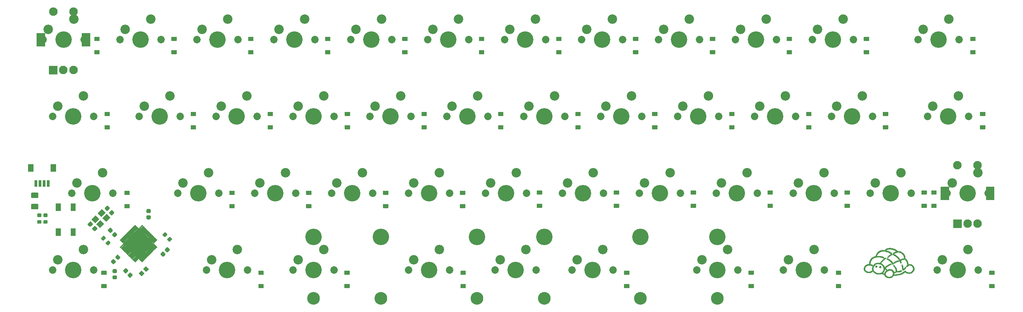
<source format=gbs>
G04 #@! TF.GenerationSoftware,KiCad,Pcbnew,5.1.10-88a1d61d58~90~ubuntu20.04.1*
G04 #@! TF.CreationDate,2022-03-06T19:10:03-08:00*
G04 #@! TF.ProjectId,WKL Minivan_KiCAD,574b4c20-4d69-46e6-9976-616e5f4b6943,rev?*
G04 #@! TF.SameCoordinates,Original*
G04 #@! TF.FileFunction,Soldermask,Bot*
G04 #@! TF.FilePolarity,Negative*
%FSLAX46Y46*%
G04 Gerber Fmt 4.6, Leading zero omitted, Abs format (unit mm)*
G04 Created by KiCad (PCBNEW 5.1.10-88a1d61d58~90~ubuntu20.04.1) date 2022-03-06 19:10:03*
%MOMM*%
%LPD*%
G01*
G04 APERTURE LIST*
%ADD10C,0.010000*%
%ADD11C,2.352000*%
%ADD12C,4.089800*%
%ADD13C,1.852000*%
%ADD14C,2.102000*%
%ADD15C,3.150000*%
%ADD16C,0.100000*%
G04 APERTURE END LIST*
D10*
G36*
X227521185Y-79042411D02*
G01*
X227588753Y-79104821D01*
X227628047Y-79197598D01*
X227634800Y-79262441D01*
X227614714Y-79365235D01*
X227556297Y-79435596D01*
X227462314Y-79470958D01*
X227406200Y-79474755D01*
X227325991Y-79467796D01*
X227273020Y-79442134D01*
X227234750Y-79401327D01*
X227187139Y-79323257D01*
X227183493Y-79261121D01*
X227212348Y-79216879D01*
X227247263Y-79165411D01*
X227266572Y-79119815D01*
X227295370Y-79059431D01*
X227342653Y-79029084D01*
X227423224Y-79019885D01*
X227433173Y-79019788D01*
X227521185Y-79042411D01*
G37*
X227521185Y-79042411D02*
X227588753Y-79104821D01*
X227628047Y-79197598D01*
X227634800Y-79262441D01*
X227614714Y-79365235D01*
X227556297Y-79435596D01*
X227462314Y-79470958D01*
X227406200Y-79474755D01*
X227325991Y-79467796D01*
X227273020Y-79442134D01*
X227234750Y-79401327D01*
X227187139Y-79323257D01*
X227183493Y-79261121D01*
X227212348Y-79216879D01*
X227247263Y-79165411D01*
X227266572Y-79119815D01*
X227295370Y-79059431D01*
X227342653Y-79029084D01*
X227423224Y-79019885D01*
X227433173Y-79019788D01*
X227521185Y-79042411D01*
G36*
X228524989Y-79132349D02*
G01*
X228580684Y-79171211D01*
X228606852Y-79244807D01*
X228610908Y-79325131D01*
X228602973Y-79410505D01*
X228576112Y-79469691D01*
X228537349Y-79511688D01*
X228444452Y-79566091D01*
X228339600Y-79577425D01*
X228238449Y-79545027D01*
X228209725Y-79525556D01*
X228155919Y-79461491D01*
X228147607Y-79386946D01*
X228185105Y-79297998D01*
X228233400Y-79231565D01*
X228290622Y-79166996D01*
X228337409Y-79133930D01*
X228392284Y-79122132D01*
X228433490Y-79121000D01*
X228524989Y-79132349D01*
G37*
X228524989Y-79132349D02*
X228580684Y-79171211D01*
X228606852Y-79244807D01*
X228610908Y-79325131D01*
X228602973Y-79410505D01*
X228576112Y-79469691D01*
X228537349Y-79511688D01*
X228444452Y-79566091D01*
X228339600Y-79577425D01*
X228238449Y-79545027D01*
X228209725Y-79525556D01*
X228155919Y-79461491D01*
X228147607Y-79386946D01*
X228185105Y-79297998D01*
X228233400Y-79231565D01*
X228290622Y-79166996D01*
X228337409Y-79133930D01*
X228392284Y-79122132D01*
X228433490Y-79121000D01*
X228524989Y-79132349D01*
G36*
X232950044Y-77725886D02*
G01*
X233018284Y-77738209D01*
X233054289Y-77762564D01*
X233054982Y-77764177D01*
X233074691Y-77864358D01*
X233051159Y-77940937D01*
X232987472Y-77989115D01*
X232900619Y-78004207D01*
X232828426Y-78018112D01*
X232779795Y-78042307D01*
X232716508Y-78070916D01*
X232659824Y-78079600D01*
X232593885Y-78091046D01*
X232501453Y-78121012D01*
X232400213Y-78162937D01*
X232308400Y-78209944D01*
X232254847Y-78237588D01*
X232211186Y-78257578D01*
X232161986Y-78284539D01*
X232087147Y-78331991D01*
X232001886Y-78390237D01*
X231992060Y-78397217D01*
X231877639Y-78467829D01*
X231778886Y-78507117D01*
X231702772Y-78513009D01*
X231664933Y-78494466D01*
X231643726Y-78443088D01*
X231667207Y-78374729D01*
X231736054Y-78288079D01*
X231807079Y-78219872D01*
X231887844Y-78149709D01*
X231960468Y-78090259D01*
X232012020Y-78052014D01*
X232020367Y-78046843D01*
X232141838Y-77980016D01*
X232246191Y-77926560D01*
X232324839Y-77890654D01*
X232369193Y-77876471D01*
X232370876Y-77876400D01*
X232413501Y-77858568D01*
X232435400Y-77838300D01*
X232480706Y-77812460D01*
X232549760Y-77799581D01*
X232559160Y-77799299D01*
X232641194Y-77788402D01*
X232712666Y-77763291D01*
X232714800Y-77762100D01*
X232782013Y-77737732D01*
X232865858Y-77725694D01*
X232950044Y-77725886D01*
G37*
X232950044Y-77725886D02*
X233018284Y-77738209D01*
X233054289Y-77762564D01*
X233054982Y-77764177D01*
X233074691Y-77864358D01*
X233051159Y-77940937D01*
X232987472Y-77989115D01*
X232900619Y-78004207D01*
X232828426Y-78018112D01*
X232779795Y-78042307D01*
X232716508Y-78070916D01*
X232659824Y-78079600D01*
X232593885Y-78091046D01*
X232501453Y-78121012D01*
X232400213Y-78162937D01*
X232308400Y-78209944D01*
X232254847Y-78237588D01*
X232211186Y-78257578D01*
X232161986Y-78284539D01*
X232087147Y-78331991D01*
X232001886Y-78390237D01*
X231992060Y-78397217D01*
X231877639Y-78467829D01*
X231778886Y-78507117D01*
X231702772Y-78513009D01*
X231664933Y-78494466D01*
X231643726Y-78443088D01*
X231667207Y-78374729D01*
X231736054Y-78288079D01*
X231807079Y-78219872D01*
X231887844Y-78149709D01*
X231960468Y-78090259D01*
X232012020Y-78052014D01*
X232020367Y-78046843D01*
X232141838Y-77980016D01*
X232246191Y-77926560D01*
X232324839Y-77890654D01*
X232369193Y-77876471D01*
X232370876Y-77876400D01*
X232413501Y-77858568D01*
X232435400Y-77838300D01*
X232480706Y-77812460D01*
X232549760Y-77799581D01*
X232559160Y-77799299D01*
X232641194Y-77788402D01*
X232712666Y-77763291D01*
X232714800Y-77762100D01*
X232782013Y-77737732D01*
X232865858Y-77725694D01*
X232950044Y-77725886D01*
G36*
X230216247Y-77268112D02*
G01*
X230296466Y-77279049D01*
X230348116Y-77300422D01*
X230352600Y-77304900D01*
X230392578Y-77337407D01*
X230412860Y-77343794D01*
X230461738Y-77357875D01*
X230541630Y-77394594D01*
X230641466Y-77448131D01*
X230750179Y-77512667D01*
X230822383Y-77559102D01*
X230945354Y-77651053D01*
X231079304Y-77767980D01*
X231214236Y-77899514D01*
X231340155Y-78035285D01*
X231447065Y-78164922D01*
X231524969Y-78278055D01*
X231538398Y-78301897D01*
X231572677Y-78390718D01*
X231592940Y-78492582D01*
X231598074Y-78591439D01*
X231586962Y-78671241D01*
X231566720Y-78709520D01*
X231506044Y-78738695D01*
X231434846Y-78724180D01*
X231363850Y-78668426D01*
X231358157Y-78661851D01*
X231315209Y-78597745D01*
X231292501Y-78538466D01*
X231291486Y-78528501D01*
X231274787Y-78471142D01*
X231235732Y-78409028D01*
X231234336Y-78407375D01*
X231190800Y-78356171D01*
X231127024Y-78280964D01*
X231055556Y-78196553D01*
X231043256Y-78182012D01*
X230955282Y-78085492D01*
X230854653Y-77986163D01*
X230763856Y-77906123D01*
X230691587Y-77847292D01*
X230635796Y-77800733D01*
X230607520Y-77775672D01*
X230606600Y-77774667D01*
X230579162Y-77754742D01*
X230521495Y-77718887D01*
X230466900Y-77686879D01*
X230395665Y-77644139D01*
X230344110Y-77609645D01*
X230326945Y-77594862D01*
X230295090Y-77575286D01*
X230242088Y-77557581D01*
X230152963Y-77526916D01*
X230065946Y-77483492D01*
X229995024Y-77435767D01*
X229954180Y-77392203D01*
X229949787Y-77380741D01*
X229961006Y-77329397D01*
X229986392Y-77300228D01*
X230042989Y-77278469D01*
X230125681Y-77267840D01*
X230216247Y-77268112D01*
G37*
X230216247Y-77268112D02*
X230296466Y-77279049D01*
X230348116Y-77300422D01*
X230352600Y-77304900D01*
X230392578Y-77337407D01*
X230412860Y-77343794D01*
X230461738Y-77357875D01*
X230541630Y-77394594D01*
X230641466Y-77448131D01*
X230750179Y-77512667D01*
X230822383Y-77559102D01*
X230945354Y-77651053D01*
X231079304Y-77767980D01*
X231214236Y-77899514D01*
X231340155Y-78035285D01*
X231447065Y-78164922D01*
X231524969Y-78278055D01*
X231538398Y-78301897D01*
X231572677Y-78390718D01*
X231592940Y-78492582D01*
X231598074Y-78591439D01*
X231586962Y-78671241D01*
X231566720Y-78709520D01*
X231506044Y-78738695D01*
X231434846Y-78724180D01*
X231363850Y-78668426D01*
X231358157Y-78661851D01*
X231315209Y-78597745D01*
X231292501Y-78538466D01*
X231291486Y-78528501D01*
X231274787Y-78471142D01*
X231235732Y-78409028D01*
X231234336Y-78407375D01*
X231190800Y-78356171D01*
X231127024Y-78280964D01*
X231055556Y-78196553D01*
X231043256Y-78182012D01*
X230955282Y-78085492D01*
X230854653Y-77986163D01*
X230763856Y-77906123D01*
X230691587Y-77847292D01*
X230635796Y-77800733D01*
X230607520Y-77775672D01*
X230606600Y-77774667D01*
X230579162Y-77754742D01*
X230521495Y-77718887D01*
X230466900Y-77686879D01*
X230395665Y-77644139D01*
X230344110Y-77609645D01*
X230326945Y-77594862D01*
X230295090Y-77575286D01*
X230242088Y-77557581D01*
X230152963Y-77526916D01*
X230065946Y-77483492D01*
X229995024Y-77435767D01*
X229954180Y-77392203D01*
X229949787Y-77380741D01*
X229961006Y-77329397D01*
X229986392Y-77300228D01*
X230042989Y-77278469D01*
X230125681Y-77267840D01*
X230216247Y-77268112D01*
G36*
X233825032Y-78779995D02*
G01*
X233890903Y-78818685D01*
X233938037Y-78881736D01*
X233947967Y-78911771D01*
X233972072Y-78988485D01*
X233999170Y-79048719D01*
X234021427Y-79115575D01*
X234034406Y-79204163D01*
X234035756Y-79239219D01*
X234043741Y-79329705D01*
X234063624Y-79411208D01*
X234073345Y-79434068D01*
X234095990Y-79497977D01*
X234116345Y-79590119D01*
X234127496Y-79669018D01*
X234137578Y-79752423D01*
X234147621Y-79811243D01*
X234155077Y-79832200D01*
X234203930Y-79812105D01*
X234274886Y-79750997D01*
X234369289Y-79647633D01*
X234416553Y-79590957D01*
X234520280Y-79475506D01*
X234606584Y-79403460D01*
X234674096Y-79375144D01*
X234721450Y-79390882D01*
X234747277Y-79450999D01*
X234751880Y-79511402D01*
X234730747Y-79611513D01*
X234673061Y-79724271D01*
X234587390Y-79838982D01*
X234482301Y-79944952D01*
X234366362Y-80031489D01*
X234310317Y-80062524D01*
X234228034Y-80103299D01*
X234153121Y-80141468D01*
X234133280Y-80151886D01*
X234042960Y-80184326D01*
X233971081Y-80171924D01*
X233909831Y-80113329D01*
X233909755Y-80113223D01*
X233882273Y-80063174D01*
X233863097Y-79996287D01*
X233849691Y-79900604D01*
X233841042Y-79789373D01*
X233831563Y-79676593D01*
X233818949Y-79578784D01*
X233805214Y-79509938D01*
X233797812Y-79489300D01*
X233781584Y-79438824D01*
X233765827Y-79355823D01*
X233754207Y-79260700D01*
X233741215Y-79157805D01*
X233723038Y-79064249D01*
X233705233Y-79004829D01*
X233685452Y-78918070D01*
X233696901Y-78840818D01*
X233736117Y-78788119D01*
X233757502Y-78777686D01*
X233825032Y-78779995D01*
G37*
X233825032Y-78779995D02*
X233890903Y-78818685D01*
X233938037Y-78881736D01*
X233947967Y-78911771D01*
X233972072Y-78988485D01*
X233999170Y-79048719D01*
X234021427Y-79115575D01*
X234034406Y-79204163D01*
X234035756Y-79239219D01*
X234043741Y-79329705D01*
X234063624Y-79411208D01*
X234073345Y-79434068D01*
X234095990Y-79497977D01*
X234116345Y-79590119D01*
X234127496Y-79669018D01*
X234137578Y-79752423D01*
X234147621Y-79811243D01*
X234155077Y-79832200D01*
X234203930Y-79812105D01*
X234274886Y-79750997D01*
X234369289Y-79647633D01*
X234416553Y-79590957D01*
X234520280Y-79475506D01*
X234606584Y-79403460D01*
X234674096Y-79375144D01*
X234721450Y-79390882D01*
X234747277Y-79450999D01*
X234751880Y-79511402D01*
X234730747Y-79611513D01*
X234673061Y-79724271D01*
X234587390Y-79838982D01*
X234482301Y-79944952D01*
X234366362Y-80031489D01*
X234310317Y-80062524D01*
X234228034Y-80103299D01*
X234153121Y-80141468D01*
X234133280Y-80151886D01*
X234042960Y-80184326D01*
X233971081Y-80171924D01*
X233909831Y-80113329D01*
X233909755Y-80113223D01*
X233882273Y-80063174D01*
X233863097Y-79996287D01*
X233849691Y-79900604D01*
X233841042Y-79789373D01*
X233831563Y-79676593D01*
X233818949Y-79578784D01*
X233805214Y-79509938D01*
X233797812Y-79489300D01*
X233781584Y-79438824D01*
X233765827Y-79355823D01*
X233754207Y-79260700D01*
X233741215Y-79157805D01*
X233723038Y-79064249D01*
X233705233Y-79004829D01*
X233685452Y-78918070D01*
X233696901Y-78840818D01*
X233736117Y-78788119D01*
X233757502Y-78777686D01*
X233825032Y-78779995D01*
G36*
X230842280Y-74653301D02*
G01*
X230962615Y-74663045D01*
X231060757Y-74680227D01*
X231089200Y-74688700D01*
X231176736Y-74710050D01*
X231285285Y-74723876D01*
X231353441Y-74726800D01*
X231451866Y-74732608D01*
X231529596Y-74747994D01*
X231559798Y-74761296D01*
X231617805Y-74788609D01*
X231695964Y-74811343D01*
X231710202Y-74814195D01*
X231789233Y-74835340D01*
X231854075Y-74863586D01*
X231861904Y-74868598D01*
X231919708Y-74897111D01*
X231956999Y-74904600D01*
X232002567Y-74916956D01*
X232070519Y-74947206D01*
X232140936Y-74985117D01*
X232193896Y-75020460D01*
X232206800Y-75032894D01*
X232236471Y-75055781D01*
X232285215Y-75084828D01*
X232380042Y-75141133D01*
X232484067Y-75210385D01*
X232582240Y-75281850D01*
X232659513Y-75344797D01*
X232687477Y-75371709D01*
X232719297Y-75402502D01*
X232753399Y-75421921D01*
X232801824Y-75432573D01*
X232876612Y-75437064D01*
X232989804Y-75437999D01*
X232993772Y-75437999D01*
X233128360Y-75441002D01*
X233219930Y-75450642D01*
X233275947Y-75467864D01*
X233287795Y-75475292D01*
X233351733Y-75504620D01*
X233405450Y-75513392D01*
X233461826Y-75522666D01*
X233489737Y-75539984D01*
X233521952Y-75567697D01*
X233579358Y-75601001D01*
X233586486Y-75604485D01*
X233664945Y-75643208D01*
X233750717Y-75687078D01*
X233761150Y-75692541D01*
X233826713Y-75736591D01*
X233913481Y-75808145D01*
X234012546Y-75898309D01*
X234114998Y-75998191D01*
X234211928Y-76098896D01*
X234294428Y-76191531D01*
X234353589Y-76267204D01*
X234377385Y-76307715D01*
X234407575Y-76370344D01*
X234434082Y-76409932D01*
X234438735Y-76413882D01*
X234458411Y-76446318D01*
X234476351Y-76507018D01*
X234478170Y-76516146D01*
X234501194Y-76600640D01*
X234531693Y-76675177D01*
X234554470Y-76752490D01*
X234566773Y-76874344D01*
X234568843Y-76965290D01*
X234568999Y-77184480D01*
X234689650Y-77280868D01*
X234766130Y-77345421D01*
X234834467Y-77408898D01*
X234866648Y-77442678D01*
X234917095Y-77500263D01*
X234958680Y-77546200D01*
X234997188Y-77603689D01*
X235010525Y-77635100D01*
X235037059Y-77685310D01*
X235084055Y-77749906D01*
X235102643Y-77771891D01*
X235149129Y-77833835D01*
X235175974Y-77887642D01*
X235178600Y-77902131D01*
X235196902Y-77956308D01*
X235213229Y-77975120D01*
X235235629Y-78015344D01*
X235255401Y-78087178D01*
X235263831Y-78139753D01*
X235281540Y-78240427D01*
X235307938Y-78338536D01*
X235320905Y-78374018D01*
X235348680Y-78479367D01*
X235346651Y-78603007D01*
X235346282Y-78606195D01*
X235339001Y-78684095D01*
X235342912Y-78724120D01*
X235361055Y-78738537D01*
X235379461Y-78740000D01*
X235425041Y-78725681D01*
X235438918Y-78708250D01*
X235464760Y-78691903D01*
X235532269Y-78679751D01*
X235644965Y-78671306D01*
X235730640Y-78667968D01*
X235876909Y-78666463D01*
X235990942Y-78675227D01*
X236089170Y-78698904D01*
X236188022Y-78742136D01*
X236303926Y-78809567D01*
X236361805Y-78846324D01*
X236443190Y-78908938D01*
X236524962Y-78988690D01*
X236597503Y-79074044D01*
X236651194Y-79153462D01*
X236676417Y-79215407D01*
X236677200Y-79224656D01*
X236695435Y-79276034D01*
X236715300Y-79298799D01*
X236747030Y-79349147D01*
X236753556Y-79384460D01*
X236766059Y-79444016D01*
X236796023Y-79512925D01*
X236797024Y-79514700D01*
X236822534Y-79587333D01*
X236838262Y-79688224D01*
X236844188Y-79802286D01*
X236840291Y-79914432D01*
X236826551Y-80009574D01*
X236802948Y-80072625D01*
X236797782Y-80079257D01*
X236762901Y-80142627D01*
X236753400Y-80193039D01*
X236739252Y-80255033D01*
X236715300Y-80289400D01*
X236683016Y-80332776D01*
X236677200Y-80356258D01*
X236659379Y-80398266D01*
X236626400Y-80434993D01*
X236588258Y-80474771D01*
X236575600Y-80499351D01*
X236556236Y-80539598D01*
X236505155Y-80599135D01*
X236432869Y-80669016D01*
X236349890Y-80740295D01*
X236266730Y-80804027D01*
X236193903Y-80851266D01*
X236141921Y-80873067D01*
X236135800Y-80873600D01*
X236095401Y-80884888D01*
X236032058Y-80913082D01*
X236010165Y-80924400D01*
X235965683Y-80944975D01*
X235915599Y-80959156D01*
X235849840Y-80968044D01*
X235758335Y-80972739D01*
X235631009Y-80974344D01*
X235553342Y-80974338D01*
X235402149Y-80972948D01*
X235291513Y-80968877D01*
X235211213Y-80961025D01*
X235151030Y-80948290D01*
X235100746Y-80929573D01*
X235089700Y-80924400D01*
X235022653Y-80894237D01*
X234974197Y-80876421D01*
X234964369Y-80874461D01*
X234911842Y-80859299D01*
X234836961Y-80823093D01*
X234757533Y-80775912D01*
X234691367Y-80727822D01*
X234670388Y-80708275D01*
X234596653Y-80655425D01*
X234522556Y-80653373D01*
X234448232Y-80702116D01*
X234440829Y-80709745D01*
X234382161Y-80762198D01*
X234294499Y-80829216D01*
X234192416Y-80900833D01*
X234090486Y-80967086D01*
X234003280Y-81018009D01*
X233959400Y-81038962D01*
X233913331Y-81059980D01*
X233846205Y-81093620D01*
X233827367Y-81103459D01*
X233755905Y-81135136D01*
X233695425Y-81152100D01*
X233684427Y-81153000D01*
X233627093Y-81171501D01*
X233603800Y-81191100D01*
X233555450Y-81220654D01*
X233505439Y-81230061D01*
X233440284Y-81241712D01*
X233359898Y-81269686D01*
X233337100Y-81280000D01*
X233246493Y-81312308D01*
X233151581Y-81329837D01*
X233133900Y-81330745D01*
X233055130Y-81341033D01*
X232991271Y-81364251D01*
X232982995Y-81369707D01*
X232923160Y-81393189D01*
X232819145Y-81405143D01*
X232736232Y-81407000D01*
X232612293Y-81412909D01*
X232495521Y-81428629D01*
X232420925Y-81447011D01*
X232328531Y-81469072D01*
X232208717Y-81479991D01*
X232050532Y-81480730D01*
X232039787Y-81480477D01*
X231776498Y-81473932D01*
X231687874Y-81589999D01*
X231618626Y-81672023D01*
X231536796Y-81756022D01*
X231452269Y-81833300D01*
X231374928Y-81895162D01*
X231314658Y-81932910D01*
X231289596Y-81940400D01*
X231237778Y-81958593D01*
X231219033Y-81975085D01*
X231177761Y-81999259D01*
X231107106Y-82019894D01*
X231072436Y-82025918D01*
X230993608Y-82041881D01*
X230932993Y-82063188D01*
X230918456Y-82072084D01*
X230875098Y-82087520D01*
X230795561Y-82099493D01*
X230694392Y-82107343D01*
X230586134Y-82110407D01*
X230485332Y-82108027D01*
X230406531Y-82099539D01*
X230390700Y-82096060D01*
X230315300Y-82071279D01*
X230259019Y-82046410D01*
X230194229Y-82025374D01*
X230116236Y-82016600D01*
X230116079Y-82016600D01*
X230047326Y-82006130D01*
X229998978Y-81980707D01*
X229997000Y-81978500D01*
X229949696Y-81946026D01*
X229922856Y-81940400D01*
X229868119Y-81921373D01*
X229793583Y-81870836D01*
X229708990Y-81798607D01*
X229624086Y-81714501D01*
X229548613Y-81628334D01*
X229492316Y-81549924D01*
X229464937Y-81489085D01*
X229463753Y-81477878D01*
X229454149Y-81437492D01*
X229429329Y-81369048D01*
X229407811Y-81317580D01*
X229373018Y-81244066D01*
X229342607Y-81205790D01*
X229302025Y-81190851D01*
X229248908Y-81187617D01*
X229160157Y-81181398D01*
X229078393Y-81169395D01*
X229069900Y-81167546D01*
X229001007Y-81152092D01*
X229706685Y-81152092D01*
X229721270Y-81235309D01*
X229730680Y-81272859D01*
X229790046Y-81425364D01*
X229878297Y-81549897D01*
X229988127Y-81636337D01*
X229996132Y-81640546D01*
X230059412Y-81676193D01*
X230103825Y-81707125D01*
X230107356Y-81710396D01*
X230149284Y-81728738D01*
X230216050Y-81737908D01*
X230224330Y-81738100D01*
X230306041Y-81749248D01*
X230377212Y-81774853D01*
X230378000Y-81775300D01*
X230452658Y-81799308D01*
X230557431Y-81810441D01*
X230673288Y-81808698D01*
X230781202Y-81794081D01*
X230843982Y-81775300D01*
X230922268Y-81749713D01*
X230993457Y-81737396D01*
X231000574Y-81737200D01*
X231060187Y-81720038D01*
X231139792Y-81674550D01*
X231228886Y-81609731D01*
X231316970Y-81534576D01*
X231393541Y-81458081D01*
X231448098Y-81389240D01*
X231470139Y-81337050D01*
X231470200Y-81334930D01*
X231479992Y-81299167D01*
X231504819Y-81235846D01*
X231520442Y-81200223D01*
X231564356Y-81047705D01*
X231558881Y-80896501D01*
X231521000Y-80784700D01*
X231490065Y-80708607D01*
X231472499Y-80642140D01*
X231471061Y-80627029D01*
X231453292Y-80585707D01*
X231407666Y-80522862D01*
X231344459Y-80449352D01*
X231273950Y-80376033D01*
X231206418Y-80313765D01*
X231152139Y-80273404D01*
X231127413Y-80264000D01*
X231085610Y-80246207D01*
X231063800Y-80225900D01*
X231020781Y-80205235D01*
X230942361Y-80192368D01*
X230843337Y-80187297D01*
X230738503Y-80190024D01*
X230642658Y-80200547D01*
X230570596Y-80218867D01*
X230555800Y-80225900D01*
X230489463Y-80253611D01*
X230439086Y-80263099D01*
X230382073Y-80281882D01*
X230339900Y-80314800D01*
X230297606Y-80352698D01*
X230270119Y-80365600D01*
X230231863Y-80382736D01*
X230168520Y-80428385D01*
X230089649Y-80493908D01*
X230004809Y-80570664D01*
X229923561Y-80650015D01*
X229855462Y-80723321D01*
X229810929Y-80780610D01*
X229777647Y-80847147D01*
X229744089Y-80937541D01*
X229728702Y-80989937D01*
X229709226Y-81079430D01*
X229706685Y-81152092D01*
X229001007Y-81152092D01*
X228994262Y-81150579D01*
X228937192Y-81138436D01*
X228884448Y-81108478D01*
X228845682Y-81060150D01*
X228814794Y-81018048D01*
X228792741Y-81022373D01*
X228756265Y-81044030D01*
X228706074Y-81051400D01*
X228639127Y-81063492D01*
X228559948Y-81093436D01*
X228542565Y-81102200D01*
X228502059Y-81121225D01*
X228456758Y-81134829D01*
X228397728Y-81143869D01*
X228316033Y-81149202D01*
X228202737Y-81151687D01*
X228048905Y-81152181D01*
X228022242Y-81152138D01*
X227859546Y-81151095D01*
X227738585Y-81148150D01*
X227650304Y-81142445D01*
X227585646Y-81133122D01*
X227535558Y-81119324D01*
X227495100Y-81102200D01*
X227423244Y-81071622D01*
X227365188Y-81053932D01*
X227352160Y-81052261D01*
X227301773Y-81033280D01*
X227279200Y-81013300D01*
X227237882Y-80981120D01*
X227216242Y-80975200D01*
X227180159Y-80960703D01*
X227119765Y-80923280D01*
X227068476Y-80886300D01*
X227001331Y-80837984D01*
X226949051Y-80805697D01*
X226928120Y-80797400D01*
X226895790Y-80779575D01*
X226840613Y-80732796D01*
X226772296Y-80667105D01*
X226700551Y-80592541D01*
X226635086Y-80519146D01*
X226585610Y-80456962D01*
X226563221Y-80420027D01*
X226536369Y-80352900D01*
X226506964Y-80421523D01*
X226471275Y-80484299D01*
X226422025Y-80547955D01*
X226372062Y-80597895D01*
X226334233Y-80619521D01*
X226332628Y-80619600D01*
X226298083Y-80634008D01*
X226246731Y-80668835D01*
X226244730Y-80670400D01*
X226185889Y-80706383D01*
X226135884Y-80721200D01*
X226081696Y-80739503D01*
X226062870Y-80755841D01*
X226013903Y-80783296D01*
X225925509Y-80803930D01*
X225808598Y-80817737D01*
X225674084Y-80824714D01*
X225532878Y-80824856D01*
X225395893Y-80818157D01*
X225274041Y-80804614D01*
X225178234Y-80784221D01*
X225119386Y-80756974D01*
X225118533Y-80756249D01*
X225065197Y-80726440D01*
X224999507Y-80705951D01*
X224940025Y-80684658D01*
X224906936Y-80655389D01*
X224906720Y-80654849D01*
X224873032Y-80624988D01*
X224845925Y-80619600D01*
X224801956Y-80601988D01*
X224735416Y-80555585D01*
X224656948Y-80490036D01*
X224577194Y-80414990D01*
X224506797Y-80340093D01*
X224456398Y-80274991D01*
X224445725Y-80256833D01*
X224391598Y-80112988D01*
X224359191Y-79941790D01*
X224352503Y-79791749D01*
X224652308Y-79791749D01*
X224652977Y-79912042D01*
X224657703Y-79994665D01*
X224668816Y-80052720D01*
X224688649Y-80099308D01*
X224714285Y-80139939D01*
X224777191Y-80211258D01*
X224867315Y-80289593D01*
X224967364Y-80361847D01*
X225060045Y-80414925D01*
X225097080Y-80429823D01*
X225158784Y-80459138D01*
X225190679Y-80483251D01*
X225232014Y-80499324D01*
X225311624Y-80510964D01*
X225417842Y-80518222D01*
X225538998Y-80521149D01*
X225663425Y-80519795D01*
X225779452Y-80514212D01*
X225875413Y-80504450D01*
X225939637Y-80490561D01*
X225958400Y-80479900D01*
X225999717Y-80447720D01*
X226021357Y-80441800D01*
X226057300Y-80427299D01*
X226117793Y-80389798D01*
X226171368Y-80351186D01*
X226253246Y-80297862D01*
X226335546Y-80258616D01*
X226378220Y-80246262D01*
X226440084Y-80232399D01*
X226462097Y-80209116D01*
X226449554Y-80163202D01*
X226428456Y-80120853D01*
X226407778Y-80051324D01*
X226394982Y-79947829D01*
X226390182Y-79826606D01*
X226391026Y-79795236D01*
X226669600Y-79795236D01*
X226676352Y-79959569D01*
X226700385Y-80091573D01*
X226747359Y-80208371D01*
X226822937Y-80327087D01*
X226862680Y-80379246D01*
X226946992Y-80466907D01*
X227061809Y-80559806D01*
X227196035Y-80651464D01*
X227338569Y-80735403D01*
X227478314Y-80805143D01*
X227604170Y-80854206D01*
X227705040Y-80876114D01*
X227714714Y-80876605D01*
X227804608Y-80883327D01*
X227887188Y-80896160D01*
X227901500Y-80899538D01*
X227973464Y-80910549D01*
X228028500Y-80908324D01*
X228078097Y-80900875D01*
X228161193Y-80891680D01*
X228260616Y-80882622D01*
X228269800Y-80881876D01*
X228380600Y-80867436D01*
X228476836Y-80846082D01*
X229048957Y-80846082D01*
X229110228Y-80897096D01*
X229187331Y-80937495D01*
X229276907Y-80950911D01*
X229360797Y-80937561D01*
X229420841Y-80897663D01*
X229424059Y-80893348D01*
X229454558Y-80829804D01*
X229463600Y-80782158D01*
X229479145Y-80724098D01*
X229499207Y-80697868D01*
X229533818Y-80650178D01*
X229549624Y-80609314D01*
X229572668Y-80570404D01*
X229622581Y-80510219D01*
X229689320Y-80438714D01*
X229762844Y-80365844D01*
X229833112Y-80301565D01*
X229890082Y-80255832D01*
X229923547Y-80238600D01*
X229946449Y-80226012D01*
X229936006Y-80199588D01*
X229899241Y-80176334D01*
X229897622Y-80175805D01*
X229855811Y-80150332D01*
X229793558Y-80098638D01*
X229726821Y-80034393D01*
X229661051Y-79971138D01*
X229605613Y-79925911D01*
X229572400Y-79908402D01*
X229572199Y-79908400D01*
X229542245Y-79891724D01*
X229539800Y-79881500D01*
X229524239Y-79866331D01*
X229514400Y-79870300D01*
X229501663Y-79901848D01*
X229492548Y-79969603D01*
X229489000Y-80058997D01*
X229489000Y-80060453D01*
X229485347Y-80162550D01*
X229470459Y-80244365D01*
X229438434Y-80328758D01*
X229399253Y-80408204D01*
X229352115Y-80495090D01*
X229310097Y-80565305D01*
X229281296Y-80605434D01*
X229278603Y-80608041D01*
X229244727Y-80640577D01*
X229190386Y-80696101D01*
X229148328Y-80740333D01*
X229048957Y-80846082D01*
X228476836Y-80846082D01*
X228483556Y-80844591D01*
X228554538Y-80819285D01*
X228623902Y-80789152D01*
X228679419Y-80772912D01*
X228689117Y-80772000D01*
X228724348Y-80754405D01*
X228783336Y-80707912D01*
X228856582Y-80641957D01*
X228934586Y-80565973D01*
X229007848Y-80489397D01*
X229066870Y-80421664D01*
X229102152Y-80372210D01*
X229108000Y-80355943D01*
X229124780Y-80308714D01*
X229148181Y-80278247D01*
X229174936Y-80224729D01*
X229194643Y-80132422D01*
X229207319Y-80012844D01*
X229212978Y-79877512D01*
X229211636Y-79737943D01*
X229203308Y-79605655D01*
X229188011Y-79492165D01*
X229165760Y-79408991D01*
X229146965Y-79375956D01*
X229115320Y-79322398D01*
X229108000Y-79288455D01*
X229090850Y-79255711D01*
X229043582Y-79194867D01*
X228972464Y-79113271D01*
X228883767Y-79018271D01*
X228833365Y-78966605D01*
X228558730Y-78689200D01*
X228431819Y-78689200D01*
X228342733Y-78681520D01*
X228272630Y-78661699D01*
X228255604Y-78651907D01*
X228207819Y-78634827D01*
X228123318Y-78622247D01*
X228013735Y-78614178D01*
X227890701Y-78610634D01*
X227765850Y-78611625D01*
X227650812Y-78617164D01*
X227557220Y-78627264D01*
X227496707Y-78641937D01*
X227482399Y-78651100D01*
X227433796Y-78680697D01*
X227386170Y-78689200D01*
X227351690Y-78691203D01*
X227320106Y-78701403D01*
X227282650Y-78726081D01*
X227230556Y-78771520D01*
X227155057Y-78844003D01*
X227114100Y-78884178D01*
X227005581Y-78993942D01*
X226926808Y-79082407D01*
X226868782Y-79161128D01*
X226822502Y-79241658D01*
X226801006Y-79286100D01*
X226760294Y-79372107D01*
X226721898Y-79449865D01*
X226705958Y-79480519D01*
X226684252Y-79553059D01*
X226672286Y-79672903D01*
X226669600Y-79795236D01*
X226391026Y-79795236D01*
X226393487Y-79703890D01*
X226405011Y-79595919D01*
X226424314Y-79520234D01*
X226452360Y-79438087D01*
X226475451Y-79346270D01*
X226477263Y-79336900D01*
X226498824Y-79260424D01*
X226528159Y-79200594D01*
X226534537Y-79192450D01*
X226557817Y-79143942D01*
X226542953Y-79108517D01*
X226497148Y-79101663D01*
X226492797Y-79102698D01*
X226438322Y-79099677D01*
X226387713Y-79080411D01*
X226318877Y-79056400D01*
X226238141Y-79045712D01*
X226237101Y-79045700D01*
X226157843Y-79033449D01*
X226090900Y-79005140D01*
X226089691Y-79004306D01*
X226033189Y-78983792D01*
X225939288Y-78969176D01*
X225820945Y-78960498D01*
X225691118Y-78957792D01*
X225562764Y-78961097D01*
X225448841Y-78970449D01*
X225362306Y-78985884D01*
X225322223Y-79002124D01*
X225251877Y-79034455D01*
X225192010Y-79044800D01*
X225133529Y-79055531D01*
X225102412Y-79076785D01*
X225069724Y-79109750D01*
X225011698Y-79154619D01*
X224986275Y-79172035D01*
X224921291Y-79224894D01*
X224843752Y-79302163D01*
X224771898Y-79385349D01*
X224653345Y-79535398D01*
X224652308Y-79791749D01*
X224352503Y-79791749D01*
X224351221Y-79762998D01*
X224361509Y-79644762D01*
X224378032Y-79549630D01*
X224395395Y-79471475D01*
X224409943Y-79426666D01*
X224410414Y-79425800D01*
X224434547Y-79380637D01*
X224470127Y-79311581D01*
X224485631Y-79280955D01*
X224524315Y-79220519D01*
X224584949Y-79143714D01*
X224658606Y-79059895D01*
X224736358Y-78978418D01*
X224809276Y-78908640D01*
X224868433Y-78859915D01*
X224904897Y-78841600D01*
X224946058Y-78823837D01*
X224967799Y-78803500D01*
X225015635Y-78774821D01*
X225069399Y-78765400D01*
X225132696Y-78752564D01*
X225170442Y-78727972D01*
X225215315Y-78699118D01*
X225284269Y-78677760D01*
X225294202Y-78676024D01*
X225372965Y-78662506D01*
X225473251Y-78643777D01*
X225532949Y-78632012D01*
X225678999Y-78602521D01*
X225679001Y-78601718D01*
X225966912Y-78601718D01*
X225971575Y-78641869D01*
X225984290Y-78659409D01*
X226006609Y-78663697D01*
X226016606Y-78663800D01*
X226075044Y-78675630D01*
X226149312Y-78705007D01*
X226168234Y-78714600D01*
X226237279Y-78746682D01*
X226292973Y-78764262D01*
X226303638Y-78765400D01*
X226352962Y-78776660D01*
X226418448Y-78804075D01*
X226424380Y-78807108D01*
X226489838Y-78840681D01*
X226540220Y-78865689D01*
X226542600Y-78866820D01*
X226574086Y-78903577D01*
X226588737Y-78952111D01*
X226600151Y-79002907D01*
X226620534Y-79013242D01*
X226654337Y-78981380D01*
X226705373Y-78906595D01*
X226769323Y-78816843D01*
X226844275Y-78726904D01*
X226869188Y-78700533D01*
X226950662Y-78626894D01*
X227045979Y-78553498D01*
X227143331Y-78488073D01*
X227230910Y-78438347D01*
X227296908Y-78412046D01*
X227313444Y-78409800D01*
X227379778Y-78395220D01*
X227419598Y-78374811D01*
X227460039Y-78359870D01*
X227537690Y-78347044D01*
X227656331Y-78335941D01*
X227819744Y-78326168D01*
X227939431Y-78320837D01*
X228105581Y-78313767D01*
X228228330Y-78307240D01*
X228315052Y-78300204D01*
X228373123Y-78291608D01*
X228409915Y-78280400D01*
X228432804Y-78265528D01*
X228447431Y-78248392D01*
X228482288Y-78190553D01*
X228498400Y-78153212D01*
X228526280Y-78103405D01*
X228585309Y-78025736D01*
X228669325Y-77926814D01*
X228772161Y-77813250D01*
X228887655Y-77691654D01*
X229009641Y-77568635D01*
X229131956Y-77450803D01*
X229248436Y-77344768D01*
X229269290Y-77326594D01*
X229328744Y-77270877D01*
X229364907Y-77228320D01*
X229370204Y-77208972D01*
X229333523Y-77201354D01*
X229267323Y-77197307D01*
X229242999Y-77197091D01*
X229153580Y-77185989D01*
X229095135Y-77155963D01*
X229046833Y-77122661D01*
X229016392Y-77114400D01*
X228967203Y-77101591D01*
X228922956Y-77079296D01*
X228867021Y-77057262D01*
X228782149Y-77037472D01*
X228715972Y-77027725D01*
X228628166Y-77013795D01*
X228557907Y-76994911D01*
X228527984Y-76980278D01*
X228490174Y-76967419D01*
X228409357Y-76957068D01*
X228283327Y-76949062D01*
X228109874Y-76943236D01*
X228001696Y-76941038D01*
X227825565Y-76938685D01*
X227692555Y-76938684D01*
X227595026Y-76941478D01*
X227525334Y-76947505D01*
X227475836Y-76957207D01*
X227438892Y-76971025D01*
X227433319Y-76973811D01*
X227365819Y-76997622D01*
X227270156Y-77018245D01*
X227183233Y-77029536D01*
X227086453Y-77042281D01*
X227003316Y-77060952D01*
X226956243Y-77079313D01*
X226894402Y-77106676D01*
X226852180Y-77114400D01*
X226799011Y-77130386D01*
X226745800Y-77165200D01*
X226693816Y-77201649D01*
X226654601Y-77216000D01*
X226619030Y-77234019D01*
X226560277Y-77281791D01*
X226487496Y-77349888D01*
X226409838Y-77428883D01*
X226336457Y-77509347D01*
X226276505Y-77581853D01*
X226239135Y-77636973D01*
X226233204Y-77650063D01*
X226209135Y-77701848D01*
X226186905Y-77723988D01*
X226186533Y-77724000D01*
X226166985Y-77745841D01*
X226149303Y-77798362D01*
X226149285Y-77798444D01*
X226125569Y-77862753D01*
X226096467Y-77903155D01*
X226068651Y-77950187D01*
X226060000Y-78000858D01*
X226046934Y-78072748D01*
X226025648Y-78118398D01*
X226008370Y-78166643D01*
X225992250Y-78252818D01*
X225979454Y-78364063D01*
X225975529Y-78416150D01*
X225968747Y-78529598D01*
X225966912Y-78601718D01*
X225679001Y-78601718D01*
X225679605Y-78410910D01*
X225684292Y-78275538D01*
X225699772Y-78153927D01*
X225729564Y-78032952D01*
X225777189Y-77899486D01*
X225846167Y-77740404D01*
X225877439Y-77673200D01*
X225936820Y-77558946D01*
X226007072Y-77440712D01*
X226073239Y-77343633D01*
X226074754Y-77341638D01*
X226143815Y-77259071D01*
X226223295Y-77176211D01*
X226303316Y-77102008D01*
X226373998Y-77045416D01*
X226425461Y-77015386D01*
X226437662Y-77012800D01*
X226472908Y-76993873D01*
X226484187Y-76979627D01*
X226524050Y-76943281D01*
X226593728Y-76901490D01*
X226674421Y-76863554D01*
X226747331Y-76838774D01*
X226778332Y-76834099D01*
X226843170Y-76820757D01*
X226898200Y-76796900D01*
X226967424Y-76771934D01*
X227050755Y-76759867D01*
X227058104Y-76759700D01*
X227149442Y-76739676D01*
X227176100Y-76721860D01*
X227487807Y-76721860D01*
X227487927Y-76721993D01*
X227518623Y-76723272D01*
X227579991Y-76709715D01*
X227620579Y-76697124D01*
X227698260Y-76680227D01*
X227811713Y-76667581D01*
X227949511Y-76659229D01*
X228100223Y-76655219D01*
X228252422Y-76655593D01*
X228394679Y-76660398D01*
X228515564Y-76669678D01*
X228603650Y-76683479D01*
X228634261Y-76693139D01*
X228707976Y-76716652D01*
X228803114Y-76735083D01*
X228847907Y-76740235D01*
X228934924Y-76754624D01*
X229005015Y-76778730D01*
X229027707Y-76793196D01*
X229081718Y-76826255D01*
X229118752Y-76835000D01*
X229172904Y-76854845D01*
X229239425Y-76905407D01*
X229305602Y-76973228D01*
X229358723Y-77044846D01*
X229386076Y-77106803D01*
X229387400Y-77119445D01*
X229397249Y-77176560D01*
X229426591Y-77186774D01*
X229470330Y-77154841D01*
X229536438Y-77114174D01*
X229626244Y-77087806D01*
X229714771Y-77081385D01*
X229757861Y-77089821D01*
X229805557Y-77124342D01*
X229819199Y-77187144D01*
X229819200Y-77187501D01*
X229812336Y-77232788D01*
X229785517Y-77273285D01*
X229729396Y-77319934D01*
X229673150Y-77358491D01*
X229562286Y-77440792D01*
X229422464Y-77559590D01*
X229256798Y-77711987D01*
X229068398Y-77895082D01*
X228860378Y-78105976D01*
X228770754Y-78199164D01*
X228598608Y-78379383D01*
X228676810Y-78439041D01*
X228825542Y-78558020D01*
X228966542Y-78681039D01*
X229090971Y-78799713D01*
X229189987Y-78905658D01*
X229249167Y-78981835D01*
X229299956Y-79055439D01*
X229341875Y-79110984D01*
X229364500Y-79135245D01*
X229382535Y-79169096D01*
X229387400Y-79208288D01*
X229402958Y-79268602D01*
X229425500Y-79298800D01*
X229457802Y-79338744D01*
X229463988Y-79359060D01*
X229477012Y-79405124D01*
X229485938Y-79421715D01*
X229507571Y-79432679D01*
X229545944Y-79413233D01*
X229608476Y-79359347D01*
X229618899Y-79349476D01*
X229699917Y-79277207D01*
X229799337Y-79195415D01*
X229882700Y-79131477D01*
X229962800Y-79072107D01*
X230030344Y-79020904D01*
X230071565Y-78988313D01*
X230073200Y-78986921D01*
X230115747Y-78958072D01*
X230186702Y-78917145D01*
X230251000Y-78883149D01*
X230341036Y-78835785D01*
X230424707Y-78789087D01*
X230466900Y-78763772D01*
X230539292Y-78722194D01*
X230606493Y-78690126D01*
X230606600Y-78690084D01*
X230677244Y-78658683D01*
X230742008Y-78626206D01*
X230806271Y-78598666D01*
X230857006Y-78587600D01*
X230909787Y-78573577D01*
X230956940Y-78547784D01*
X231033402Y-78516163D01*
X231100345Y-78524923D01*
X231146704Y-78566583D01*
X231161415Y-78633662D01*
X231151724Y-78679484D01*
X231105613Y-78747664D01*
X231022954Y-78812767D01*
X230936800Y-78856264D01*
X230871406Y-78885675D01*
X230780866Y-78930264D01*
X230684280Y-78980253D01*
X230600748Y-79025866D01*
X230568500Y-79044800D01*
X230503048Y-79082624D01*
X230415165Y-79130495D01*
X230352600Y-79163235D01*
X230258908Y-79217104D01*
X230150673Y-79287823D01*
X230057100Y-79355740D01*
X229980999Y-79413054D01*
X229920195Y-79455666D01*
X229885740Y-79475908D01*
X229882880Y-79476600D01*
X229847346Y-79494876D01*
X229800981Y-79537708D01*
X229760705Y-79587100D01*
X229743438Y-79624915D01*
X229760323Y-79659367D01*
X229804707Y-79714972D01*
X229857725Y-79770431D01*
X229956444Y-79882370D01*
X230007077Y-79979465D01*
X230009471Y-80061422D01*
X230008707Y-80063927D01*
X230001328Y-80117585D01*
X230025747Y-80134564D01*
X230083223Y-80114930D01*
X230155594Y-80071760D01*
X230236649Y-80024881D01*
X230310761Y-79992918D01*
X230352020Y-79983792D01*
X230422995Y-79968200D01*
X230465404Y-79945692D01*
X230521675Y-79923066D01*
X230619364Y-79910979D01*
X230720900Y-79908400D01*
X230852303Y-79913166D01*
X230938668Y-79927945D01*
X230976395Y-79945692D01*
X231031148Y-79968451D01*
X231111369Y-79982120D01*
X231146610Y-79983792D01*
X231230275Y-79991442D01*
X231305601Y-80018407D01*
X231394176Y-80072615D01*
X231400610Y-80077064D01*
X231513700Y-80160641D01*
X231600849Y-80235223D01*
X231655841Y-80295014D01*
X231672694Y-80330739D01*
X231690979Y-80369721D01*
X231710827Y-80390442D01*
X231741168Y-80435897D01*
X231763639Y-80503696D01*
X231764454Y-80507852D01*
X231780400Y-80571071D01*
X231803186Y-80589389D01*
X231844509Y-80568472D01*
X231862404Y-80555292D01*
X231925721Y-80530761D01*
X232029359Y-80518871D01*
X232072751Y-80518000D01*
X232163129Y-80515143D01*
X232220125Y-80500957D01*
X232248329Y-80467018D01*
X232252329Y-80404899D01*
X232236714Y-80306177D01*
X232223248Y-80241683D01*
X232202825Y-80136418D01*
X232187924Y-80040117D01*
X232181468Y-79971971D01*
X232181400Y-79967056D01*
X232165902Y-79886926D01*
X232122410Y-79777996D01*
X232055423Y-79650512D01*
X232008800Y-79574016D01*
X231918314Y-79436719D01*
X231833807Y-79316225D01*
X231762232Y-79222162D01*
X231718270Y-79171713D01*
X231660845Y-79106459D01*
X231614275Y-79043524D01*
X231587573Y-78992905D01*
X231591931Y-78954756D01*
X231611744Y-78922874D01*
X231653888Y-78879745D01*
X231703051Y-78871668D01*
X231770525Y-78899005D01*
X231819954Y-78929545D01*
X231942982Y-79020470D01*
X232042883Y-79119868D01*
X232137416Y-79245947D01*
X232156000Y-79274056D01*
X232200059Y-79335376D01*
X232232200Y-79374204D01*
X232277010Y-79435997D01*
X232328299Y-79525742D01*
X232379191Y-79628730D01*
X232422811Y-79730252D01*
X232452282Y-79815599D01*
X232461074Y-79863848D01*
X232468853Y-79938531D01*
X232488186Y-80031434D01*
X232499174Y-80071186D01*
X232521682Y-80159643D01*
X232535225Y-80240390D01*
X232537000Y-80268036D01*
X232537810Y-80299543D01*
X232545205Y-80321707D01*
X232566630Y-80335911D01*
X232609532Y-80343534D01*
X232681356Y-80345959D01*
X232789548Y-80344566D01*
X232930463Y-80341026D01*
X233071858Y-80335019D01*
X233173750Y-80324486D01*
X233247356Y-80307752D01*
X233298387Y-80286172D01*
X233366239Y-80255220D01*
X233421071Y-80239209D01*
X233428863Y-80238600D01*
X233479502Y-80220398D01*
X233502200Y-80200500D01*
X233557045Y-80164976D01*
X233616634Y-80170254D01*
X233668630Y-80209294D01*
X233700695Y-80275057D01*
X233705400Y-80316454D01*
X233694540Y-80372064D01*
X233655184Y-80422810D01*
X233599989Y-80467040D01*
X233528294Y-80511578D01*
X233464332Y-80539094D01*
X233440540Y-80543400D01*
X233378800Y-80557801D01*
X233328470Y-80584047D01*
X233299910Y-80599026D01*
X233258784Y-80609461D01*
X233197333Y-80615847D01*
X233107796Y-80618681D01*
X232982413Y-80618457D01*
X232828484Y-80615973D01*
X232666186Y-80613287D01*
X232547253Y-80612936D01*
X232464285Y-80615435D01*
X232409879Y-80621304D01*
X232376633Y-80631061D01*
X232357147Y-80645222D01*
X232353815Y-80649180D01*
X232291845Y-80700025D01*
X232198361Y-80745755D01*
X232092605Y-80779184D01*
X231993819Y-80793124D01*
X231969948Y-80792551D01*
X231863900Y-80784700D01*
X231856357Y-80972822D01*
X231854458Y-81069647D01*
X231856499Y-81149037D01*
X231862030Y-81195118D01*
X231862730Y-81197212D01*
X231877092Y-81212852D01*
X231911036Y-81221641D01*
X231972994Y-81224092D01*
X232071401Y-81220717D01*
X232162373Y-81215423D01*
X232284874Y-81205011D01*
X232394696Y-81190843D01*
X232478202Y-81174955D01*
X232516688Y-81162483D01*
X232578959Y-81143970D01*
X232671525Y-81131405D01*
X232758686Y-81127600D01*
X232870731Y-81121861D01*
X232952900Y-81105987D01*
X232982198Y-81092655D01*
X233036163Y-81068931D01*
X233117396Y-81047691D01*
X233164372Y-81039647D01*
X233245443Y-81022782D01*
X233307044Y-80999598D01*
X233326232Y-80985692D01*
X233375513Y-80955131D01*
X233406141Y-80949800D01*
X233465486Y-80938181D01*
X233523680Y-80914562D01*
X233597965Y-80877840D01*
X233654600Y-80852017D01*
X233762314Y-80798293D01*
X233897900Y-80719188D01*
X234050059Y-80621666D01*
X234207491Y-80512693D01*
X234221902Y-80502294D01*
X234321571Y-80434638D01*
X234416234Y-80378267D01*
X234492520Y-80340772D01*
X234524860Y-80330308D01*
X234571425Y-80325291D01*
X234614486Y-80333491D01*
X234665873Y-80360377D01*
X234737420Y-80411415D01*
X234792464Y-80453964D01*
X234877855Y-80516872D01*
X234952925Y-80565176D01*
X235005769Y-80591486D01*
X235018371Y-80594200D01*
X235069662Y-80605813D01*
X235139683Y-80634718D01*
X235159834Y-80645000D01*
X235211979Y-80668322D01*
X235272116Y-80683420D01*
X235352373Y-80691912D01*
X235464879Y-80695414D01*
X235540834Y-80695800D01*
X235675095Y-80694268D01*
X235770749Y-80688594D01*
X235839923Y-80677161D01*
X235894745Y-80658353D01*
X235921834Y-80645000D01*
X235989703Y-80613020D01*
X236043043Y-80595396D01*
X236053151Y-80594200D01*
X236088627Y-80576673D01*
X236145720Y-80531405D01*
X236213325Y-80469362D01*
X236280336Y-80401511D01*
X236335648Y-80338819D01*
X236368156Y-80292253D01*
X236372400Y-80278929D01*
X236387901Y-80237697D01*
X236423200Y-80187800D01*
X236460593Y-80128036D01*
X236474900Y-80075963D01*
X236488136Y-80013790D01*
X236512100Y-79959200D01*
X236536545Y-79890056D01*
X236547786Y-79803472D01*
X236545642Y-79718098D01*
X236529932Y-79652586D01*
X236515269Y-79631630D01*
X236488955Y-79589059D01*
X236467598Y-79519949D01*
X236464169Y-79501520D01*
X236448921Y-79438189D01*
X236430498Y-79402973D01*
X236424917Y-79400400D01*
X236403250Y-79378657D01*
X236385866Y-79330550D01*
X236359189Y-79258491D01*
X236309474Y-79193988D01*
X236228182Y-79128321D01*
X236123251Y-79062357D01*
X236036025Y-79013851D01*
X235966911Y-78985728D01*
X235894951Y-78972510D01*
X235799187Y-78968718D01*
X235764549Y-78968600D01*
X235650211Y-78971887D01*
X235577627Y-78982708D01*
X235538120Y-79002497D01*
X235534200Y-79006700D01*
X235486896Y-79039173D01*
X235460056Y-79044800D01*
X235407113Y-79059638D01*
X235367916Y-79082900D01*
X235218027Y-79193808D01*
X235098173Y-79272390D01*
X235002244Y-79322015D01*
X234924131Y-79346053D01*
X234884421Y-79349600D01*
X234846883Y-79331064D01*
X234836802Y-79282107D01*
X234850834Y-79212706D01*
X234885634Y-79132835D01*
X234937858Y-79052470D01*
X235004161Y-78981586D01*
X235009275Y-78977211D01*
X235094950Y-78905100D01*
X235074548Y-78701700D01*
X235059600Y-78590665D01*
X235039115Y-78486640D01*
X235017238Y-78410258D01*
X235014773Y-78404066D01*
X234987905Y-78312885D01*
X234975498Y-78217780D01*
X234975400Y-78210525D01*
X234965610Y-78134035D01*
X234940627Y-78082688D01*
X234937300Y-78079599D01*
X234905120Y-78038282D01*
X234899199Y-78016642D01*
X234884703Y-77980559D01*
X234847280Y-77920165D01*
X234810299Y-77868876D01*
X234762040Y-77802393D01*
X234729686Y-77751545D01*
X234721236Y-77731873D01*
X234705775Y-77703176D01*
X234665690Y-77649031D01*
X234617659Y-77590650D01*
X234557228Y-77523773D01*
X234510822Y-77487708D01*
X234461252Y-77473185D01*
X234395573Y-77470900D01*
X234308461Y-77479287D01*
X234232450Y-77499231D01*
X234213400Y-77508100D01*
X234142325Y-77534282D01*
X234061000Y-77546161D01*
X233979825Y-77558876D01*
X233890123Y-77588186D01*
X233870500Y-77597000D01*
X233793784Y-77627986D01*
X233726084Y-77645533D01*
X233710721Y-77646938D01*
X233648655Y-77663019D01*
X233581882Y-77701370D01*
X233527455Y-77749555D01*
X233502429Y-77795137D01*
X233502200Y-77799002D01*
X233513587Y-77846568D01*
X233541714Y-77913098D01*
X233549122Y-77927576D01*
X233585376Y-78021853D01*
X233608353Y-78132911D01*
X233615794Y-78241579D01*
X233605434Y-78328686D01*
X233598660Y-78347436D01*
X233555118Y-78399620D01*
X233497398Y-78406175D01*
X233431989Y-78367878D01*
X233390914Y-78322594D01*
X233348801Y-78253261D01*
X233325830Y-78187978D01*
X233324400Y-78173304D01*
X233310333Y-78112726D01*
X233287932Y-78080955D01*
X233255670Y-78034588D01*
X233235500Y-77977999D01*
X233211659Y-77914206D01*
X233183067Y-77875044D01*
X233151987Y-77825294D01*
X233146600Y-77794711D01*
X233125145Y-77747383D01*
X233098148Y-77731973D01*
X233049916Y-77701528D01*
X233034242Y-77677201D01*
X233006343Y-77619847D01*
X232960103Y-77541169D01*
X232906682Y-77458575D01*
X232857239Y-77389473D01*
X232828149Y-77355700D01*
X232798949Y-77323138D01*
X232750279Y-77264070D01*
X232702105Y-77203300D01*
X232633652Y-77120480D01*
X232562989Y-77043095D01*
X232499586Y-76980700D01*
X232452911Y-76942853D01*
X232437175Y-76935912D01*
X232412372Y-76919814D01*
X232361324Y-76878291D01*
X232295700Y-76820879D01*
X232203535Y-76744995D01*
X232100343Y-76670370D01*
X232035886Y-76629509D01*
X231962644Y-76584651D01*
X231908507Y-76547080D01*
X231888337Y-76528642D01*
X231853211Y-76508200D01*
X231827411Y-76504800D01*
X231771759Y-76486412D01*
X231751668Y-76469192D01*
X231705503Y-76436378D01*
X231653308Y-76416509D01*
X231568948Y-76379611D01*
X231508158Y-76323021D01*
X231476209Y-76257627D01*
X231478376Y-76194317D01*
X231519931Y-76143979D01*
X231521000Y-76143305D01*
X231541756Y-76116990D01*
X231761446Y-76116990D01*
X231779855Y-76156061D01*
X231825816Y-76192367D01*
X231888703Y-76214263D01*
X231956729Y-76235180D01*
X232003711Y-76263821D01*
X232005805Y-76266157D01*
X232045444Y-76296846D01*
X232063860Y-76301771D01*
X232103104Y-76316299D01*
X232172274Y-76355092D01*
X232261110Y-76411335D01*
X232359354Y-76478216D01*
X232456747Y-76548919D01*
X232543030Y-76616630D01*
X232562310Y-76632846D01*
X232692423Y-76749245D01*
X232819715Y-76872090D01*
X232937040Y-76993671D01*
X233037253Y-77106276D01*
X233113208Y-77202195D01*
X233157763Y-77273717D01*
X233159300Y-77277106D01*
X233192446Y-77335169D01*
X233240969Y-77401817D01*
X233293568Y-77463576D01*
X233338943Y-77506970D01*
X233362500Y-77519408D01*
X233400913Y-77505177D01*
X233437204Y-77481892D01*
X233493303Y-77452254D01*
X233529344Y-77444600D01*
X233581007Y-77426351D01*
X233603800Y-77406500D01*
X233652036Y-77377341D01*
X233702536Y-77368400D01*
X233768319Y-77356343D01*
X233846836Y-77326477D01*
X233864434Y-77317600D01*
X233967963Y-77280440D01*
X234079957Y-77266411D01*
X234170889Y-77262536D01*
X234228484Y-77245399D01*
X234260139Y-77205668D01*
X234273250Y-77134008D01*
X234275213Y-77021089D01*
X234275204Y-77020030D01*
X234267112Y-76877041D01*
X234245068Y-76777367D01*
X234230910Y-76746100D01*
X234201871Y-76687843D01*
X234188289Y-76648176D01*
X234188156Y-76646169D01*
X234169040Y-76582004D01*
X234117200Y-76494457D01*
X234039916Y-76391458D01*
X233944466Y-76280939D01*
X233838128Y-76170831D01*
X233728181Y-76069064D01*
X233621903Y-75983570D01*
X233526573Y-75922278D01*
X233521250Y-75919486D01*
X233453982Y-75881868D01*
X233410184Y-75851843D01*
X233400600Y-75840326D01*
X233378234Y-75825956D01*
X233322411Y-75810666D01*
X233300462Y-75806547D01*
X233228497Y-75786964D01*
X233176864Y-75759866D01*
X233170352Y-75753514D01*
X233126262Y-75728989D01*
X233057890Y-75716591D01*
X233048239Y-75716285D01*
X232961360Y-75706412D01*
X232868199Y-75683631D01*
X232855323Y-75679278D01*
X232790306Y-75661282D01*
X232747577Y-75659011D01*
X232741023Y-75662683D01*
X232697815Y-75700267D01*
X232627284Y-75741758D01*
X232550733Y-75776355D01*
X232489462Y-75793258D01*
X232482825Y-75793600D01*
X232421519Y-75805518D01*
X232345577Y-75835085D01*
X232327165Y-75844400D01*
X232252177Y-75876991D01*
X232184641Y-75894333D01*
X232171902Y-75895200D01*
X232111137Y-75910347D01*
X232079800Y-75933300D01*
X232031823Y-75965805D01*
X232004426Y-75971400D01*
X231955232Y-75989132D01*
X231914700Y-76022200D01*
X231865051Y-76060652D01*
X231826096Y-76073000D01*
X231775292Y-76085766D01*
X231761446Y-76116990D01*
X231541756Y-76116990D01*
X231562752Y-76090372D01*
X231571800Y-76042559D01*
X231590930Y-75985483D01*
X231640647Y-75912269D01*
X231709438Y-75834617D01*
X231785791Y-75764227D01*
X231858193Y-75712797D01*
X231915132Y-75692027D01*
X231916756Y-75692000D01*
X231956602Y-75674299D01*
X231978200Y-75653900D01*
X232026433Y-75624744D01*
X232076956Y-75615800D01*
X232138460Y-75604741D01*
X232211957Y-75577346D01*
X232278937Y-75542281D01*
X232320891Y-75508215D01*
X232325921Y-75499210D01*
X232310593Y-75473156D01*
X232262457Y-75434358D01*
X232194535Y-75391990D01*
X232124250Y-75357096D01*
X232086965Y-75329121D01*
X232079800Y-75311818D01*
X232059501Y-75287973D01*
X232045125Y-75285600D01*
X232002020Y-75270858D01*
X231946571Y-75235350D01*
X231945869Y-75234799D01*
X231884926Y-75198642D01*
X231831253Y-75183999D01*
X231773322Y-75165671D01*
X231749600Y-75145900D01*
X231703045Y-75118760D01*
X231637841Y-75107800D01*
X231559917Y-75094484D01*
X231498999Y-75066682D01*
X231437211Y-75042054D01*
X231326837Y-75019963D01*
X231170050Y-75000825D01*
X231144098Y-74998367D01*
X230864012Y-74979348D01*
X230617028Y-74976372D01*
X230406938Y-74989197D01*
X230237535Y-75017582D01*
X230112612Y-75061285D01*
X230106211Y-75064602D01*
X230044873Y-75093460D01*
X230001155Y-75107531D01*
X229997601Y-75107800D01*
X229963465Y-75122070D01*
X229906245Y-75158138D01*
X229839518Y-75205888D01*
X229776860Y-75255206D01*
X229731847Y-75295974D01*
X229717600Y-75316421D01*
X229741182Y-75324899D01*
X229804677Y-75331591D01*
X229897204Y-75335622D01*
X229965626Y-75336400D01*
X230093695Y-75338638D01*
X230184784Y-75346706D01*
X230252567Y-75362629D01*
X230308434Y-75387200D01*
X230378344Y-75419357D01*
X230435765Y-75436904D01*
X230446809Y-75438000D01*
X230490320Y-75450103D01*
X230572362Y-75484646D01*
X230687299Y-75538974D01*
X230829490Y-75610433D01*
X230974250Y-75686214D01*
X231022039Y-75719203D01*
X231091847Y-75776289D01*
X231169565Y-75845859D01*
X231179022Y-75854749D01*
X231254536Y-75930003D01*
X231296001Y-75982895D01*
X231309414Y-76022319D01*
X231306381Y-76043563D01*
X231302681Y-76101435D01*
X231314659Y-76178003D01*
X231319342Y-76195132D01*
X231332861Y-76287465D01*
X231316145Y-76358511D01*
X231272827Y-76398221D01*
X231244131Y-76403200D01*
X231191954Y-76418296D01*
X231133069Y-76454000D01*
X231083013Y-76489221D01*
X231050483Y-76504762D01*
X231049709Y-76504800D01*
X231021163Y-76519692D01*
X230967546Y-76558039D01*
X230922441Y-76593700D01*
X230857858Y-76642997D01*
X230807087Y-76675278D01*
X230787782Y-76682600D01*
X230760325Y-76699214D01*
X230704462Y-76744538D01*
X230628134Y-76811790D01*
X230539281Y-76894189D01*
X230532742Y-76900402D01*
X230426793Y-76998428D01*
X230348984Y-77063197D01*
X230293328Y-77099078D01*
X230253837Y-77110443D01*
X230245684Y-77109952D01*
X230197034Y-77081837D01*
X230179285Y-77021244D01*
X230193272Y-76936639D01*
X230221870Y-76868680D01*
X230256186Y-76817822D01*
X230314206Y-76747223D01*
X230387311Y-76665770D01*
X230466881Y-76582355D01*
X230544298Y-76505867D01*
X230610941Y-76445197D01*
X230658193Y-76409235D01*
X230673168Y-76403200D01*
X230704595Y-76389484D01*
X230762676Y-76353996D01*
X230816903Y-76317000D01*
X230900772Y-76265508D01*
X230984598Y-76226769D01*
X231026931Y-76214144D01*
X231083260Y-76200746D01*
X231097025Y-76184872D01*
X231077058Y-76158829D01*
X231045646Y-76117538D01*
X231038400Y-76096585D01*
X231018613Y-76074174D01*
X231009683Y-76073000D01*
X230974440Y-76059241D01*
X230913863Y-76023777D01*
X230863633Y-75990021D01*
X230785594Y-75937200D01*
X230714083Y-75892686D01*
X230682800Y-75875401D01*
X230622162Y-75843696D01*
X230542563Y-75800269D01*
X230507354Y-75780579D01*
X230434945Y-75743798D01*
X230376168Y-75721019D01*
X230356955Y-75717400D01*
X230308940Y-75701355D01*
X230272515Y-75675784D01*
X230229159Y-75652685D01*
X230153292Y-75636125D01*
X230037211Y-75624652D01*
X229983849Y-75621476D01*
X229869002Y-75614334D01*
X229793336Y-75605379D01*
X229745243Y-75591615D01*
X229713119Y-75570044D01*
X229691842Y-75546076D01*
X229659358Y-75489736D01*
X229664867Y-75442054D01*
X229668252Y-75435285D01*
X229679629Y-75403542D01*
X229660556Y-75390006D01*
X229602498Y-75387200D01*
X229493779Y-75411725D01*
X229423861Y-75453671D01*
X229355195Y-75496992D01*
X229298159Y-75507090D01*
X229266806Y-75501400D01*
X229206153Y-75490324D01*
X229114684Y-75479386D01*
X229013520Y-75471049D01*
X228903552Y-75467559D01*
X228830189Y-75474946D01*
X228780092Y-75494786D01*
X228772918Y-75499520D01*
X228707983Y-75527080D01*
X228628089Y-75539538D01*
X228622858Y-75539600D01*
X228551739Y-75549576D01*
X228501733Y-75574153D01*
X228498399Y-75577700D01*
X228454453Y-75610012D01*
X228430472Y-75615799D01*
X228358690Y-75635407D01*
X228261595Y-75691687D01*
X228144561Y-75780829D01*
X228012959Y-75899022D01*
X227965000Y-75946000D01*
X227858295Y-76056839D01*
X227777490Y-76153370D01*
X227709450Y-76253719D01*
X227641039Y-76376007D01*
X227610985Y-76434418D01*
X227558783Y-76540918D01*
X227518201Y-76630522D01*
X227493216Y-76693934D01*
X227487807Y-76721860D01*
X227176100Y-76721860D01*
X227225289Y-76688987D01*
X227271858Y-76619059D01*
X227280007Y-76575804D01*
X227296049Y-76508344D01*
X227318107Y-76468195D01*
X227348771Y-76407281D01*
X227357087Y-76366595D01*
X227370482Y-76316441D01*
X227403184Y-76242676D01*
X227433180Y-76187300D01*
X227477165Y-76110982D01*
X227511896Y-76048504D01*
X227525542Y-76022200D01*
X227571915Y-75943150D01*
X227639649Y-75851477D01*
X227720338Y-75756054D01*
X227805574Y-75665753D01*
X227886951Y-75589446D01*
X227956062Y-75536004D01*
X228004499Y-75514301D01*
X228006908Y-75514199D01*
X228048082Y-75495253D01*
X228058987Y-75482449D01*
X228096056Y-75449113D01*
X228161457Y-75407732D01*
X228236152Y-75368610D01*
X228301101Y-75342049D01*
X228328872Y-75336399D01*
X228375538Y-75318451D01*
X228393966Y-75301714D01*
X228435238Y-75277540D01*
X228505893Y-75256905D01*
X228540563Y-75250881D01*
X228619988Y-75234522D01*
X228681724Y-75212278D01*
X228696634Y-75203016D01*
X228746200Y-75185709D01*
X228843694Y-75175049D01*
X228986645Y-75171302D01*
X228991296Y-75171300D01*
X229119128Y-75173255D01*
X229207357Y-75180151D01*
X229267069Y-75193532D01*
X229309347Y-75214939D01*
X229310501Y-75215749D01*
X229370510Y-75247417D01*
X229425483Y-75259843D01*
X229459436Y-75250614D01*
X229463600Y-75238864D01*
X229481582Y-75206867D01*
X229528418Y-75152958D01*
X229593437Y-75087138D01*
X229665969Y-75019410D01*
X229735344Y-74959777D01*
X229790894Y-74918241D01*
X229820153Y-74904600D01*
X229872541Y-74886319D01*
X229895399Y-74866500D01*
X229935507Y-74834383D01*
X229956036Y-74828400D01*
X229995189Y-74817147D01*
X230057753Y-74789034D01*
X230079834Y-74777599D01*
X230166305Y-74743832D01*
X230256420Y-74726471D01*
X230269957Y-74725899D01*
X230352540Y-74715385D01*
X230424513Y-74691039D01*
X230428800Y-74688700D01*
X230493013Y-74668693D01*
X230592991Y-74656125D01*
X230714243Y-74650994D01*
X230842280Y-74653301D01*
G37*
X230842280Y-74653301D02*
X230962615Y-74663045D01*
X231060757Y-74680227D01*
X231089200Y-74688700D01*
X231176736Y-74710050D01*
X231285285Y-74723876D01*
X231353441Y-74726800D01*
X231451866Y-74732608D01*
X231529596Y-74747994D01*
X231559798Y-74761296D01*
X231617805Y-74788609D01*
X231695964Y-74811343D01*
X231710202Y-74814195D01*
X231789233Y-74835340D01*
X231854075Y-74863586D01*
X231861904Y-74868598D01*
X231919708Y-74897111D01*
X231956999Y-74904600D01*
X232002567Y-74916956D01*
X232070519Y-74947206D01*
X232140936Y-74985117D01*
X232193896Y-75020460D01*
X232206800Y-75032894D01*
X232236471Y-75055781D01*
X232285215Y-75084828D01*
X232380042Y-75141133D01*
X232484067Y-75210385D01*
X232582240Y-75281850D01*
X232659513Y-75344797D01*
X232687477Y-75371709D01*
X232719297Y-75402502D01*
X232753399Y-75421921D01*
X232801824Y-75432573D01*
X232876612Y-75437064D01*
X232989804Y-75437999D01*
X232993772Y-75437999D01*
X233128360Y-75441002D01*
X233219930Y-75450642D01*
X233275947Y-75467864D01*
X233287795Y-75475292D01*
X233351733Y-75504620D01*
X233405450Y-75513392D01*
X233461826Y-75522666D01*
X233489737Y-75539984D01*
X233521952Y-75567697D01*
X233579358Y-75601001D01*
X233586486Y-75604485D01*
X233664945Y-75643208D01*
X233750717Y-75687078D01*
X233761150Y-75692541D01*
X233826713Y-75736591D01*
X233913481Y-75808145D01*
X234012546Y-75898309D01*
X234114998Y-75998191D01*
X234211928Y-76098896D01*
X234294428Y-76191531D01*
X234353589Y-76267204D01*
X234377385Y-76307715D01*
X234407575Y-76370344D01*
X234434082Y-76409932D01*
X234438735Y-76413882D01*
X234458411Y-76446318D01*
X234476351Y-76507018D01*
X234478170Y-76516146D01*
X234501194Y-76600640D01*
X234531693Y-76675177D01*
X234554470Y-76752490D01*
X234566773Y-76874344D01*
X234568843Y-76965290D01*
X234568999Y-77184480D01*
X234689650Y-77280868D01*
X234766130Y-77345421D01*
X234834467Y-77408898D01*
X234866648Y-77442678D01*
X234917095Y-77500263D01*
X234958680Y-77546200D01*
X234997188Y-77603689D01*
X235010525Y-77635100D01*
X235037059Y-77685310D01*
X235084055Y-77749906D01*
X235102643Y-77771891D01*
X235149129Y-77833835D01*
X235175974Y-77887642D01*
X235178600Y-77902131D01*
X235196902Y-77956308D01*
X235213229Y-77975120D01*
X235235629Y-78015344D01*
X235255401Y-78087178D01*
X235263831Y-78139753D01*
X235281540Y-78240427D01*
X235307938Y-78338536D01*
X235320905Y-78374018D01*
X235348680Y-78479367D01*
X235346651Y-78603007D01*
X235346282Y-78606195D01*
X235339001Y-78684095D01*
X235342912Y-78724120D01*
X235361055Y-78738537D01*
X235379461Y-78740000D01*
X235425041Y-78725681D01*
X235438918Y-78708250D01*
X235464760Y-78691903D01*
X235532269Y-78679751D01*
X235644965Y-78671306D01*
X235730640Y-78667968D01*
X235876909Y-78666463D01*
X235990942Y-78675227D01*
X236089170Y-78698904D01*
X236188022Y-78742136D01*
X236303926Y-78809567D01*
X236361805Y-78846324D01*
X236443190Y-78908938D01*
X236524962Y-78988690D01*
X236597503Y-79074044D01*
X236651194Y-79153462D01*
X236676417Y-79215407D01*
X236677200Y-79224656D01*
X236695435Y-79276034D01*
X236715300Y-79298799D01*
X236747030Y-79349147D01*
X236753556Y-79384460D01*
X236766059Y-79444016D01*
X236796023Y-79512925D01*
X236797024Y-79514700D01*
X236822534Y-79587333D01*
X236838262Y-79688224D01*
X236844188Y-79802286D01*
X236840291Y-79914432D01*
X236826551Y-80009574D01*
X236802948Y-80072625D01*
X236797782Y-80079257D01*
X236762901Y-80142627D01*
X236753400Y-80193039D01*
X236739252Y-80255033D01*
X236715300Y-80289400D01*
X236683016Y-80332776D01*
X236677200Y-80356258D01*
X236659379Y-80398266D01*
X236626400Y-80434993D01*
X236588258Y-80474771D01*
X236575600Y-80499351D01*
X236556236Y-80539598D01*
X236505155Y-80599135D01*
X236432869Y-80669016D01*
X236349890Y-80740295D01*
X236266730Y-80804027D01*
X236193903Y-80851266D01*
X236141921Y-80873067D01*
X236135800Y-80873600D01*
X236095401Y-80884888D01*
X236032058Y-80913082D01*
X236010165Y-80924400D01*
X235965683Y-80944975D01*
X235915599Y-80959156D01*
X235849840Y-80968044D01*
X235758335Y-80972739D01*
X235631009Y-80974344D01*
X235553342Y-80974338D01*
X235402149Y-80972948D01*
X235291513Y-80968877D01*
X235211213Y-80961025D01*
X235151030Y-80948290D01*
X235100746Y-80929573D01*
X235089700Y-80924400D01*
X235022653Y-80894237D01*
X234974197Y-80876421D01*
X234964369Y-80874461D01*
X234911842Y-80859299D01*
X234836961Y-80823093D01*
X234757533Y-80775912D01*
X234691367Y-80727822D01*
X234670388Y-80708275D01*
X234596653Y-80655425D01*
X234522556Y-80653373D01*
X234448232Y-80702116D01*
X234440829Y-80709745D01*
X234382161Y-80762198D01*
X234294499Y-80829216D01*
X234192416Y-80900833D01*
X234090486Y-80967086D01*
X234003280Y-81018009D01*
X233959400Y-81038962D01*
X233913331Y-81059980D01*
X233846205Y-81093620D01*
X233827367Y-81103459D01*
X233755905Y-81135136D01*
X233695425Y-81152100D01*
X233684427Y-81153000D01*
X233627093Y-81171501D01*
X233603800Y-81191100D01*
X233555450Y-81220654D01*
X233505439Y-81230061D01*
X233440284Y-81241712D01*
X233359898Y-81269686D01*
X233337100Y-81280000D01*
X233246493Y-81312308D01*
X233151581Y-81329837D01*
X233133900Y-81330745D01*
X233055130Y-81341033D01*
X232991271Y-81364251D01*
X232982995Y-81369707D01*
X232923160Y-81393189D01*
X232819145Y-81405143D01*
X232736232Y-81407000D01*
X232612293Y-81412909D01*
X232495521Y-81428629D01*
X232420925Y-81447011D01*
X232328531Y-81469072D01*
X232208717Y-81479991D01*
X232050532Y-81480730D01*
X232039787Y-81480477D01*
X231776498Y-81473932D01*
X231687874Y-81589999D01*
X231618626Y-81672023D01*
X231536796Y-81756022D01*
X231452269Y-81833300D01*
X231374928Y-81895162D01*
X231314658Y-81932910D01*
X231289596Y-81940400D01*
X231237778Y-81958593D01*
X231219033Y-81975085D01*
X231177761Y-81999259D01*
X231107106Y-82019894D01*
X231072436Y-82025918D01*
X230993608Y-82041881D01*
X230932993Y-82063188D01*
X230918456Y-82072084D01*
X230875098Y-82087520D01*
X230795561Y-82099493D01*
X230694392Y-82107343D01*
X230586134Y-82110407D01*
X230485332Y-82108027D01*
X230406531Y-82099539D01*
X230390700Y-82096060D01*
X230315300Y-82071279D01*
X230259019Y-82046410D01*
X230194229Y-82025374D01*
X230116236Y-82016600D01*
X230116079Y-82016600D01*
X230047326Y-82006130D01*
X229998978Y-81980707D01*
X229997000Y-81978500D01*
X229949696Y-81946026D01*
X229922856Y-81940400D01*
X229868119Y-81921373D01*
X229793583Y-81870836D01*
X229708990Y-81798607D01*
X229624086Y-81714501D01*
X229548613Y-81628334D01*
X229492316Y-81549924D01*
X229464937Y-81489085D01*
X229463753Y-81477878D01*
X229454149Y-81437492D01*
X229429329Y-81369048D01*
X229407811Y-81317580D01*
X229373018Y-81244066D01*
X229342607Y-81205790D01*
X229302025Y-81190851D01*
X229248908Y-81187617D01*
X229160157Y-81181398D01*
X229078393Y-81169395D01*
X229069900Y-81167546D01*
X229001007Y-81152092D01*
X229706685Y-81152092D01*
X229721270Y-81235309D01*
X229730680Y-81272859D01*
X229790046Y-81425364D01*
X229878297Y-81549897D01*
X229988127Y-81636337D01*
X229996132Y-81640546D01*
X230059412Y-81676193D01*
X230103825Y-81707125D01*
X230107356Y-81710396D01*
X230149284Y-81728738D01*
X230216050Y-81737908D01*
X230224330Y-81738100D01*
X230306041Y-81749248D01*
X230377212Y-81774853D01*
X230378000Y-81775300D01*
X230452658Y-81799308D01*
X230557431Y-81810441D01*
X230673288Y-81808698D01*
X230781202Y-81794081D01*
X230843982Y-81775300D01*
X230922268Y-81749713D01*
X230993457Y-81737396D01*
X231000574Y-81737200D01*
X231060187Y-81720038D01*
X231139792Y-81674550D01*
X231228886Y-81609731D01*
X231316970Y-81534576D01*
X231393541Y-81458081D01*
X231448098Y-81389240D01*
X231470139Y-81337050D01*
X231470200Y-81334930D01*
X231479992Y-81299167D01*
X231504819Y-81235846D01*
X231520442Y-81200223D01*
X231564356Y-81047705D01*
X231558881Y-80896501D01*
X231521000Y-80784700D01*
X231490065Y-80708607D01*
X231472499Y-80642140D01*
X231471061Y-80627029D01*
X231453292Y-80585707D01*
X231407666Y-80522862D01*
X231344459Y-80449352D01*
X231273950Y-80376033D01*
X231206418Y-80313765D01*
X231152139Y-80273404D01*
X231127413Y-80264000D01*
X231085610Y-80246207D01*
X231063800Y-80225900D01*
X231020781Y-80205235D01*
X230942361Y-80192368D01*
X230843337Y-80187297D01*
X230738503Y-80190024D01*
X230642658Y-80200547D01*
X230570596Y-80218867D01*
X230555800Y-80225900D01*
X230489463Y-80253611D01*
X230439086Y-80263099D01*
X230382073Y-80281882D01*
X230339900Y-80314800D01*
X230297606Y-80352698D01*
X230270119Y-80365600D01*
X230231863Y-80382736D01*
X230168520Y-80428385D01*
X230089649Y-80493908D01*
X230004809Y-80570664D01*
X229923561Y-80650015D01*
X229855462Y-80723321D01*
X229810929Y-80780610D01*
X229777647Y-80847147D01*
X229744089Y-80937541D01*
X229728702Y-80989937D01*
X229709226Y-81079430D01*
X229706685Y-81152092D01*
X229001007Y-81152092D01*
X228994262Y-81150579D01*
X228937192Y-81138436D01*
X228884448Y-81108478D01*
X228845682Y-81060150D01*
X228814794Y-81018048D01*
X228792741Y-81022373D01*
X228756265Y-81044030D01*
X228706074Y-81051400D01*
X228639127Y-81063492D01*
X228559948Y-81093436D01*
X228542565Y-81102200D01*
X228502059Y-81121225D01*
X228456758Y-81134829D01*
X228397728Y-81143869D01*
X228316033Y-81149202D01*
X228202737Y-81151687D01*
X228048905Y-81152181D01*
X228022242Y-81152138D01*
X227859546Y-81151095D01*
X227738585Y-81148150D01*
X227650304Y-81142445D01*
X227585646Y-81133122D01*
X227535558Y-81119324D01*
X227495100Y-81102200D01*
X227423244Y-81071622D01*
X227365188Y-81053932D01*
X227352160Y-81052261D01*
X227301773Y-81033280D01*
X227279200Y-81013300D01*
X227237882Y-80981120D01*
X227216242Y-80975200D01*
X227180159Y-80960703D01*
X227119765Y-80923280D01*
X227068476Y-80886300D01*
X227001331Y-80837984D01*
X226949051Y-80805697D01*
X226928120Y-80797400D01*
X226895790Y-80779575D01*
X226840613Y-80732796D01*
X226772296Y-80667105D01*
X226700551Y-80592541D01*
X226635086Y-80519146D01*
X226585610Y-80456962D01*
X226563221Y-80420027D01*
X226536369Y-80352900D01*
X226506964Y-80421523D01*
X226471275Y-80484299D01*
X226422025Y-80547955D01*
X226372062Y-80597895D01*
X226334233Y-80619521D01*
X226332628Y-80619600D01*
X226298083Y-80634008D01*
X226246731Y-80668835D01*
X226244730Y-80670400D01*
X226185889Y-80706383D01*
X226135884Y-80721200D01*
X226081696Y-80739503D01*
X226062870Y-80755841D01*
X226013903Y-80783296D01*
X225925509Y-80803930D01*
X225808598Y-80817737D01*
X225674084Y-80824714D01*
X225532878Y-80824856D01*
X225395893Y-80818157D01*
X225274041Y-80804614D01*
X225178234Y-80784221D01*
X225119386Y-80756974D01*
X225118533Y-80756249D01*
X225065197Y-80726440D01*
X224999507Y-80705951D01*
X224940025Y-80684658D01*
X224906936Y-80655389D01*
X224906720Y-80654849D01*
X224873032Y-80624988D01*
X224845925Y-80619600D01*
X224801956Y-80601988D01*
X224735416Y-80555585D01*
X224656948Y-80490036D01*
X224577194Y-80414990D01*
X224506797Y-80340093D01*
X224456398Y-80274991D01*
X224445725Y-80256833D01*
X224391598Y-80112988D01*
X224359191Y-79941790D01*
X224352503Y-79791749D01*
X224652308Y-79791749D01*
X224652977Y-79912042D01*
X224657703Y-79994665D01*
X224668816Y-80052720D01*
X224688649Y-80099308D01*
X224714285Y-80139939D01*
X224777191Y-80211258D01*
X224867315Y-80289593D01*
X224967364Y-80361847D01*
X225060045Y-80414925D01*
X225097080Y-80429823D01*
X225158784Y-80459138D01*
X225190679Y-80483251D01*
X225232014Y-80499324D01*
X225311624Y-80510964D01*
X225417842Y-80518222D01*
X225538998Y-80521149D01*
X225663425Y-80519795D01*
X225779452Y-80514212D01*
X225875413Y-80504450D01*
X225939637Y-80490561D01*
X225958400Y-80479900D01*
X225999717Y-80447720D01*
X226021357Y-80441800D01*
X226057300Y-80427299D01*
X226117793Y-80389798D01*
X226171368Y-80351186D01*
X226253246Y-80297862D01*
X226335546Y-80258616D01*
X226378220Y-80246262D01*
X226440084Y-80232399D01*
X226462097Y-80209116D01*
X226449554Y-80163202D01*
X226428456Y-80120853D01*
X226407778Y-80051324D01*
X226394982Y-79947829D01*
X226390182Y-79826606D01*
X226391026Y-79795236D01*
X226669600Y-79795236D01*
X226676352Y-79959569D01*
X226700385Y-80091573D01*
X226747359Y-80208371D01*
X226822937Y-80327087D01*
X226862680Y-80379246D01*
X226946992Y-80466907D01*
X227061809Y-80559806D01*
X227196035Y-80651464D01*
X227338569Y-80735403D01*
X227478314Y-80805143D01*
X227604170Y-80854206D01*
X227705040Y-80876114D01*
X227714714Y-80876605D01*
X227804608Y-80883327D01*
X227887188Y-80896160D01*
X227901500Y-80899538D01*
X227973464Y-80910549D01*
X228028500Y-80908324D01*
X228078097Y-80900875D01*
X228161193Y-80891680D01*
X228260616Y-80882622D01*
X228269800Y-80881876D01*
X228380600Y-80867436D01*
X228476836Y-80846082D01*
X229048957Y-80846082D01*
X229110228Y-80897096D01*
X229187331Y-80937495D01*
X229276907Y-80950911D01*
X229360797Y-80937561D01*
X229420841Y-80897663D01*
X229424059Y-80893348D01*
X229454558Y-80829804D01*
X229463600Y-80782158D01*
X229479145Y-80724098D01*
X229499207Y-80697868D01*
X229533818Y-80650178D01*
X229549624Y-80609314D01*
X229572668Y-80570404D01*
X229622581Y-80510219D01*
X229689320Y-80438714D01*
X229762844Y-80365844D01*
X229833112Y-80301565D01*
X229890082Y-80255832D01*
X229923547Y-80238600D01*
X229946449Y-80226012D01*
X229936006Y-80199588D01*
X229899241Y-80176334D01*
X229897622Y-80175805D01*
X229855811Y-80150332D01*
X229793558Y-80098638D01*
X229726821Y-80034393D01*
X229661051Y-79971138D01*
X229605613Y-79925911D01*
X229572400Y-79908402D01*
X229572199Y-79908400D01*
X229542245Y-79891724D01*
X229539800Y-79881500D01*
X229524239Y-79866331D01*
X229514400Y-79870300D01*
X229501663Y-79901848D01*
X229492548Y-79969603D01*
X229489000Y-80058997D01*
X229489000Y-80060453D01*
X229485347Y-80162550D01*
X229470459Y-80244365D01*
X229438434Y-80328758D01*
X229399253Y-80408204D01*
X229352115Y-80495090D01*
X229310097Y-80565305D01*
X229281296Y-80605434D01*
X229278603Y-80608041D01*
X229244727Y-80640577D01*
X229190386Y-80696101D01*
X229148328Y-80740333D01*
X229048957Y-80846082D01*
X228476836Y-80846082D01*
X228483556Y-80844591D01*
X228554538Y-80819285D01*
X228623902Y-80789152D01*
X228679419Y-80772912D01*
X228689117Y-80772000D01*
X228724348Y-80754405D01*
X228783336Y-80707912D01*
X228856582Y-80641957D01*
X228934586Y-80565973D01*
X229007848Y-80489397D01*
X229066870Y-80421664D01*
X229102152Y-80372210D01*
X229108000Y-80355943D01*
X229124780Y-80308714D01*
X229148181Y-80278247D01*
X229174936Y-80224729D01*
X229194643Y-80132422D01*
X229207319Y-80012844D01*
X229212978Y-79877512D01*
X229211636Y-79737943D01*
X229203308Y-79605655D01*
X229188011Y-79492165D01*
X229165760Y-79408991D01*
X229146965Y-79375956D01*
X229115320Y-79322398D01*
X229108000Y-79288455D01*
X229090850Y-79255711D01*
X229043582Y-79194867D01*
X228972464Y-79113271D01*
X228883767Y-79018271D01*
X228833365Y-78966605D01*
X228558730Y-78689200D01*
X228431819Y-78689200D01*
X228342733Y-78681520D01*
X228272630Y-78661699D01*
X228255604Y-78651907D01*
X228207819Y-78634827D01*
X228123318Y-78622247D01*
X228013735Y-78614178D01*
X227890701Y-78610634D01*
X227765850Y-78611625D01*
X227650812Y-78617164D01*
X227557220Y-78627264D01*
X227496707Y-78641937D01*
X227482399Y-78651100D01*
X227433796Y-78680697D01*
X227386170Y-78689200D01*
X227351690Y-78691203D01*
X227320106Y-78701403D01*
X227282650Y-78726081D01*
X227230556Y-78771520D01*
X227155057Y-78844003D01*
X227114100Y-78884178D01*
X227005581Y-78993942D01*
X226926808Y-79082407D01*
X226868782Y-79161128D01*
X226822502Y-79241658D01*
X226801006Y-79286100D01*
X226760294Y-79372107D01*
X226721898Y-79449865D01*
X226705958Y-79480519D01*
X226684252Y-79553059D01*
X226672286Y-79672903D01*
X226669600Y-79795236D01*
X226391026Y-79795236D01*
X226393487Y-79703890D01*
X226405011Y-79595919D01*
X226424314Y-79520234D01*
X226452360Y-79438087D01*
X226475451Y-79346270D01*
X226477263Y-79336900D01*
X226498824Y-79260424D01*
X226528159Y-79200594D01*
X226534537Y-79192450D01*
X226557817Y-79143942D01*
X226542953Y-79108517D01*
X226497148Y-79101663D01*
X226492797Y-79102698D01*
X226438322Y-79099677D01*
X226387713Y-79080411D01*
X226318877Y-79056400D01*
X226238141Y-79045712D01*
X226237101Y-79045700D01*
X226157843Y-79033449D01*
X226090900Y-79005140D01*
X226089691Y-79004306D01*
X226033189Y-78983792D01*
X225939288Y-78969176D01*
X225820945Y-78960498D01*
X225691118Y-78957792D01*
X225562764Y-78961097D01*
X225448841Y-78970449D01*
X225362306Y-78985884D01*
X225322223Y-79002124D01*
X225251877Y-79034455D01*
X225192010Y-79044800D01*
X225133529Y-79055531D01*
X225102412Y-79076785D01*
X225069724Y-79109750D01*
X225011698Y-79154619D01*
X224986275Y-79172035D01*
X224921291Y-79224894D01*
X224843752Y-79302163D01*
X224771898Y-79385349D01*
X224653345Y-79535398D01*
X224652308Y-79791749D01*
X224352503Y-79791749D01*
X224351221Y-79762998D01*
X224361509Y-79644762D01*
X224378032Y-79549630D01*
X224395395Y-79471475D01*
X224409943Y-79426666D01*
X224410414Y-79425800D01*
X224434547Y-79380637D01*
X224470127Y-79311581D01*
X224485631Y-79280955D01*
X224524315Y-79220519D01*
X224584949Y-79143714D01*
X224658606Y-79059895D01*
X224736358Y-78978418D01*
X224809276Y-78908640D01*
X224868433Y-78859915D01*
X224904897Y-78841600D01*
X224946058Y-78823837D01*
X224967799Y-78803500D01*
X225015635Y-78774821D01*
X225069399Y-78765400D01*
X225132696Y-78752564D01*
X225170442Y-78727972D01*
X225215315Y-78699118D01*
X225284269Y-78677760D01*
X225294202Y-78676024D01*
X225372965Y-78662506D01*
X225473251Y-78643777D01*
X225532949Y-78632012D01*
X225678999Y-78602521D01*
X225679001Y-78601718D01*
X225966912Y-78601718D01*
X225971575Y-78641869D01*
X225984290Y-78659409D01*
X226006609Y-78663697D01*
X226016606Y-78663800D01*
X226075044Y-78675630D01*
X226149312Y-78705007D01*
X226168234Y-78714600D01*
X226237279Y-78746682D01*
X226292973Y-78764262D01*
X226303638Y-78765400D01*
X226352962Y-78776660D01*
X226418448Y-78804075D01*
X226424380Y-78807108D01*
X226489838Y-78840681D01*
X226540220Y-78865689D01*
X226542600Y-78866820D01*
X226574086Y-78903577D01*
X226588737Y-78952111D01*
X226600151Y-79002907D01*
X226620534Y-79013242D01*
X226654337Y-78981380D01*
X226705373Y-78906595D01*
X226769323Y-78816843D01*
X226844275Y-78726904D01*
X226869188Y-78700533D01*
X226950662Y-78626894D01*
X227045979Y-78553498D01*
X227143331Y-78488073D01*
X227230910Y-78438347D01*
X227296908Y-78412046D01*
X227313444Y-78409800D01*
X227379778Y-78395220D01*
X227419598Y-78374811D01*
X227460039Y-78359870D01*
X227537690Y-78347044D01*
X227656331Y-78335941D01*
X227819744Y-78326168D01*
X227939431Y-78320837D01*
X228105581Y-78313767D01*
X228228330Y-78307240D01*
X228315052Y-78300204D01*
X228373123Y-78291608D01*
X228409915Y-78280400D01*
X228432804Y-78265528D01*
X228447431Y-78248392D01*
X228482288Y-78190553D01*
X228498400Y-78153212D01*
X228526280Y-78103405D01*
X228585309Y-78025736D01*
X228669325Y-77926814D01*
X228772161Y-77813250D01*
X228887655Y-77691654D01*
X229009641Y-77568635D01*
X229131956Y-77450803D01*
X229248436Y-77344768D01*
X229269290Y-77326594D01*
X229328744Y-77270877D01*
X229364907Y-77228320D01*
X229370204Y-77208972D01*
X229333523Y-77201354D01*
X229267323Y-77197307D01*
X229242999Y-77197091D01*
X229153580Y-77185989D01*
X229095135Y-77155963D01*
X229046833Y-77122661D01*
X229016392Y-77114400D01*
X228967203Y-77101591D01*
X228922956Y-77079296D01*
X228867021Y-77057262D01*
X228782149Y-77037472D01*
X228715972Y-77027725D01*
X228628166Y-77013795D01*
X228557907Y-76994911D01*
X228527984Y-76980278D01*
X228490174Y-76967419D01*
X228409357Y-76957068D01*
X228283327Y-76949062D01*
X228109874Y-76943236D01*
X228001696Y-76941038D01*
X227825565Y-76938685D01*
X227692555Y-76938684D01*
X227595026Y-76941478D01*
X227525334Y-76947505D01*
X227475836Y-76957207D01*
X227438892Y-76971025D01*
X227433319Y-76973811D01*
X227365819Y-76997622D01*
X227270156Y-77018245D01*
X227183233Y-77029536D01*
X227086453Y-77042281D01*
X227003316Y-77060952D01*
X226956243Y-77079313D01*
X226894402Y-77106676D01*
X226852180Y-77114400D01*
X226799011Y-77130386D01*
X226745800Y-77165200D01*
X226693816Y-77201649D01*
X226654601Y-77216000D01*
X226619030Y-77234019D01*
X226560277Y-77281791D01*
X226487496Y-77349888D01*
X226409838Y-77428883D01*
X226336457Y-77509347D01*
X226276505Y-77581853D01*
X226239135Y-77636973D01*
X226233204Y-77650063D01*
X226209135Y-77701848D01*
X226186905Y-77723988D01*
X226186533Y-77724000D01*
X226166985Y-77745841D01*
X226149303Y-77798362D01*
X226149285Y-77798444D01*
X226125569Y-77862753D01*
X226096467Y-77903155D01*
X226068651Y-77950187D01*
X226060000Y-78000858D01*
X226046934Y-78072748D01*
X226025648Y-78118398D01*
X226008370Y-78166643D01*
X225992250Y-78252818D01*
X225979454Y-78364063D01*
X225975529Y-78416150D01*
X225968747Y-78529598D01*
X225966912Y-78601718D01*
X225679001Y-78601718D01*
X225679605Y-78410910D01*
X225684292Y-78275538D01*
X225699772Y-78153927D01*
X225729564Y-78032952D01*
X225777189Y-77899486D01*
X225846167Y-77740404D01*
X225877439Y-77673200D01*
X225936820Y-77558946D01*
X226007072Y-77440712D01*
X226073239Y-77343633D01*
X226074754Y-77341638D01*
X226143815Y-77259071D01*
X226223295Y-77176211D01*
X226303316Y-77102008D01*
X226373998Y-77045416D01*
X226425461Y-77015386D01*
X226437662Y-77012800D01*
X226472908Y-76993873D01*
X226484187Y-76979627D01*
X226524050Y-76943281D01*
X226593728Y-76901490D01*
X226674421Y-76863554D01*
X226747331Y-76838774D01*
X226778332Y-76834099D01*
X226843170Y-76820757D01*
X226898200Y-76796900D01*
X226967424Y-76771934D01*
X227050755Y-76759867D01*
X227058104Y-76759700D01*
X227149442Y-76739676D01*
X227176100Y-76721860D01*
X227487807Y-76721860D01*
X227487927Y-76721993D01*
X227518623Y-76723272D01*
X227579991Y-76709715D01*
X227620579Y-76697124D01*
X227698260Y-76680227D01*
X227811713Y-76667581D01*
X227949511Y-76659229D01*
X228100223Y-76655219D01*
X228252422Y-76655593D01*
X228394679Y-76660398D01*
X228515564Y-76669678D01*
X228603650Y-76683479D01*
X228634261Y-76693139D01*
X228707976Y-76716652D01*
X228803114Y-76735083D01*
X228847907Y-76740235D01*
X228934924Y-76754624D01*
X229005015Y-76778730D01*
X229027707Y-76793196D01*
X229081718Y-76826255D01*
X229118752Y-76835000D01*
X229172904Y-76854845D01*
X229239425Y-76905407D01*
X229305602Y-76973228D01*
X229358723Y-77044846D01*
X229386076Y-77106803D01*
X229387400Y-77119445D01*
X229397249Y-77176560D01*
X229426591Y-77186774D01*
X229470330Y-77154841D01*
X229536438Y-77114174D01*
X229626244Y-77087806D01*
X229714771Y-77081385D01*
X229757861Y-77089821D01*
X229805557Y-77124342D01*
X229819199Y-77187144D01*
X229819200Y-77187501D01*
X229812336Y-77232788D01*
X229785517Y-77273285D01*
X229729396Y-77319934D01*
X229673150Y-77358491D01*
X229562286Y-77440792D01*
X229422464Y-77559590D01*
X229256798Y-77711987D01*
X229068398Y-77895082D01*
X228860378Y-78105976D01*
X228770754Y-78199164D01*
X228598608Y-78379383D01*
X228676810Y-78439041D01*
X228825542Y-78558020D01*
X228966542Y-78681039D01*
X229090971Y-78799713D01*
X229189987Y-78905658D01*
X229249167Y-78981835D01*
X229299956Y-79055439D01*
X229341875Y-79110984D01*
X229364500Y-79135245D01*
X229382535Y-79169096D01*
X229387400Y-79208288D01*
X229402958Y-79268602D01*
X229425500Y-79298800D01*
X229457802Y-79338744D01*
X229463988Y-79359060D01*
X229477012Y-79405124D01*
X229485938Y-79421715D01*
X229507571Y-79432679D01*
X229545944Y-79413233D01*
X229608476Y-79359347D01*
X229618899Y-79349476D01*
X229699917Y-79277207D01*
X229799337Y-79195415D01*
X229882700Y-79131477D01*
X229962800Y-79072107D01*
X230030344Y-79020904D01*
X230071565Y-78988313D01*
X230073200Y-78986921D01*
X230115747Y-78958072D01*
X230186702Y-78917145D01*
X230251000Y-78883149D01*
X230341036Y-78835785D01*
X230424707Y-78789087D01*
X230466900Y-78763772D01*
X230539292Y-78722194D01*
X230606493Y-78690126D01*
X230606600Y-78690084D01*
X230677244Y-78658683D01*
X230742008Y-78626206D01*
X230806271Y-78598666D01*
X230857006Y-78587600D01*
X230909787Y-78573577D01*
X230956940Y-78547784D01*
X231033402Y-78516163D01*
X231100345Y-78524923D01*
X231146704Y-78566583D01*
X231161415Y-78633662D01*
X231151724Y-78679484D01*
X231105613Y-78747664D01*
X231022954Y-78812767D01*
X230936800Y-78856264D01*
X230871406Y-78885675D01*
X230780866Y-78930264D01*
X230684280Y-78980253D01*
X230600748Y-79025866D01*
X230568500Y-79044800D01*
X230503048Y-79082624D01*
X230415165Y-79130495D01*
X230352600Y-79163235D01*
X230258908Y-79217104D01*
X230150673Y-79287823D01*
X230057100Y-79355740D01*
X229980999Y-79413054D01*
X229920195Y-79455666D01*
X229885740Y-79475908D01*
X229882880Y-79476600D01*
X229847346Y-79494876D01*
X229800981Y-79537708D01*
X229760705Y-79587100D01*
X229743438Y-79624915D01*
X229760323Y-79659367D01*
X229804707Y-79714972D01*
X229857725Y-79770431D01*
X229956444Y-79882370D01*
X230007077Y-79979465D01*
X230009471Y-80061422D01*
X230008707Y-80063927D01*
X230001328Y-80117585D01*
X230025747Y-80134564D01*
X230083223Y-80114930D01*
X230155594Y-80071760D01*
X230236649Y-80024881D01*
X230310761Y-79992918D01*
X230352020Y-79983792D01*
X230422995Y-79968200D01*
X230465404Y-79945692D01*
X230521675Y-79923066D01*
X230619364Y-79910979D01*
X230720900Y-79908400D01*
X230852303Y-79913166D01*
X230938668Y-79927945D01*
X230976395Y-79945692D01*
X231031148Y-79968451D01*
X231111369Y-79982120D01*
X231146610Y-79983792D01*
X231230275Y-79991442D01*
X231305601Y-80018407D01*
X231394176Y-80072615D01*
X231400610Y-80077064D01*
X231513700Y-80160641D01*
X231600849Y-80235223D01*
X231655841Y-80295014D01*
X231672694Y-80330739D01*
X231690979Y-80369721D01*
X231710827Y-80390442D01*
X231741168Y-80435897D01*
X231763639Y-80503696D01*
X231764454Y-80507852D01*
X231780400Y-80571071D01*
X231803186Y-80589389D01*
X231844509Y-80568472D01*
X231862404Y-80555292D01*
X231925721Y-80530761D01*
X232029359Y-80518871D01*
X232072751Y-80518000D01*
X232163129Y-80515143D01*
X232220125Y-80500957D01*
X232248329Y-80467018D01*
X232252329Y-80404899D01*
X232236714Y-80306177D01*
X232223248Y-80241683D01*
X232202825Y-80136418D01*
X232187924Y-80040117D01*
X232181468Y-79971971D01*
X232181400Y-79967056D01*
X232165902Y-79886926D01*
X232122410Y-79777996D01*
X232055423Y-79650512D01*
X232008800Y-79574016D01*
X231918314Y-79436719D01*
X231833807Y-79316225D01*
X231762232Y-79222162D01*
X231718270Y-79171713D01*
X231660845Y-79106459D01*
X231614275Y-79043524D01*
X231587573Y-78992905D01*
X231591931Y-78954756D01*
X231611744Y-78922874D01*
X231653888Y-78879745D01*
X231703051Y-78871668D01*
X231770525Y-78899005D01*
X231819954Y-78929545D01*
X231942982Y-79020470D01*
X232042883Y-79119868D01*
X232137416Y-79245947D01*
X232156000Y-79274056D01*
X232200059Y-79335376D01*
X232232200Y-79374204D01*
X232277010Y-79435997D01*
X232328299Y-79525742D01*
X232379191Y-79628730D01*
X232422811Y-79730252D01*
X232452282Y-79815599D01*
X232461074Y-79863848D01*
X232468853Y-79938531D01*
X232488186Y-80031434D01*
X232499174Y-80071186D01*
X232521682Y-80159643D01*
X232535225Y-80240390D01*
X232537000Y-80268036D01*
X232537810Y-80299543D01*
X232545205Y-80321707D01*
X232566630Y-80335911D01*
X232609532Y-80343534D01*
X232681356Y-80345959D01*
X232789548Y-80344566D01*
X232930463Y-80341026D01*
X233071858Y-80335019D01*
X233173750Y-80324486D01*
X233247356Y-80307752D01*
X233298387Y-80286172D01*
X233366239Y-80255220D01*
X233421071Y-80239209D01*
X233428863Y-80238600D01*
X233479502Y-80220398D01*
X233502200Y-80200500D01*
X233557045Y-80164976D01*
X233616634Y-80170254D01*
X233668630Y-80209294D01*
X233700695Y-80275057D01*
X233705400Y-80316454D01*
X233694540Y-80372064D01*
X233655184Y-80422810D01*
X233599989Y-80467040D01*
X233528294Y-80511578D01*
X233464332Y-80539094D01*
X233440540Y-80543400D01*
X233378800Y-80557801D01*
X233328470Y-80584047D01*
X233299910Y-80599026D01*
X233258784Y-80609461D01*
X233197333Y-80615847D01*
X233107796Y-80618681D01*
X232982413Y-80618457D01*
X232828484Y-80615973D01*
X232666186Y-80613287D01*
X232547253Y-80612936D01*
X232464285Y-80615435D01*
X232409879Y-80621304D01*
X232376633Y-80631061D01*
X232357147Y-80645222D01*
X232353815Y-80649180D01*
X232291845Y-80700025D01*
X232198361Y-80745755D01*
X232092605Y-80779184D01*
X231993819Y-80793124D01*
X231969948Y-80792551D01*
X231863900Y-80784700D01*
X231856357Y-80972822D01*
X231854458Y-81069647D01*
X231856499Y-81149037D01*
X231862030Y-81195118D01*
X231862730Y-81197212D01*
X231877092Y-81212852D01*
X231911036Y-81221641D01*
X231972994Y-81224092D01*
X232071401Y-81220717D01*
X232162373Y-81215423D01*
X232284874Y-81205011D01*
X232394696Y-81190843D01*
X232478202Y-81174955D01*
X232516688Y-81162483D01*
X232578959Y-81143970D01*
X232671525Y-81131405D01*
X232758686Y-81127600D01*
X232870731Y-81121861D01*
X232952900Y-81105987D01*
X232982198Y-81092655D01*
X233036163Y-81068931D01*
X233117396Y-81047691D01*
X233164372Y-81039647D01*
X233245443Y-81022782D01*
X233307044Y-80999598D01*
X233326232Y-80985692D01*
X233375513Y-80955131D01*
X233406141Y-80949800D01*
X233465486Y-80938181D01*
X233523680Y-80914562D01*
X233597965Y-80877840D01*
X233654600Y-80852017D01*
X233762314Y-80798293D01*
X233897900Y-80719188D01*
X234050059Y-80621666D01*
X234207491Y-80512693D01*
X234221902Y-80502294D01*
X234321571Y-80434638D01*
X234416234Y-80378267D01*
X234492520Y-80340772D01*
X234524860Y-80330308D01*
X234571425Y-80325291D01*
X234614486Y-80333491D01*
X234665873Y-80360377D01*
X234737420Y-80411415D01*
X234792464Y-80453964D01*
X234877855Y-80516872D01*
X234952925Y-80565176D01*
X235005769Y-80591486D01*
X235018371Y-80594200D01*
X235069662Y-80605813D01*
X235139683Y-80634718D01*
X235159834Y-80645000D01*
X235211979Y-80668322D01*
X235272116Y-80683420D01*
X235352373Y-80691912D01*
X235464879Y-80695414D01*
X235540834Y-80695800D01*
X235675095Y-80694268D01*
X235770749Y-80688594D01*
X235839923Y-80677161D01*
X235894745Y-80658353D01*
X235921834Y-80645000D01*
X235989703Y-80613020D01*
X236043043Y-80595396D01*
X236053151Y-80594200D01*
X236088627Y-80576673D01*
X236145720Y-80531405D01*
X236213325Y-80469362D01*
X236280336Y-80401511D01*
X236335648Y-80338819D01*
X236368156Y-80292253D01*
X236372400Y-80278929D01*
X236387901Y-80237697D01*
X236423200Y-80187800D01*
X236460593Y-80128036D01*
X236474900Y-80075963D01*
X236488136Y-80013790D01*
X236512100Y-79959200D01*
X236536545Y-79890056D01*
X236547786Y-79803472D01*
X236545642Y-79718098D01*
X236529932Y-79652586D01*
X236515269Y-79631630D01*
X236488955Y-79589059D01*
X236467598Y-79519949D01*
X236464169Y-79501520D01*
X236448921Y-79438189D01*
X236430498Y-79402973D01*
X236424917Y-79400400D01*
X236403250Y-79378657D01*
X236385866Y-79330550D01*
X236359189Y-79258491D01*
X236309474Y-79193988D01*
X236228182Y-79128321D01*
X236123251Y-79062357D01*
X236036025Y-79013851D01*
X235966911Y-78985728D01*
X235894951Y-78972510D01*
X235799187Y-78968718D01*
X235764549Y-78968600D01*
X235650211Y-78971887D01*
X235577627Y-78982708D01*
X235538120Y-79002497D01*
X235534200Y-79006700D01*
X235486896Y-79039173D01*
X235460056Y-79044800D01*
X235407113Y-79059638D01*
X235367916Y-79082900D01*
X235218027Y-79193808D01*
X235098173Y-79272390D01*
X235002244Y-79322015D01*
X234924131Y-79346053D01*
X234884421Y-79349600D01*
X234846883Y-79331064D01*
X234836802Y-79282107D01*
X234850834Y-79212706D01*
X234885634Y-79132835D01*
X234937858Y-79052470D01*
X235004161Y-78981586D01*
X235009275Y-78977211D01*
X235094950Y-78905100D01*
X235074548Y-78701700D01*
X235059600Y-78590665D01*
X235039115Y-78486640D01*
X235017238Y-78410258D01*
X235014773Y-78404066D01*
X234987905Y-78312885D01*
X234975498Y-78217780D01*
X234975400Y-78210525D01*
X234965610Y-78134035D01*
X234940627Y-78082688D01*
X234937300Y-78079599D01*
X234905120Y-78038282D01*
X234899199Y-78016642D01*
X234884703Y-77980559D01*
X234847280Y-77920165D01*
X234810299Y-77868876D01*
X234762040Y-77802393D01*
X234729686Y-77751545D01*
X234721236Y-77731873D01*
X234705775Y-77703176D01*
X234665690Y-77649031D01*
X234617659Y-77590650D01*
X234557228Y-77523773D01*
X234510822Y-77487708D01*
X234461252Y-77473185D01*
X234395573Y-77470900D01*
X234308461Y-77479287D01*
X234232450Y-77499231D01*
X234213400Y-77508100D01*
X234142325Y-77534282D01*
X234061000Y-77546161D01*
X233979825Y-77558876D01*
X233890123Y-77588186D01*
X233870500Y-77597000D01*
X233793784Y-77627986D01*
X233726084Y-77645533D01*
X233710721Y-77646938D01*
X233648655Y-77663019D01*
X233581882Y-77701370D01*
X233527455Y-77749555D01*
X233502429Y-77795137D01*
X233502200Y-77799002D01*
X233513587Y-77846568D01*
X233541714Y-77913098D01*
X233549122Y-77927576D01*
X233585376Y-78021853D01*
X233608353Y-78132911D01*
X233615794Y-78241579D01*
X233605434Y-78328686D01*
X233598660Y-78347436D01*
X233555118Y-78399620D01*
X233497398Y-78406175D01*
X233431989Y-78367878D01*
X233390914Y-78322594D01*
X233348801Y-78253261D01*
X233325830Y-78187978D01*
X233324400Y-78173304D01*
X233310333Y-78112726D01*
X233287932Y-78080955D01*
X233255670Y-78034588D01*
X233235500Y-77977999D01*
X233211659Y-77914206D01*
X233183067Y-77875044D01*
X233151987Y-77825294D01*
X233146600Y-77794711D01*
X233125145Y-77747383D01*
X233098148Y-77731973D01*
X233049916Y-77701528D01*
X233034242Y-77677201D01*
X233006343Y-77619847D01*
X232960103Y-77541169D01*
X232906682Y-77458575D01*
X232857239Y-77389473D01*
X232828149Y-77355700D01*
X232798949Y-77323138D01*
X232750279Y-77264070D01*
X232702105Y-77203300D01*
X232633652Y-77120480D01*
X232562989Y-77043095D01*
X232499586Y-76980700D01*
X232452911Y-76942853D01*
X232437175Y-76935912D01*
X232412372Y-76919814D01*
X232361324Y-76878291D01*
X232295700Y-76820879D01*
X232203535Y-76744995D01*
X232100343Y-76670370D01*
X232035886Y-76629509D01*
X231962644Y-76584651D01*
X231908507Y-76547080D01*
X231888337Y-76528642D01*
X231853211Y-76508200D01*
X231827411Y-76504800D01*
X231771759Y-76486412D01*
X231751668Y-76469192D01*
X231705503Y-76436378D01*
X231653308Y-76416509D01*
X231568948Y-76379611D01*
X231508158Y-76323021D01*
X231476209Y-76257627D01*
X231478376Y-76194317D01*
X231519931Y-76143979D01*
X231521000Y-76143305D01*
X231541756Y-76116990D01*
X231761446Y-76116990D01*
X231779855Y-76156061D01*
X231825816Y-76192367D01*
X231888703Y-76214263D01*
X231956729Y-76235180D01*
X232003711Y-76263821D01*
X232005805Y-76266157D01*
X232045444Y-76296846D01*
X232063860Y-76301771D01*
X232103104Y-76316299D01*
X232172274Y-76355092D01*
X232261110Y-76411335D01*
X232359354Y-76478216D01*
X232456747Y-76548919D01*
X232543030Y-76616630D01*
X232562310Y-76632846D01*
X232692423Y-76749245D01*
X232819715Y-76872090D01*
X232937040Y-76993671D01*
X233037253Y-77106276D01*
X233113208Y-77202195D01*
X233157763Y-77273717D01*
X233159300Y-77277106D01*
X233192446Y-77335169D01*
X233240969Y-77401817D01*
X233293568Y-77463576D01*
X233338943Y-77506970D01*
X233362500Y-77519408D01*
X233400913Y-77505177D01*
X233437204Y-77481892D01*
X233493303Y-77452254D01*
X233529344Y-77444600D01*
X233581007Y-77426351D01*
X233603800Y-77406500D01*
X233652036Y-77377341D01*
X233702536Y-77368400D01*
X233768319Y-77356343D01*
X233846836Y-77326477D01*
X233864434Y-77317600D01*
X233967963Y-77280440D01*
X234079957Y-77266411D01*
X234170889Y-77262536D01*
X234228484Y-77245399D01*
X234260139Y-77205668D01*
X234273250Y-77134008D01*
X234275213Y-77021089D01*
X234275204Y-77020030D01*
X234267112Y-76877041D01*
X234245068Y-76777367D01*
X234230910Y-76746100D01*
X234201871Y-76687843D01*
X234188289Y-76648176D01*
X234188156Y-76646169D01*
X234169040Y-76582004D01*
X234117200Y-76494457D01*
X234039916Y-76391458D01*
X233944466Y-76280939D01*
X233838128Y-76170831D01*
X233728181Y-76069064D01*
X233621903Y-75983570D01*
X233526573Y-75922278D01*
X233521250Y-75919486D01*
X233453982Y-75881868D01*
X233410184Y-75851843D01*
X233400600Y-75840326D01*
X233378234Y-75825956D01*
X233322411Y-75810666D01*
X233300462Y-75806547D01*
X233228497Y-75786964D01*
X233176864Y-75759866D01*
X233170352Y-75753514D01*
X233126262Y-75728989D01*
X233057890Y-75716591D01*
X233048239Y-75716285D01*
X232961360Y-75706412D01*
X232868199Y-75683631D01*
X232855323Y-75679278D01*
X232790306Y-75661282D01*
X232747577Y-75659011D01*
X232741023Y-75662683D01*
X232697815Y-75700267D01*
X232627284Y-75741758D01*
X232550733Y-75776355D01*
X232489462Y-75793258D01*
X232482825Y-75793600D01*
X232421519Y-75805518D01*
X232345577Y-75835085D01*
X232327165Y-75844400D01*
X232252177Y-75876991D01*
X232184641Y-75894333D01*
X232171902Y-75895200D01*
X232111137Y-75910347D01*
X232079800Y-75933300D01*
X232031823Y-75965805D01*
X232004426Y-75971400D01*
X231955232Y-75989132D01*
X231914700Y-76022200D01*
X231865051Y-76060652D01*
X231826096Y-76073000D01*
X231775292Y-76085766D01*
X231761446Y-76116990D01*
X231541756Y-76116990D01*
X231562752Y-76090372D01*
X231571800Y-76042559D01*
X231590930Y-75985483D01*
X231640647Y-75912269D01*
X231709438Y-75834617D01*
X231785791Y-75764227D01*
X231858193Y-75712797D01*
X231915132Y-75692027D01*
X231916756Y-75692000D01*
X231956602Y-75674299D01*
X231978200Y-75653900D01*
X232026433Y-75624744D01*
X232076956Y-75615800D01*
X232138460Y-75604741D01*
X232211957Y-75577346D01*
X232278937Y-75542281D01*
X232320891Y-75508215D01*
X232325921Y-75499210D01*
X232310593Y-75473156D01*
X232262457Y-75434358D01*
X232194535Y-75391990D01*
X232124250Y-75357096D01*
X232086965Y-75329121D01*
X232079800Y-75311818D01*
X232059501Y-75287973D01*
X232045125Y-75285600D01*
X232002020Y-75270858D01*
X231946571Y-75235350D01*
X231945869Y-75234799D01*
X231884926Y-75198642D01*
X231831253Y-75183999D01*
X231773322Y-75165671D01*
X231749600Y-75145900D01*
X231703045Y-75118760D01*
X231637841Y-75107800D01*
X231559917Y-75094484D01*
X231498999Y-75066682D01*
X231437211Y-75042054D01*
X231326837Y-75019963D01*
X231170050Y-75000825D01*
X231144098Y-74998367D01*
X230864012Y-74979348D01*
X230617028Y-74976372D01*
X230406938Y-74989197D01*
X230237535Y-75017582D01*
X230112612Y-75061285D01*
X230106211Y-75064602D01*
X230044873Y-75093460D01*
X230001155Y-75107531D01*
X229997601Y-75107800D01*
X229963465Y-75122070D01*
X229906245Y-75158138D01*
X229839518Y-75205888D01*
X229776860Y-75255206D01*
X229731847Y-75295974D01*
X229717600Y-75316421D01*
X229741182Y-75324899D01*
X229804677Y-75331591D01*
X229897204Y-75335622D01*
X229965626Y-75336400D01*
X230093695Y-75338638D01*
X230184784Y-75346706D01*
X230252567Y-75362629D01*
X230308434Y-75387200D01*
X230378344Y-75419357D01*
X230435765Y-75436904D01*
X230446809Y-75438000D01*
X230490320Y-75450103D01*
X230572362Y-75484646D01*
X230687299Y-75538974D01*
X230829490Y-75610433D01*
X230974250Y-75686214D01*
X231022039Y-75719203D01*
X231091847Y-75776289D01*
X231169565Y-75845859D01*
X231179022Y-75854749D01*
X231254536Y-75930003D01*
X231296001Y-75982895D01*
X231309414Y-76022319D01*
X231306381Y-76043563D01*
X231302681Y-76101435D01*
X231314659Y-76178003D01*
X231319342Y-76195132D01*
X231332861Y-76287465D01*
X231316145Y-76358511D01*
X231272827Y-76398221D01*
X231244131Y-76403200D01*
X231191954Y-76418296D01*
X231133069Y-76454000D01*
X231083013Y-76489221D01*
X231050483Y-76504762D01*
X231049709Y-76504800D01*
X231021163Y-76519692D01*
X230967546Y-76558039D01*
X230922441Y-76593700D01*
X230857858Y-76642997D01*
X230807087Y-76675278D01*
X230787782Y-76682600D01*
X230760325Y-76699214D01*
X230704462Y-76744538D01*
X230628134Y-76811790D01*
X230539281Y-76894189D01*
X230532742Y-76900402D01*
X230426793Y-76998428D01*
X230348984Y-77063197D01*
X230293328Y-77099078D01*
X230253837Y-77110443D01*
X230245684Y-77109952D01*
X230197034Y-77081837D01*
X230179285Y-77021244D01*
X230193272Y-76936639D01*
X230221870Y-76868680D01*
X230256186Y-76817822D01*
X230314206Y-76747223D01*
X230387311Y-76665770D01*
X230466881Y-76582355D01*
X230544298Y-76505867D01*
X230610941Y-76445197D01*
X230658193Y-76409235D01*
X230673168Y-76403200D01*
X230704595Y-76389484D01*
X230762676Y-76353996D01*
X230816903Y-76317000D01*
X230900772Y-76265508D01*
X230984598Y-76226769D01*
X231026931Y-76214144D01*
X231083260Y-76200746D01*
X231097025Y-76184872D01*
X231077058Y-76158829D01*
X231045646Y-76117538D01*
X231038400Y-76096585D01*
X231018613Y-76074174D01*
X231009683Y-76073000D01*
X230974440Y-76059241D01*
X230913863Y-76023777D01*
X230863633Y-75990021D01*
X230785594Y-75937200D01*
X230714083Y-75892686D01*
X230682800Y-75875401D01*
X230622162Y-75843696D01*
X230542563Y-75800269D01*
X230507354Y-75780579D01*
X230434945Y-75743798D01*
X230376168Y-75721019D01*
X230356955Y-75717400D01*
X230308940Y-75701355D01*
X230272515Y-75675784D01*
X230229159Y-75652685D01*
X230153292Y-75636125D01*
X230037211Y-75624652D01*
X229983849Y-75621476D01*
X229869002Y-75614334D01*
X229793336Y-75605379D01*
X229745243Y-75591615D01*
X229713119Y-75570044D01*
X229691842Y-75546076D01*
X229659358Y-75489736D01*
X229664867Y-75442054D01*
X229668252Y-75435285D01*
X229679629Y-75403542D01*
X229660556Y-75390006D01*
X229602498Y-75387200D01*
X229493779Y-75411725D01*
X229423861Y-75453671D01*
X229355195Y-75496992D01*
X229298159Y-75507090D01*
X229266806Y-75501400D01*
X229206153Y-75490324D01*
X229114684Y-75479386D01*
X229013520Y-75471049D01*
X228903552Y-75467559D01*
X228830189Y-75474946D01*
X228780092Y-75494786D01*
X228772918Y-75499520D01*
X228707983Y-75527080D01*
X228628089Y-75539538D01*
X228622858Y-75539600D01*
X228551739Y-75549576D01*
X228501733Y-75574153D01*
X228498399Y-75577700D01*
X228454453Y-75610012D01*
X228430472Y-75615799D01*
X228358690Y-75635407D01*
X228261595Y-75691687D01*
X228144561Y-75780829D01*
X228012959Y-75899022D01*
X227965000Y-75946000D01*
X227858295Y-76056839D01*
X227777490Y-76153370D01*
X227709450Y-76253719D01*
X227641039Y-76376007D01*
X227610985Y-76434418D01*
X227558783Y-76540918D01*
X227518201Y-76630522D01*
X227493216Y-76693934D01*
X227487807Y-76721860D01*
X227176100Y-76721860D01*
X227225289Y-76688987D01*
X227271858Y-76619059D01*
X227280007Y-76575804D01*
X227296049Y-76508344D01*
X227318107Y-76468195D01*
X227348771Y-76407281D01*
X227357087Y-76366595D01*
X227370482Y-76316441D01*
X227403184Y-76242676D01*
X227433180Y-76187300D01*
X227477165Y-76110982D01*
X227511896Y-76048504D01*
X227525542Y-76022200D01*
X227571915Y-75943150D01*
X227639649Y-75851477D01*
X227720338Y-75756054D01*
X227805574Y-75665753D01*
X227886951Y-75589446D01*
X227956062Y-75536004D01*
X228004499Y-75514301D01*
X228006908Y-75514199D01*
X228048082Y-75495253D01*
X228058987Y-75482449D01*
X228096056Y-75449113D01*
X228161457Y-75407732D01*
X228236152Y-75368610D01*
X228301101Y-75342049D01*
X228328872Y-75336399D01*
X228375538Y-75318451D01*
X228393966Y-75301714D01*
X228435238Y-75277540D01*
X228505893Y-75256905D01*
X228540563Y-75250881D01*
X228619988Y-75234522D01*
X228681724Y-75212278D01*
X228696634Y-75203016D01*
X228746200Y-75185709D01*
X228843694Y-75175049D01*
X228986645Y-75171302D01*
X228991296Y-75171300D01*
X229119128Y-75173255D01*
X229207357Y-75180151D01*
X229267069Y-75193532D01*
X229309347Y-75214939D01*
X229310501Y-75215749D01*
X229370510Y-75247417D01*
X229425483Y-75259843D01*
X229459436Y-75250614D01*
X229463600Y-75238864D01*
X229481582Y-75206867D01*
X229528418Y-75152958D01*
X229593437Y-75087138D01*
X229665969Y-75019410D01*
X229735344Y-74959777D01*
X229790894Y-74918241D01*
X229820153Y-74904600D01*
X229872541Y-74886319D01*
X229895399Y-74866500D01*
X229935507Y-74834383D01*
X229956036Y-74828400D01*
X229995189Y-74817147D01*
X230057753Y-74789034D01*
X230079834Y-74777599D01*
X230166305Y-74743832D01*
X230256420Y-74726471D01*
X230269957Y-74725899D01*
X230352540Y-74715385D01*
X230424513Y-74691039D01*
X230428800Y-74688700D01*
X230493013Y-74668693D01*
X230592991Y-74656125D01*
X230714243Y-74650994D01*
X230842280Y-74653301D01*
G36*
X227521185Y-79042411D02*
G01*
X227588753Y-79104821D01*
X227628047Y-79197598D01*
X227634800Y-79262441D01*
X227614714Y-79365235D01*
X227556297Y-79435596D01*
X227462314Y-79470958D01*
X227406200Y-79474755D01*
X227325991Y-79467796D01*
X227273020Y-79442134D01*
X227234750Y-79401327D01*
X227187139Y-79323257D01*
X227183493Y-79261121D01*
X227212348Y-79216879D01*
X227247263Y-79165411D01*
X227266572Y-79119815D01*
X227295370Y-79059431D01*
X227342653Y-79029084D01*
X227423224Y-79019885D01*
X227433173Y-79019788D01*
X227521185Y-79042411D01*
G37*
X227521185Y-79042411D02*
X227588753Y-79104821D01*
X227628047Y-79197598D01*
X227634800Y-79262441D01*
X227614714Y-79365235D01*
X227556297Y-79435596D01*
X227462314Y-79470958D01*
X227406200Y-79474755D01*
X227325991Y-79467796D01*
X227273020Y-79442134D01*
X227234750Y-79401327D01*
X227187139Y-79323257D01*
X227183493Y-79261121D01*
X227212348Y-79216879D01*
X227247263Y-79165411D01*
X227266572Y-79119815D01*
X227295370Y-79059431D01*
X227342653Y-79029084D01*
X227423224Y-79019885D01*
X227433173Y-79019788D01*
X227521185Y-79042411D01*
G36*
X228524989Y-79132349D02*
G01*
X228580684Y-79171211D01*
X228606852Y-79244807D01*
X228610908Y-79325131D01*
X228602973Y-79410505D01*
X228576112Y-79469691D01*
X228537349Y-79511688D01*
X228444452Y-79566091D01*
X228339600Y-79577425D01*
X228238449Y-79545027D01*
X228209725Y-79525556D01*
X228155919Y-79461491D01*
X228147607Y-79386946D01*
X228185105Y-79297998D01*
X228233400Y-79231565D01*
X228290622Y-79166996D01*
X228337409Y-79133930D01*
X228392284Y-79122132D01*
X228433490Y-79121000D01*
X228524989Y-79132349D01*
G37*
X228524989Y-79132349D02*
X228580684Y-79171211D01*
X228606852Y-79244807D01*
X228610908Y-79325131D01*
X228602973Y-79410505D01*
X228576112Y-79469691D01*
X228537349Y-79511688D01*
X228444452Y-79566091D01*
X228339600Y-79577425D01*
X228238449Y-79545027D01*
X228209725Y-79525556D01*
X228155919Y-79461491D01*
X228147607Y-79386946D01*
X228185105Y-79297998D01*
X228233400Y-79231565D01*
X228290622Y-79166996D01*
X228337409Y-79133930D01*
X228392284Y-79122132D01*
X228433490Y-79121000D01*
X228524989Y-79132349D01*
G36*
X232950044Y-77725886D02*
G01*
X233018284Y-77738209D01*
X233054289Y-77762564D01*
X233054982Y-77764177D01*
X233074691Y-77864358D01*
X233051159Y-77940937D01*
X232987472Y-77989115D01*
X232900619Y-78004207D01*
X232828426Y-78018112D01*
X232779795Y-78042307D01*
X232716508Y-78070916D01*
X232659824Y-78079600D01*
X232593885Y-78091046D01*
X232501453Y-78121012D01*
X232400213Y-78162937D01*
X232308400Y-78209944D01*
X232254847Y-78237588D01*
X232211186Y-78257578D01*
X232161986Y-78284539D01*
X232087147Y-78331991D01*
X232001886Y-78390237D01*
X231992060Y-78397217D01*
X231877639Y-78467829D01*
X231778886Y-78507117D01*
X231702772Y-78513009D01*
X231664933Y-78494466D01*
X231643726Y-78443088D01*
X231667207Y-78374729D01*
X231736054Y-78288079D01*
X231807079Y-78219872D01*
X231887844Y-78149709D01*
X231960468Y-78090259D01*
X232012020Y-78052014D01*
X232020367Y-78046843D01*
X232141838Y-77980016D01*
X232246191Y-77926560D01*
X232324839Y-77890654D01*
X232369193Y-77876471D01*
X232370876Y-77876400D01*
X232413501Y-77858568D01*
X232435400Y-77838300D01*
X232480706Y-77812460D01*
X232549760Y-77799581D01*
X232559160Y-77799299D01*
X232641194Y-77788402D01*
X232712666Y-77763291D01*
X232714800Y-77762100D01*
X232782013Y-77737732D01*
X232865858Y-77725694D01*
X232950044Y-77725886D01*
G37*
X232950044Y-77725886D02*
X233018284Y-77738209D01*
X233054289Y-77762564D01*
X233054982Y-77764177D01*
X233074691Y-77864358D01*
X233051159Y-77940937D01*
X232987472Y-77989115D01*
X232900619Y-78004207D01*
X232828426Y-78018112D01*
X232779795Y-78042307D01*
X232716508Y-78070916D01*
X232659824Y-78079600D01*
X232593885Y-78091046D01*
X232501453Y-78121012D01*
X232400213Y-78162937D01*
X232308400Y-78209944D01*
X232254847Y-78237588D01*
X232211186Y-78257578D01*
X232161986Y-78284539D01*
X232087147Y-78331991D01*
X232001886Y-78390237D01*
X231992060Y-78397217D01*
X231877639Y-78467829D01*
X231778886Y-78507117D01*
X231702772Y-78513009D01*
X231664933Y-78494466D01*
X231643726Y-78443088D01*
X231667207Y-78374729D01*
X231736054Y-78288079D01*
X231807079Y-78219872D01*
X231887844Y-78149709D01*
X231960468Y-78090259D01*
X232012020Y-78052014D01*
X232020367Y-78046843D01*
X232141838Y-77980016D01*
X232246191Y-77926560D01*
X232324839Y-77890654D01*
X232369193Y-77876471D01*
X232370876Y-77876400D01*
X232413501Y-77858568D01*
X232435400Y-77838300D01*
X232480706Y-77812460D01*
X232549760Y-77799581D01*
X232559160Y-77799299D01*
X232641194Y-77788402D01*
X232712666Y-77763291D01*
X232714800Y-77762100D01*
X232782013Y-77737732D01*
X232865858Y-77725694D01*
X232950044Y-77725886D01*
G36*
X230216247Y-77268112D02*
G01*
X230296466Y-77279049D01*
X230348116Y-77300422D01*
X230352600Y-77304900D01*
X230392578Y-77337407D01*
X230412860Y-77343794D01*
X230461738Y-77357875D01*
X230541630Y-77394594D01*
X230641466Y-77448131D01*
X230750179Y-77512667D01*
X230822383Y-77559102D01*
X230945354Y-77651053D01*
X231079304Y-77767980D01*
X231214236Y-77899514D01*
X231340155Y-78035285D01*
X231447065Y-78164922D01*
X231524969Y-78278055D01*
X231538398Y-78301897D01*
X231572677Y-78390718D01*
X231592940Y-78492582D01*
X231598074Y-78591439D01*
X231586962Y-78671241D01*
X231566720Y-78709520D01*
X231506044Y-78738695D01*
X231434846Y-78724180D01*
X231363850Y-78668426D01*
X231358157Y-78661851D01*
X231315209Y-78597745D01*
X231292501Y-78538466D01*
X231291486Y-78528501D01*
X231274787Y-78471142D01*
X231235732Y-78409028D01*
X231234336Y-78407375D01*
X231190800Y-78356171D01*
X231127024Y-78280964D01*
X231055556Y-78196553D01*
X231043256Y-78182012D01*
X230955282Y-78085492D01*
X230854653Y-77986163D01*
X230763856Y-77906123D01*
X230691587Y-77847292D01*
X230635796Y-77800733D01*
X230607520Y-77775672D01*
X230606600Y-77774667D01*
X230579162Y-77754742D01*
X230521495Y-77718887D01*
X230466900Y-77686879D01*
X230395665Y-77644139D01*
X230344110Y-77609645D01*
X230326945Y-77594862D01*
X230295090Y-77575286D01*
X230242088Y-77557581D01*
X230152963Y-77526916D01*
X230065946Y-77483492D01*
X229995024Y-77435767D01*
X229954180Y-77392203D01*
X229949787Y-77380741D01*
X229961006Y-77329397D01*
X229986392Y-77300228D01*
X230042989Y-77278469D01*
X230125681Y-77267840D01*
X230216247Y-77268112D01*
G37*
X230216247Y-77268112D02*
X230296466Y-77279049D01*
X230348116Y-77300422D01*
X230352600Y-77304900D01*
X230392578Y-77337407D01*
X230412860Y-77343794D01*
X230461738Y-77357875D01*
X230541630Y-77394594D01*
X230641466Y-77448131D01*
X230750179Y-77512667D01*
X230822383Y-77559102D01*
X230945354Y-77651053D01*
X231079304Y-77767980D01*
X231214236Y-77899514D01*
X231340155Y-78035285D01*
X231447065Y-78164922D01*
X231524969Y-78278055D01*
X231538398Y-78301897D01*
X231572677Y-78390718D01*
X231592940Y-78492582D01*
X231598074Y-78591439D01*
X231586962Y-78671241D01*
X231566720Y-78709520D01*
X231506044Y-78738695D01*
X231434846Y-78724180D01*
X231363850Y-78668426D01*
X231358157Y-78661851D01*
X231315209Y-78597745D01*
X231292501Y-78538466D01*
X231291486Y-78528501D01*
X231274787Y-78471142D01*
X231235732Y-78409028D01*
X231234336Y-78407375D01*
X231190800Y-78356171D01*
X231127024Y-78280964D01*
X231055556Y-78196553D01*
X231043256Y-78182012D01*
X230955282Y-78085492D01*
X230854653Y-77986163D01*
X230763856Y-77906123D01*
X230691587Y-77847292D01*
X230635796Y-77800733D01*
X230607520Y-77775672D01*
X230606600Y-77774667D01*
X230579162Y-77754742D01*
X230521495Y-77718887D01*
X230466900Y-77686879D01*
X230395665Y-77644139D01*
X230344110Y-77609645D01*
X230326945Y-77594862D01*
X230295090Y-77575286D01*
X230242088Y-77557581D01*
X230152963Y-77526916D01*
X230065946Y-77483492D01*
X229995024Y-77435767D01*
X229954180Y-77392203D01*
X229949787Y-77380741D01*
X229961006Y-77329397D01*
X229986392Y-77300228D01*
X230042989Y-77278469D01*
X230125681Y-77267840D01*
X230216247Y-77268112D01*
G36*
X233825032Y-78779995D02*
G01*
X233890903Y-78818685D01*
X233938037Y-78881736D01*
X233947967Y-78911771D01*
X233972072Y-78988485D01*
X233999170Y-79048719D01*
X234021427Y-79115575D01*
X234034406Y-79204163D01*
X234035756Y-79239219D01*
X234043741Y-79329705D01*
X234063624Y-79411208D01*
X234073345Y-79434068D01*
X234095990Y-79497977D01*
X234116345Y-79590119D01*
X234127496Y-79669018D01*
X234137578Y-79752423D01*
X234147621Y-79811243D01*
X234155077Y-79832200D01*
X234203930Y-79812105D01*
X234274886Y-79750997D01*
X234369289Y-79647633D01*
X234416553Y-79590957D01*
X234520280Y-79475506D01*
X234606584Y-79403460D01*
X234674096Y-79375144D01*
X234721450Y-79390882D01*
X234747277Y-79450999D01*
X234751880Y-79511402D01*
X234730747Y-79611513D01*
X234673061Y-79724271D01*
X234587390Y-79838982D01*
X234482301Y-79944952D01*
X234366362Y-80031489D01*
X234310317Y-80062524D01*
X234228034Y-80103299D01*
X234153121Y-80141468D01*
X234133280Y-80151886D01*
X234042960Y-80184326D01*
X233971081Y-80171924D01*
X233909831Y-80113329D01*
X233909755Y-80113223D01*
X233882273Y-80063174D01*
X233863097Y-79996287D01*
X233849691Y-79900604D01*
X233841042Y-79789373D01*
X233831563Y-79676593D01*
X233818949Y-79578784D01*
X233805214Y-79509938D01*
X233797812Y-79489300D01*
X233781584Y-79438824D01*
X233765827Y-79355823D01*
X233754207Y-79260700D01*
X233741215Y-79157805D01*
X233723038Y-79064249D01*
X233705233Y-79004829D01*
X233685452Y-78918070D01*
X233696901Y-78840818D01*
X233736117Y-78788119D01*
X233757502Y-78777686D01*
X233825032Y-78779995D01*
G37*
X233825032Y-78779995D02*
X233890903Y-78818685D01*
X233938037Y-78881736D01*
X233947967Y-78911771D01*
X233972072Y-78988485D01*
X233999170Y-79048719D01*
X234021427Y-79115575D01*
X234034406Y-79204163D01*
X234035756Y-79239219D01*
X234043741Y-79329705D01*
X234063624Y-79411208D01*
X234073345Y-79434068D01*
X234095990Y-79497977D01*
X234116345Y-79590119D01*
X234127496Y-79669018D01*
X234137578Y-79752423D01*
X234147621Y-79811243D01*
X234155077Y-79832200D01*
X234203930Y-79812105D01*
X234274886Y-79750997D01*
X234369289Y-79647633D01*
X234416553Y-79590957D01*
X234520280Y-79475506D01*
X234606584Y-79403460D01*
X234674096Y-79375144D01*
X234721450Y-79390882D01*
X234747277Y-79450999D01*
X234751880Y-79511402D01*
X234730747Y-79611513D01*
X234673061Y-79724271D01*
X234587390Y-79838982D01*
X234482301Y-79944952D01*
X234366362Y-80031489D01*
X234310317Y-80062524D01*
X234228034Y-80103299D01*
X234153121Y-80141468D01*
X234133280Y-80151886D01*
X234042960Y-80184326D01*
X233971081Y-80171924D01*
X233909831Y-80113329D01*
X233909755Y-80113223D01*
X233882273Y-80063174D01*
X233863097Y-79996287D01*
X233849691Y-79900604D01*
X233841042Y-79789373D01*
X233831563Y-79676593D01*
X233818949Y-79578784D01*
X233805214Y-79509938D01*
X233797812Y-79489300D01*
X233781584Y-79438824D01*
X233765827Y-79355823D01*
X233754207Y-79260700D01*
X233741215Y-79157805D01*
X233723038Y-79064249D01*
X233705233Y-79004829D01*
X233685452Y-78918070D01*
X233696901Y-78840818D01*
X233736117Y-78788119D01*
X233757502Y-78777686D01*
X233825032Y-78779995D01*
G36*
X230842280Y-74653301D02*
G01*
X230962615Y-74663045D01*
X231060757Y-74680227D01*
X231089200Y-74688700D01*
X231176736Y-74710050D01*
X231285285Y-74723876D01*
X231353441Y-74726800D01*
X231451866Y-74732608D01*
X231529596Y-74747994D01*
X231559798Y-74761296D01*
X231617805Y-74788609D01*
X231695964Y-74811343D01*
X231710202Y-74814195D01*
X231789233Y-74835340D01*
X231854075Y-74863586D01*
X231861904Y-74868598D01*
X231919708Y-74897111D01*
X231956999Y-74904600D01*
X232002567Y-74916956D01*
X232070519Y-74947206D01*
X232140936Y-74985117D01*
X232193896Y-75020460D01*
X232206800Y-75032894D01*
X232236471Y-75055781D01*
X232285215Y-75084828D01*
X232380042Y-75141133D01*
X232484067Y-75210385D01*
X232582240Y-75281850D01*
X232659513Y-75344797D01*
X232687477Y-75371709D01*
X232719297Y-75402502D01*
X232753399Y-75421921D01*
X232801824Y-75432573D01*
X232876612Y-75437064D01*
X232989804Y-75437999D01*
X232993772Y-75437999D01*
X233128360Y-75441002D01*
X233219930Y-75450642D01*
X233275947Y-75467864D01*
X233287795Y-75475292D01*
X233351733Y-75504620D01*
X233405450Y-75513392D01*
X233461826Y-75522666D01*
X233489737Y-75539984D01*
X233521952Y-75567697D01*
X233579358Y-75601001D01*
X233586486Y-75604485D01*
X233664945Y-75643208D01*
X233750717Y-75687078D01*
X233761150Y-75692541D01*
X233826713Y-75736591D01*
X233913481Y-75808145D01*
X234012546Y-75898309D01*
X234114998Y-75998191D01*
X234211928Y-76098896D01*
X234294428Y-76191531D01*
X234353589Y-76267204D01*
X234377385Y-76307715D01*
X234407575Y-76370344D01*
X234434082Y-76409932D01*
X234438735Y-76413882D01*
X234458411Y-76446318D01*
X234476351Y-76507018D01*
X234478170Y-76516146D01*
X234501194Y-76600640D01*
X234531693Y-76675177D01*
X234554470Y-76752490D01*
X234566773Y-76874344D01*
X234568843Y-76965290D01*
X234568999Y-77184480D01*
X234689650Y-77280868D01*
X234766130Y-77345421D01*
X234834467Y-77408898D01*
X234866648Y-77442678D01*
X234917095Y-77500263D01*
X234958680Y-77546200D01*
X234997188Y-77603689D01*
X235010525Y-77635100D01*
X235037059Y-77685310D01*
X235084055Y-77749906D01*
X235102643Y-77771891D01*
X235149129Y-77833835D01*
X235175974Y-77887642D01*
X235178600Y-77902131D01*
X235196902Y-77956308D01*
X235213229Y-77975120D01*
X235235629Y-78015344D01*
X235255401Y-78087178D01*
X235263831Y-78139753D01*
X235281540Y-78240427D01*
X235307938Y-78338536D01*
X235320905Y-78374018D01*
X235348680Y-78479367D01*
X235346651Y-78603007D01*
X235346282Y-78606195D01*
X235339001Y-78684095D01*
X235342912Y-78724120D01*
X235361055Y-78738537D01*
X235379461Y-78740000D01*
X235425041Y-78725681D01*
X235438918Y-78708250D01*
X235464760Y-78691903D01*
X235532269Y-78679751D01*
X235644965Y-78671306D01*
X235730640Y-78667968D01*
X235876909Y-78666463D01*
X235990942Y-78675227D01*
X236089170Y-78698904D01*
X236188022Y-78742136D01*
X236303926Y-78809567D01*
X236361805Y-78846324D01*
X236443190Y-78908938D01*
X236524962Y-78988690D01*
X236597503Y-79074044D01*
X236651194Y-79153462D01*
X236676417Y-79215407D01*
X236677200Y-79224656D01*
X236695435Y-79276034D01*
X236715300Y-79298799D01*
X236747030Y-79349147D01*
X236753556Y-79384460D01*
X236766059Y-79444016D01*
X236796023Y-79512925D01*
X236797024Y-79514700D01*
X236822534Y-79587333D01*
X236838262Y-79688224D01*
X236844188Y-79802286D01*
X236840291Y-79914432D01*
X236826551Y-80009574D01*
X236802948Y-80072625D01*
X236797782Y-80079257D01*
X236762901Y-80142627D01*
X236753400Y-80193039D01*
X236739252Y-80255033D01*
X236715300Y-80289400D01*
X236683016Y-80332776D01*
X236677200Y-80356258D01*
X236659379Y-80398266D01*
X236626400Y-80434993D01*
X236588258Y-80474771D01*
X236575600Y-80499351D01*
X236556236Y-80539598D01*
X236505155Y-80599135D01*
X236432869Y-80669016D01*
X236349890Y-80740295D01*
X236266730Y-80804027D01*
X236193903Y-80851266D01*
X236141921Y-80873067D01*
X236135800Y-80873600D01*
X236095401Y-80884888D01*
X236032058Y-80913082D01*
X236010165Y-80924400D01*
X235965683Y-80944975D01*
X235915599Y-80959156D01*
X235849840Y-80968044D01*
X235758335Y-80972739D01*
X235631009Y-80974344D01*
X235553342Y-80974338D01*
X235402149Y-80972948D01*
X235291513Y-80968877D01*
X235211213Y-80961025D01*
X235151030Y-80948290D01*
X235100746Y-80929573D01*
X235089700Y-80924400D01*
X235022653Y-80894237D01*
X234974197Y-80876421D01*
X234964369Y-80874461D01*
X234911842Y-80859299D01*
X234836961Y-80823093D01*
X234757533Y-80775912D01*
X234691367Y-80727822D01*
X234670388Y-80708275D01*
X234596653Y-80655425D01*
X234522556Y-80653373D01*
X234448232Y-80702116D01*
X234440829Y-80709745D01*
X234382161Y-80762198D01*
X234294499Y-80829216D01*
X234192416Y-80900833D01*
X234090486Y-80967086D01*
X234003280Y-81018009D01*
X233959400Y-81038962D01*
X233913331Y-81059980D01*
X233846205Y-81093620D01*
X233827367Y-81103459D01*
X233755905Y-81135136D01*
X233695425Y-81152100D01*
X233684427Y-81153000D01*
X233627093Y-81171501D01*
X233603800Y-81191100D01*
X233555450Y-81220654D01*
X233505439Y-81230061D01*
X233440284Y-81241712D01*
X233359898Y-81269686D01*
X233337100Y-81280000D01*
X233246493Y-81312308D01*
X233151581Y-81329837D01*
X233133900Y-81330745D01*
X233055130Y-81341033D01*
X232991271Y-81364251D01*
X232982995Y-81369707D01*
X232923160Y-81393189D01*
X232819145Y-81405143D01*
X232736232Y-81407000D01*
X232612293Y-81412909D01*
X232495521Y-81428629D01*
X232420925Y-81447011D01*
X232328531Y-81469072D01*
X232208717Y-81479991D01*
X232050532Y-81480730D01*
X232039787Y-81480477D01*
X231776498Y-81473932D01*
X231687874Y-81589999D01*
X231618626Y-81672023D01*
X231536796Y-81756022D01*
X231452269Y-81833300D01*
X231374928Y-81895162D01*
X231314658Y-81932910D01*
X231289596Y-81940400D01*
X231237778Y-81958593D01*
X231219033Y-81975085D01*
X231177761Y-81999259D01*
X231107106Y-82019894D01*
X231072436Y-82025918D01*
X230993608Y-82041881D01*
X230932993Y-82063188D01*
X230918456Y-82072084D01*
X230875098Y-82087520D01*
X230795561Y-82099493D01*
X230694392Y-82107343D01*
X230586134Y-82110407D01*
X230485332Y-82108027D01*
X230406531Y-82099539D01*
X230390700Y-82096060D01*
X230315300Y-82071279D01*
X230259019Y-82046410D01*
X230194229Y-82025374D01*
X230116236Y-82016600D01*
X230116079Y-82016600D01*
X230047326Y-82006130D01*
X229998978Y-81980707D01*
X229997000Y-81978500D01*
X229949696Y-81946026D01*
X229922856Y-81940400D01*
X229868119Y-81921373D01*
X229793583Y-81870836D01*
X229708990Y-81798607D01*
X229624086Y-81714501D01*
X229548613Y-81628334D01*
X229492316Y-81549924D01*
X229464937Y-81489085D01*
X229463753Y-81477878D01*
X229454149Y-81437492D01*
X229429329Y-81369048D01*
X229407811Y-81317580D01*
X229373018Y-81244066D01*
X229342607Y-81205790D01*
X229302025Y-81190851D01*
X229248908Y-81187617D01*
X229160157Y-81181398D01*
X229078393Y-81169395D01*
X229069900Y-81167546D01*
X229001007Y-81152092D01*
X229706685Y-81152092D01*
X229721270Y-81235309D01*
X229730680Y-81272859D01*
X229790046Y-81425364D01*
X229878297Y-81549897D01*
X229988127Y-81636337D01*
X229996132Y-81640546D01*
X230059412Y-81676193D01*
X230103825Y-81707125D01*
X230107356Y-81710396D01*
X230149284Y-81728738D01*
X230216050Y-81737908D01*
X230224330Y-81738100D01*
X230306041Y-81749248D01*
X230377212Y-81774853D01*
X230378000Y-81775300D01*
X230452658Y-81799308D01*
X230557431Y-81810441D01*
X230673288Y-81808698D01*
X230781202Y-81794081D01*
X230843982Y-81775300D01*
X230922268Y-81749713D01*
X230993457Y-81737396D01*
X231000574Y-81737200D01*
X231060187Y-81720038D01*
X231139792Y-81674550D01*
X231228886Y-81609731D01*
X231316970Y-81534576D01*
X231393541Y-81458081D01*
X231448098Y-81389240D01*
X231470139Y-81337050D01*
X231470200Y-81334930D01*
X231479992Y-81299167D01*
X231504819Y-81235846D01*
X231520442Y-81200223D01*
X231564356Y-81047705D01*
X231558881Y-80896501D01*
X231521000Y-80784700D01*
X231490065Y-80708607D01*
X231472499Y-80642140D01*
X231471061Y-80627029D01*
X231453292Y-80585707D01*
X231407666Y-80522862D01*
X231344459Y-80449352D01*
X231273950Y-80376033D01*
X231206418Y-80313765D01*
X231152139Y-80273404D01*
X231127413Y-80264000D01*
X231085610Y-80246207D01*
X231063800Y-80225900D01*
X231020781Y-80205235D01*
X230942361Y-80192368D01*
X230843337Y-80187297D01*
X230738503Y-80190024D01*
X230642658Y-80200547D01*
X230570596Y-80218867D01*
X230555800Y-80225900D01*
X230489463Y-80253611D01*
X230439086Y-80263099D01*
X230382073Y-80281882D01*
X230339900Y-80314800D01*
X230297606Y-80352698D01*
X230270119Y-80365600D01*
X230231863Y-80382736D01*
X230168520Y-80428385D01*
X230089649Y-80493908D01*
X230004809Y-80570664D01*
X229923561Y-80650015D01*
X229855462Y-80723321D01*
X229810929Y-80780610D01*
X229777647Y-80847147D01*
X229744089Y-80937541D01*
X229728702Y-80989937D01*
X229709226Y-81079430D01*
X229706685Y-81152092D01*
X229001007Y-81152092D01*
X228994262Y-81150579D01*
X228937192Y-81138436D01*
X228884448Y-81108478D01*
X228845682Y-81060150D01*
X228814794Y-81018048D01*
X228792741Y-81022373D01*
X228756265Y-81044030D01*
X228706074Y-81051400D01*
X228639127Y-81063492D01*
X228559948Y-81093436D01*
X228542565Y-81102200D01*
X228502059Y-81121225D01*
X228456758Y-81134829D01*
X228397728Y-81143869D01*
X228316033Y-81149202D01*
X228202737Y-81151687D01*
X228048905Y-81152181D01*
X228022242Y-81152138D01*
X227859546Y-81151095D01*
X227738585Y-81148150D01*
X227650304Y-81142445D01*
X227585646Y-81133122D01*
X227535558Y-81119324D01*
X227495100Y-81102200D01*
X227423244Y-81071622D01*
X227365188Y-81053932D01*
X227352160Y-81052261D01*
X227301773Y-81033280D01*
X227279200Y-81013300D01*
X227237882Y-80981120D01*
X227216242Y-80975200D01*
X227180159Y-80960703D01*
X227119765Y-80923280D01*
X227068476Y-80886300D01*
X227001331Y-80837984D01*
X226949051Y-80805697D01*
X226928120Y-80797400D01*
X226895790Y-80779575D01*
X226840613Y-80732796D01*
X226772296Y-80667105D01*
X226700551Y-80592541D01*
X226635086Y-80519146D01*
X226585610Y-80456962D01*
X226563221Y-80420027D01*
X226536369Y-80352900D01*
X226506964Y-80421523D01*
X226471275Y-80484299D01*
X226422025Y-80547955D01*
X226372062Y-80597895D01*
X226334233Y-80619521D01*
X226332628Y-80619600D01*
X226298083Y-80634008D01*
X226246731Y-80668835D01*
X226244730Y-80670400D01*
X226185889Y-80706383D01*
X226135884Y-80721200D01*
X226081696Y-80739503D01*
X226062870Y-80755841D01*
X226013903Y-80783296D01*
X225925509Y-80803930D01*
X225808598Y-80817737D01*
X225674084Y-80824714D01*
X225532878Y-80824856D01*
X225395893Y-80818157D01*
X225274041Y-80804614D01*
X225178234Y-80784221D01*
X225119386Y-80756974D01*
X225118533Y-80756249D01*
X225065197Y-80726440D01*
X224999507Y-80705951D01*
X224940025Y-80684658D01*
X224906936Y-80655389D01*
X224906720Y-80654849D01*
X224873032Y-80624988D01*
X224845925Y-80619600D01*
X224801956Y-80601988D01*
X224735416Y-80555585D01*
X224656948Y-80490036D01*
X224577194Y-80414990D01*
X224506797Y-80340093D01*
X224456398Y-80274991D01*
X224445725Y-80256833D01*
X224391598Y-80112988D01*
X224359191Y-79941790D01*
X224352503Y-79791749D01*
X224652308Y-79791749D01*
X224652977Y-79912042D01*
X224657703Y-79994665D01*
X224668816Y-80052720D01*
X224688649Y-80099308D01*
X224714285Y-80139939D01*
X224777191Y-80211258D01*
X224867315Y-80289593D01*
X224967364Y-80361847D01*
X225060045Y-80414925D01*
X225097080Y-80429823D01*
X225158784Y-80459138D01*
X225190679Y-80483251D01*
X225232014Y-80499324D01*
X225311624Y-80510964D01*
X225417842Y-80518222D01*
X225538998Y-80521149D01*
X225663425Y-80519795D01*
X225779452Y-80514212D01*
X225875413Y-80504450D01*
X225939637Y-80490561D01*
X225958400Y-80479900D01*
X225999717Y-80447720D01*
X226021357Y-80441800D01*
X226057300Y-80427299D01*
X226117793Y-80389798D01*
X226171368Y-80351186D01*
X226253246Y-80297862D01*
X226335546Y-80258616D01*
X226378220Y-80246262D01*
X226440084Y-80232399D01*
X226462097Y-80209116D01*
X226449554Y-80163202D01*
X226428456Y-80120853D01*
X226407778Y-80051324D01*
X226394982Y-79947829D01*
X226390182Y-79826606D01*
X226391026Y-79795236D01*
X226669600Y-79795236D01*
X226676352Y-79959569D01*
X226700385Y-80091573D01*
X226747359Y-80208371D01*
X226822937Y-80327087D01*
X226862680Y-80379246D01*
X226946992Y-80466907D01*
X227061809Y-80559806D01*
X227196035Y-80651464D01*
X227338569Y-80735403D01*
X227478314Y-80805143D01*
X227604170Y-80854206D01*
X227705040Y-80876114D01*
X227714714Y-80876605D01*
X227804608Y-80883327D01*
X227887188Y-80896160D01*
X227901500Y-80899538D01*
X227973464Y-80910549D01*
X228028500Y-80908324D01*
X228078097Y-80900875D01*
X228161193Y-80891680D01*
X228260616Y-80882622D01*
X228269800Y-80881876D01*
X228380600Y-80867436D01*
X228476836Y-80846082D01*
X229048957Y-80846082D01*
X229110228Y-80897096D01*
X229187331Y-80937495D01*
X229276907Y-80950911D01*
X229360797Y-80937561D01*
X229420841Y-80897663D01*
X229424059Y-80893348D01*
X229454558Y-80829804D01*
X229463600Y-80782158D01*
X229479145Y-80724098D01*
X229499207Y-80697868D01*
X229533818Y-80650178D01*
X229549624Y-80609314D01*
X229572668Y-80570404D01*
X229622581Y-80510219D01*
X229689320Y-80438714D01*
X229762844Y-80365844D01*
X229833112Y-80301565D01*
X229890082Y-80255832D01*
X229923547Y-80238600D01*
X229946449Y-80226012D01*
X229936006Y-80199588D01*
X229899241Y-80176334D01*
X229897622Y-80175805D01*
X229855811Y-80150332D01*
X229793558Y-80098638D01*
X229726821Y-80034393D01*
X229661051Y-79971138D01*
X229605613Y-79925911D01*
X229572400Y-79908402D01*
X229572199Y-79908400D01*
X229542245Y-79891724D01*
X229539800Y-79881500D01*
X229524239Y-79866331D01*
X229514400Y-79870300D01*
X229501663Y-79901848D01*
X229492548Y-79969603D01*
X229489000Y-80058997D01*
X229489000Y-80060453D01*
X229485347Y-80162550D01*
X229470459Y-80244365D01*
X229438434Y-80328758D01*
X229399253Y-80408204D01*
X229352115Y-80495090D01*
X229310097Y-80565305D01*
X229281296Y-80605434D01*
X229278603Y-80608041D01*
X229244727Y-80640577D01*
X229190386Y-80696101D01*
X229148328Y-80740333D01*
X229048957Y-80846082D01*
X228476836Y-80846082D01*
X228483556Y-80844591D01*
X228554538Y-80819285D01*
X228623902Y-80789152D01*
X228679419Y-80772912D01*
X228689117Y-80772000D01*
X228724348Y-80754405D01*
X228783336Y-80707912D01*
X228856582Y-80641957D01*
X228934586Y-80565973D01*
X229007848Y-80489397D01*
X229066870Y-80421664D01*
X229102152Y-80372210D01*
X229108000Y-80355943D01*
X229124780Y-80308714D01*
X229148181Y-80278247D01*
X229174936Y-80224729D01*
X229194643Y-80132422D01*
X229207319Y-80012844D01*
X229212978Y-79877512D01*
X229211636Y-79737943D01*
X229203308Y-79605655D01*
X229188011Y-79492165D01*
X229165760Y-79408991D01*
X229146965Y-79375956D01*
X229115320Y-79322398D01*
X229108000Y-79288455D01*
X229090850Y-79255711D01*
X229043582Y-79194867D01*
X228972464Y-79113271D01*
X228883767Y-79018271D01*
X228833365Y-78966605D01*
X228558730Y-78689200D01*
X228431819Y-78689200D01*
X228342733Y-78681520D01*
X228272630Y-78661699D01*
X228255604Y-78651907D01*
X228207819Y-78634827D01*
X228123318Y-78622247D01*
X228013735Y-78614178D01*
X227890701Y-78610634D01*
X227765850Y-78611625D01*
X227650812Y-78617164D01*
X227557220Y-78627264D01*
X227496707Y-78641937D01*
X227482399Y-78651100D01*
X227433796Y-78680697D01*
X227386170Y-78689200D01*
X227351690Y-78691203D01*
X227320106Y-78701403D01*
X227282650Y-78726081D01*
X227230556Y-78771520D01*
X227155057Y-78844003D01*
X227114100Y-78884178D01*
X227005581Y-78993942D01*
X226926808Y-79082407D01*
X226868782Y-79161128D01*
X226822502Y-79241658D01*
X226801006Y-79286100D01*
X226760294Y-79372107D01*
X226721898Y-79449865D01*
X226705958Y-79480519D01*
X226684252Y-79553059D01*
X226672286Y-79672903D01*
X226669600Y-79795236D01*
X226391026Y-79795236D01*
X226393487Y-79703890D01*
X226405011Y-79595919D01*
X226424314Y-79520234D01*
X226452360Y-79438087D01*
X226475451Y-79346270D01*
X226477263Y-79336900D01*
X226498824Y-79260424D01*
X226528159Y-79200594D01*
X226534537Y-79192450D01*
X226557817Y-79143942D01*
X226542953Y-79108517D01*
X226497148Y-79101663D01*
X226492797Y-79102698D01*
X226438322Y-79099677D01*
X226387713Y-79080411D01*
X226318877Y-79056400D01*
X226238141Y-79045712D01*
X226237101Y-79045700D01*
X226157843Y-79033449D01*
X226090900Y-79005140D01*
X226089691Y-79004306D01*
X226033189Y-78983792D01*
X225939288Y-78969176D01*
X225820945Y-78960498D01*
X225691118Y-78957792D01*
X225562764Y-78961097D01*
X225448841Y-78970449D01*
X225362306Y-78985884D01*
X225322223Y-79002124D01*
X225251877Y-79034455D01*
X225192010Y-79044800D01*
X225133529Y-79055531D01*
X225102412Y-79076785D01*
X225069724Y-79109750D01*
X225011698Y-79154619D01*
X224986275Y-79172035D01*
X224921291Y-79224894D01*
X224843752Y-79302163D01*
X224771898Y-79385349D01*
X224653345Y-79535398D01*
X224652308Y-79791749D01*
X224352503Y-79791749D01*
X224351221Y-79762998D01*
X224361509Y-79644762D01*
X224378032Y-79549630D01*
X224395395Y-79471475D01*
X224409943Y-79426666D01*
X224410414Y-79425800D01*
X224434547Y-79380637D01*
X224470127Y-79311581D01*
X224485631Y-79280955D01*
X224524315Y-79220519D01*
X224584949Y-79143714D01*
X224658606Y-79059895D01*
X224736358Y-78978418D01*
X224809276Y-78908640D01*
X224868433Y-78859915D01*
X224904897Y-78841600D01*
X224946058Y-78823837D01*
X224967799Y-78803500D01*
X225015635Y-78774821D01*
X225069399Y-78765400D01*
X225132696Y-78752564D01*
X225170442Y-78727972D01*
X225215315Y-78699118D01*
X225284269Y-78677760D01*
X225294202Y-78676024D01*
X225372965Y-78662506D01*
X225473251Y-78643777D01*
X225532949Y-78632012D01*
X225678999Y-78602521D01*
X225679001Y-78601718D01*
X225966912Y-78601718D01*
X225971575Y-78641869D01*
X225984290Y-78659409D01*
X226006609Y-78663697D01*
X226016606Y-78663800D01*
X226075044Y-78675630D01*
X226149312Y-78705007D01*
X226168234Y-78714600D01*
X226237279Y-78746682D01*
X226292973Y-78764262D01*
X226303638Y-78765400D01*
X226352962Y-78776660D01*
X226418448Y-78804075D01*
X226424380Y-78807108D01*
X226489838Y-78840681D01*
X226540220Y-78865689D01*
X226542600Y-78866820D01*
X226574086Y-78903577D01*
X226588737Y-78952111D01*
X226600151Y-79002907D01*
X226620534Y-79013242D01*
X226654337Y-78981380D01*
X226705373Y-78906595D01*
X226769323Y-78816843D01*
X226844275Y-78726904D01*
X226869188Y-78700533D01*
X226950662Y-78626894D01*
X227045979Y-78553498D01*
X227143331Y-78488073D01*
X227230910Y-78438347D01*
X227296908Y-78412046D01*
X227313444Y-78409800D01*
X227379778Y-78395220D01*
X227419598Y-78374811D01*
X227460039Y-78359870D01*
X227537690Y-78347044D01*
X227656331Y-78335941D01*
X227819744Y-78326168D01*
X227939431Y-78320837D01*
X228105581Y-78313767D01*
X228228330Y-78307240D01*
X228315052Y-78300204D01*
X228373123Y-78291608D01*
X228409915Y-78280400D01*
X228432804Y-78265528D01*
X228447431Y-78248392D01*
X228482288Y-78190553D01*
X228498400Y-78153212D01*
X228526280Y-78103405D01*
X228585309Y-78025736D01*
X228669325Y-77926814D01*
X228772161Y-77813250D01*
X228887655Y-77691654D01*
X229009641Y-77568635D01*
X229131956Y-77450803D01*
X229248436Y-77344768D01*
X229269290Y-77326594D01*
X229328744Y-77270877D01*
X229364907Y-77228320D01*
X229370204Y-77208972D01*
X229333523Y-77201354D01*
X229267323Y-77197307D01*
X229242999Y-77197091D01*
X229153580Y-77185989D01*
X229095135Y-77155963D01*
X229046833Y-77122661D01*
X229016392Y-77114400D01*
X228967203Y-77101591D01*
X228922956Y-77079296D01*
X228867021Y-77057262D01*
X228782149Y-77037472D01*
X228715972Y-77027725D01*
X228628166Y-77013795D01*
X228557907Y-76994911D01*
X228527984Y-76980278D01*
X228490174Y-76967419D01*
X228409357Y-76957068D01*
X228283327Y-76949062D01*
X228109874Y-76943236D01*
X228001696Y-76941038D01*
X227825565Y-76938685D01*
X227692555Y-76938684D01*
X227595026Y-76941478D01*
X227525334Y-76947505D01*
X227475836Y-76957207D01*
X227438892Y-76971025D01*
X227433319Y-76973811D01*
X227365819Y-76997622D01*
X227270156Y-77018245D01*
X227183233Y-77029536D01*
X227086453Y-77042281D01*
X227003316Y-77060952D01*
X226956243Y-77079313D01*
X226894402Y-77106676D01*
X226852180Y-77114400D01*
X226799011Y-77130386D01*
X226745800Y-77165200D01*
X226693816Y-77201649D01*
X226654601Y-77216000D01*
X226619030Y-77234019D01*
X226560277Y-77281791D01*
X226487496Y-77349888D01*
X226409838Y-77428883D01*
X226336457Y-77509347D01*
X226276505Y-77581853D01*
X226239135Y-77636973D01*
X226233204Y-77650063D01*
X226209135Y-77701848D01*
X226186905Y-77723988D01*
X226186533Y-77724000D01*
X226166985Y-77745841D01*
X226149303Y-77798362D01*
X226149285Y-77798444D01*
X226125569Y-77862753D01*
X226096467Y-77903155D01*
X226068651Y-77950187D01*
X226060000Y-78000858D01*
X226046934Y-78072748D01*
X226025648Y-78118398D01*
X226008370Y-78166643D01*
X225992250Y-78252818D01*
X225979454Y-78364063D01*
X225975529Y-78416150D01*
X225968747Y-78529598D01*
X225966912Y-78601718D01*
X225679001Y-78601718D01*
X225679605Y-78410910D01*
X225684292Y-78275538D01*
X225699772Y-78153927D01*
X225729564Y-78032952D01*
X225777189Y-77899486D01*
X225846167Y-77740404D01*
X225877439Y-77673200D01*
X225936820Y-77558946D01*
X226007072Y-77440712D01*
X226073239Y-77343633D01*
X226074754Y-77341638D01*
X226143815Y-77259071D01*
X226223295Y-77176211D01*
X226303316Y-77102008D01*
X226373998Y-77045416D01*
X226425461Y-77015386D01*
X226437662Y-77012800D01*
X226472908Y-76993873D01*
X226484187Y-76979627D01*
X226524050Y-76943281D01*
X226593728Y-76901490D01*
X226674421Y-76863554D01*
X226747331Y-76838774D01*
X226778332Y-76834099D01*
X226843170Y-76820757D01*
X226898200Y-76796900D01*
X226967424Y-76771934D01*
X227050755Y-76759867D01*
X227058104Y-76759700D01*
X227149442Y-76739676D01*
X227176100Y-76721860D01*
X227487807Y-76721860D01*
X227487927Y-76721993D01*
X227518623Y-76723272D01*
X227579991Y-76709715D01*
X227620579Y-76697124D01*
X227698260Y-76680227D01*
X227811713Y-76667581D01*
X227949511Y-76659229D01*
X228100223Y-76655219D01*
X228252422Y-76655593D01*
X228394679Y-76660398D01*
X228515564Y-76669678D01*
X228603650Y-76683479D01*
X228634261Y-76693139D01*
X228707976Y-76716652D01*
X228803114Y-76735083D01*
X228847907Y-76740235D01*
X228934924Y-76754624D01*
X229005015Y-76778730D01*
X229027707Y-76793196D01*
X229081718Y-76826255D01*
X229118752Y-76835000D01*
X229172904Y-76854845D01*
X229239425Y-76905407D01*
X229305602Y-76973228D01*
X229358723Y-77044846D01*
X229386076Y-77106803D01*
X229387400Y-77119445D01*
X229397249Y-77176560D01*
X229426591Y-77186774D01*
X229470330Y-77154841D01*
X229536438Y-77114174D01*
X229626244Y-77087806D01*
X229714771Y-77081385D01*
X229757861Y-77089821D01*
X229805557Y-77124342D01*
X229819199Y-77187144D01*
X229819200Y-77187501D01*
X229812336Y-77232788D01*
X229785517Y-77273285D01*
X229729396Y-77319934D01*
X229673150Y-77358491D01*
X229562286Y-77440792D01*
X229422464Y-77559590D01*
X229256798Y-77711987D01*
X229068398Y-77895082D01*
X228860378Y-78105976D01*
X228770754Y-78199164D01*
X228598608Y-78379383D01*
X228676810Y-78439041D01*
X228825542Y-78558020D01*
X228966542Y-78681039D01*
X229090971Y-78799713D01*
X229189987Y-78905658D01*
X229249167Y-78981835D01*
X229299956Y-79055439D01*
X229341875Y-79110984D01*
X229364500Y-79135245D01*
X229382535Y-79169096D01*
X229387400Y-79208288D01*
X229402958Y-79268602D01*
X229425500Y-79298800D01*
X229457802Y-79338744D01*
X229463988Y-79359060D01*
X229477012Y-79405124D01*
X229485938Y-79421715D01*
X229507571Y-79432679D01*
X229545944Y-79413233D01*
X229608476Y-79359347D01*
X229618899Y-79349476D01*
X229699917Y-79277207D01*
X229799337Y-79195415D01*
X229882700Y-79131477D01*
X229962800Y-79072107D01*
X230030344Y-79020904D01*
X230071565Y-78988313D01*
X230073200Y-78986921D01*
X230115747Y-78958072D01*
X230186702Y-78917145D01*
X230251000Y-78883149D01*
X230341036Y-78835785D01*
X230424707Y-78789087D01*
X230466900Y-78763772D01*
X230539292Y-78722194D01*
X230606493Y-78690126D01*
X230606600Y-78690084D01*
X230677244Y-78658683D01*
X230742008Y-78626206D01*
X230806271Y-78598666D01*
X230857006Y-78587600D01*
X230909787Y-78573577D01*
X230956940Y-78547784D01*
X231033402Y-78516163D01*
X231100345Y-78524923D01*
X231146704Y-78566583D01*
X231161415Y-78633662D01*
X231151724Y-78679484D01*
X231105613Y-78747664D01*
X231022954Y-78812767D01*
X230936800Y-78856264D01*
X230871406Y-78885675D01*
X230780866Y-78930264D01*
X230684280Y-78980253D01*
X230600748Y-79025866D01*
X230568500Y-79044800D01*
X230503048Y-79082624D01*
X230415165Y-79130495D01*
X230352600Y-79163235D01*
X230258908Y-79217104D01*
X230150673Y-79287823D01*
X230057100Y-79355740D01*
X229980999Y-79413054D01*
X229920195Y-79455666D01*
X229885740Y-79475908D01*
X229882880Y-79476600D01*
X229847346Y-79494876D01*
X229800981Y-79537708D01*
X229760705Y-79587100D01*
X229743438Y-79624915D01*
X229760323Y-79659367D01*
X229804707Y-79714972D01*
X229857725Y-79770431D01*
X229956444Y-79882370D01*
X230007077Y-79979465D01*
X230009471Y-80061422D01*
X230008707Y-80063927D01*
X230001328Y-80117585D01*
X230025747Y-80134564D01*
X230083223Y-80114930D01*
X230155594Y-80071760D01*
X230236649Y-80024881D01*
X230310761Y-79992918D01*
X230352020Y-79983792D01*
X230422995Y-79968200D01*
X230465404Y-79945692D01*
X230521675Y-79923066D01*
X230619364Y-79910979D01*
X230720900Y-79908400D01*
X230852303Y-79913166D01*
X230938668Y-79927945D01*
X230976395Y-79945692D01*
X231031148Y-79968451D01*
X231111369Y-79982120D01*
X231146610Y-79983792D01*
X231230275Y-79991442D01*
X231305601Y-80018407D01*
X231394176Y-80072615D01*
X231400610Y-80077064D01*
X231513700Y-80160641D01*
X231600849Y-80235223D01*
X231655841Y-80295014D01*
X231672694Y-80330739D01*
X231690979Y-80369721D01*
X231710827Y-80390442D01*
X231741168Y-80435897D01*
X231763639Y-80503696D01*
X231764454Y-80507852D01*
X231780400Y-80571071D01*
X231803186Y-80589389D01*
X231844509Y-80568472D01*
X231862404Y-80555292D01*
X231925721Y-80530761D01*
X232029359Y-80518871D01*
X232072751Y-80518000D01*
X232163129Y-80515143D01*
X232220125Y-80500957D01*
X232248329Y-80467018D01*
X232252329Y-80404899D01*
X232236714Y-80306177D01*
X232223248Y-80241683D01*
X232202825Y-80136418D01*
X232187924Y-80040117D01*
X232181468Y-79971971D01*
X232181400Y-79967056D01*
X232165902Y-79886926D01*
X232122410Y-79777996D01*
X232055423Y-79650512D01*
X232008800Y-79574016D01*
X231918314Y-79436719D01*
X231833807Y-79316225D01*
X231762232Y-79222162D01*
X231718270Y-79171713D01*
X231660845Y-79106459D01*
X231614275Y-79043524D01*
X231587573Y-78992905D01*
X231591931Y-78954756D01*
X231611744Y-78922874D01*
X231653888Y-78879745D01*
X231703051Y-78871668D01*
X231770525Y-78899005D01*
X231819954Y-78929545D01*
X231942982Y-79020470D01*
X232042883Y-79119868D01*
X232137416Y-79245947D01*
X232156000Y-79274056D01*
X232200059Y-79335376D01*
X232232200Y-79374204D01*
X232277010Y-79435997D01*
X232328299Y-79525742D01*
X232379191Y-79628730D01*
X232422811Y-79730252D01*
X232452282Y-79815599D01*
X232461074Y-79863848D01*
X232468853Y-79938531D01*
X232488186Y-80031434D01*
X232499174Y-80071186D01*
X232521682Y-80159643D01*
X232535225Y-80240390D01*
X232537000Y-80268036D01*
X232537810Y-80299543D01*
X232545205Y-80321707D01*
X232566630Y-80335911D01*
X232609532Y-80343534D01*
X232681356Y-80345959D01*
X232789548Y-80344566D01*
X232930463Y-80341026D01*
X233071858Y-80335019D01*
X233173750Y-80324486D01*
X233247356Y-80307752D01*
X233298387Y-80286172D01*
X233366239Y-80255220D01*
X233421071Y-80239209D01*
X233428863Y-80238600D01*
X233479502Y-80220398D01*
X233502200Y-80200500D01*
X233557045Y-80164976D01*
X233616634Y-80170254D01*
X233668630Y-80209294D01*
X233700695Y-80275057D01*
X233705400Y-80316454D01*
X233694540Y-80372064D01*
X233655184Y-80422810D01*
X233599989Y-80467040D01*
X233528294Y-80511578D01*
X233464332Y-80539094D01*
X233440540Y-80543400D01*
X233378800Y-80557801D01*
X233328470Y-80584047D01*
X233299910Y-80599026D01*
X233258784Y-80609461D01*
X233197333Y-80615847D01*
X233107796Y-80618681D01*
X232982413Y-80618457D01*
X232828484Y-80615973D01*
X232666186Y-80613287D01*
X232547253Y-80612936D01*
X232464285Y-80615435D01*
X232409879Y-80621304D01*
X232376633Y-80631061D01*
X232357147Y-80645222D01*
X232353815Y-80649180D01*
X232291845Y-80700025D01*
X232198361Y-80745755D01*
X232092605Y-80779184D01*
X231993819Y-80793124D01*
X231969948Y-80792551D01*
X231863900Y-80784700D01*
X231856357Y-80972822D01*
X231854458Y-81069647D01*
X231856499Y-81149037D01*
X231862030Y-81195118D01*
X231862730Y-81197212D01*
X231877092Y-81212852D01*
X231911036Y-81221641D01*
X231972994Y-81224092D01*
X232071401Y-81220717D01*
X232162373Y-81215423D01*
X232284874Y-81205011D01*
X232394696Y-81190843D01*
X232478202Y-81174955D01*
X232516688Y-81162483D01*
X232578959Y-81143970D01*
X232671525Y-81131405D01*
X232758686Y-81127600D01*
X232870731Y-81121861D01*
X232952900Y-81105987D01*
X232982198Y-81092655D01*
X233036163Y-81068931D01*
X233117396Y-81047691D01*
X233164372Y-81039647D01*
X233245443Y-81022782D01*
X233307044Y-80999598D01*
X233326232Y-80985692D01*
X233375513Y-80955131D01*
X233406141Y-80949800D01*
X233465486Y-80938181D01*
X233523680Y-80914562D01*
X233597965Y-80877840D01*
X233654600Y-80852017D01*
X233762314Y-80798293D01*
X233897900Y-80719188D01*
X234050059Y-80621666D01*
X234207491Y-80512693D01*
X234221902Y-80502294D01*
X234321571Y-80434638D01*
X234416234Y-80378267D01*
X234492520Y-80340772D01*
X234524860Y-80330308D01*
X234571425Y-80325291D01*
X234614486Y-80333491D01*
X234665873Y-80360377D01*
X234737420Y-80411415D01*
X234792464Y-80453964D01*
X234877855Y-80516872D01*
X234952925Y-80565176D01*
X235005769Y-80591486D01*
X235018371Y-80594200D01*
X235069662Y-80605813D01*
X235139683Y-80634718D01*
X235159834Y-80645000D01*
X235211979Y-80668322D01*
X235272116Y-80683420D01*
X235352373Y-80691912D01*
X235464879Y-80695414D01*
X235540834Y-80695800D01*
X235675095Y-80694268D01*
X235770749Y-80688594D01*
X235839923Y-80677161D01*
X235894745Y-80658353D01*
X235921834Y-80645000D01*
X235989703Y-80613020D01*
X236043043Y-80595396D01*
X236053151Y-80594200D01*
X236088627Y-80576673D01*
X236145720Y-80531405D01*
X236213325Y-80469362D01*
X236280336Y-80401511D01*
X236335648Y-80338819D01*
X236368156Y-80292253D01*
X236372400Y-80278929D01*
X236387901Y-80237697D01*
X236423200Y-80187800D01*
X236460593Y-80128036D01*
X236474900Y-80075963D01*
X236488136Y-80013790D01*
X236512100Y-79959200D01*
X236536545Y-79890056D01*
X236547786Y-79803472D01*
X236545642Y-79718098D01*
X236529932Y-79652586D01*
X236515269Y-79631630D01*
X236488955Y-79589059D01*
X236467598Y-79519949D01*
X236464169Y-79501520D01*
X236448921Y-79438189D01*
X236430498Y-79402973D01*
X236424917Y-79400400D01*
X236403250Y-79378657D01*
X236385866Y-79330550D01*
X236359189Y-79258491D01*
X236309474Y-79193988D01*
X236228182Y-79128321D01*
X236123251Y-79062357D01*
X236036025Y-79013851D01*
X235966911Y-78985728D01*
X235894951Y-78972510D01*
X235799187Y-78968718D01*
X235764549Y-78968600D01*
X235650211Y-78971887D01*
X235577627Y-78982708D01*
X235538120Y-79002497D01*
X235534200Y-79006700D01*
X235486896Y-79039173D01*
X235460056Y-79044800D01*
X235407113Y-79059638D01*
X235367916Y-79082900D01*
X235218027Y-79193808D01*
X235098173Y-79272390D01*
X235002244Y-79322015D01*
X234924131Y-79346053D01*
X234884421Y-79349600D01*
X234846883Y-79331064D01*
X234836802Y-79282107D01*
X234850834Y-79212706D01*
X234885634Y-79132835D01*
X234937858Y-79052470D01*
X235004161Y-78981586D01*
X235009275Y-78977211D01*
X235094950Y-78905100D01*
X235074548Y-78701700D01*
X235059600Y-78590665D01*
X235039115Y-78486640D01*
X235017238Y-78410258D01*
X235014773Y-78404066D01*
X234987905Y-78312885D01*
X234975498Y-78217780D01*
X234975400Y-78210525D01*
X234965610Y-78134035D01*
X234940627Y-78082688D01*
X234937300Y-78079599D01*
X234905120Y-78038282D01*
X234899199Y-78016642D01*
X234884703Y-77980559D01*
X234847280Y-77920165D01*
X234810299Y-77868876D01*
X234762040Y-77802393D01*
X234729686Y-77751545D01*
X234721236Y-77731873D01*
X234705775Y-77703176D01*
X234665690Y-77649031D01*
X234617659Y-77590650D01*
X234557228Y-77523773D01*
X234510822Y-77487708D01*
X234461252Y-77473185D01*
X234395573Y-77470900D01*
X234308461Y-77479287D01*
X234232450Y-77499231D01*
X234213400Y-77508100D01*
X234142325Y-77534282D01*
X234061000Y-77546161D01*
X233979825Y-77558876D01*
X233890123Y-77588186D01*
X233870500Y-77597000D01*
X233793784Y-77627986D01*
X233726084Y-77645533D01*
X233710721Y-77646938D01*
X233648655Y-77663019D01*
X233581882Y-77701370D01*
X233527455Y-77749555D01*
X233502429Y-77795137D01*
X233502200Y-77799002D01*
X233513587Y-77846568D01*
X233541714Y-77913098D01*
X233549122Y-77927576D01*
X233585376Y-78021853D01*
X233608353Y-78132911D01*
X233615794Y-78241579D01*
X233605434Y-78328686D01*
X233598660Y-78347436D01*
X233555118Y-78399620D01*
X233497398Y-78406175D01*
X233431989Y-78367878D01*
X233390914Y-78322594D01*
X233348801Y-78253261D01*
X233325830Y-78187978D01*
X233324400Y-78173304D01*
X233310333Y-78112726D01*
X233287932Y-78080955D01*
X233255670Y-78034588D01*
X233235500Y-77977999D01*
X233211659Y-77914206D01*
X233183067Y-77875044D01*
X233151987Y-77825294D01*
X233146600Y-77794711D01*
X233125145Y-77747383D01*
X233098148Y-77731973D01*
X233049916Y-77701528D01*
X233034242Y-77677201D01*
X233006343Y-77619847D01*
X232960103Y-77541169D01*
X232906682Y-77458575D01*
X232857239Y-77389473D01*
X232828149Y-77355700D01*
X232798949Y-77323138D01*
X232750279Y-77264070D01*
X232702105Y-77203300D01*
X232633652Y-77120480D01*
X232562989Y-77043095D01*
X232499586Y-76980700D01*
X232452911Y-76942853D01*
X232437175Y-76935912D01*
X232412372Y-76919814D01*
X232361324Y-76878291D01*
X232295700Y-76820879D01*
X232203535Y-76744995D01*
X232100343Y-76670370D01*
X232035886Y-76629509D01*
X231962644Y-76584651D01*
X231908507Y-76547080D01*
X231888337Y-76528642D01*
X231853211Y-76508200D01*
X231827411Y-76504800D01*
X231771759Y-76486412D01*
X231751668Y-76469192D01*
X231705503Y-76436378D01*
X231653308Y-76416509D01*
X231568948Y-76379611D01*
X231508158Y-76323021D01*
X231476209Y-76257627D01*
X231478376Y-76194317D01*
X231519931Y-76143979D01*
X231521000Y-76143305D01*
X231541756Y-76116990D01*
X231761446Y-76116990D01*
X231779855Y-76156061D01*
X231825816Y-76192367D01*
X231888703Y-76214263D01*
X231956729Y-76235180D01*
X232003711Y-76263821D01*
X232005805Y-76266157D01*
X232045444Y-76296846D01*
X232063860Y-76301771D01*
X232103104Y-76316299D01*
X232172274Y-76355092D01*
X232261110Y-76411335D01*
X232359354Y-76478216D01*
X232456747Y-76548919D01*
X232543030Y-76616630D01*
X232562310Y-76632846D01*
X232692423Y-76749245D01*
X232819715Y-76872090D01*
X232937040Y-76993671D01*
X233037253Y-77106276D01*
X233113208Y-77202195D01*
X233157763Y-77273717D01*
X233159300Y-77277106D01*
X233192446Y-77335169D01*
X233240969Y-77401817D01*
X233293568Y-77463576D01*
X233338943Y-77506970D01*
X233362500Y-77519408D01*
X233400913Y-77505177D01*
X233437204Y-77481892D01*
X233493303Y-77452254D01*
X233529344Y-77444600D01*
X233581007Y-77426351D01*
X233603800Y-77406500D01*
X233652036Y-77377341D01*
X233702536Y-77368400D01*
X233768319Y-77356343D01*
X233846836Y-77326477D01*
X233864434Y-77317600D01*
X233967963Y-77280440D01*
X234079957Y-77266411D01*
X234170889Y-77262536D01*
X234228484Y-77245399D01*
X234260139Y-77205668D01*
X234273250Y-77134008D01*
X234275213Y-77021089D01*
X234275204Y-77020030D01*
X234267112Y-76877041D01*
X234245068Y-76777367D01*
X234230910Y-76746100D01*
X234201871Y-76687843D01*
X234188289Y-76648176D01*
X234188156Y-76646169D01*
X234169040Y-76582004D01*
X234117200Y-76494457D01*
X234039916Y-76391458D01*
X233944466Y-76280939D01*
X233838128Y-76170831D01*
X233728181Y-76069064D01*
X233621903Y-75983570D01*
X233526573Y-75922278D01*
X233521250Y-75919486D01*
X233453982Y-75881868D01*
X233410184Y-75851843D01*
X233400600Y-75840326D01*
X233378234Y-75825956D01*
X233322411Y-75810666D01*
X233300462Y-75806547D01*
X233228497Y-75786964D01*
X233176864Y-75759866D01*
X233170352Y-75753514D01*
X233126262Y-75728989D01*
X233057890Y-75716591D01*
X233048239Y-75716285D01*
X232961360Y-75706412D01*
X232868199Y-75683631D01*
X232855323Y-75679278D01*
X232790306Y-75661282D01*
X232747577Y-75659011D01*
X232741023Y-75662683D01*
X232697815Y-75700267D01*
X232627284Y-75741758D01*
X232550733Y-75776355D01*
X232489462Y-75793258D01*
X232482825Y-75793600D01*
X232421519Y-75805518D01*
X232345577Y-75835085D01*
X232327165Y-75844400D01*
X232252177Y-75876991D01*
X232184641Y-75894333D01*
X232171902Y-75895200D01*
X232111137Y-75910347D01*
X232079800Y-75933300D01*
X232031823Y-75965805D01*
X232004426Y-75971400D01*
X231955232Y-75989132D01*
X231914700Y-76022200D01*
X231865051Y-76060652D01*
X231826096Y-76073000D01*
X231775292Y-76085766D01*
X231761446Y-76116990D01*
X231541756Y-76116990D01*
X231562752Y-76090372D01*
X231571800Y-76042559D01*
X231590930Y-75985483D01*
X231640647Y-75912269D01*
X231709438Y-75834617D01*
X231785791Y-75764227D01*
X231858193Y-75712797D01*
X231915132Y-75692027D01*
X231916756Y-75692000D01*
X231956602Y-75674299D01*
X231978200Y-75653900D01*
X232026433Y-75624744D01*
X232076956Y-75615800D01*
X232138460Y-75604741D01*
X232211957Y-75577346D01*
X232278937Y-75542281D01*
X232320891Y-75508215D01*
X232325921Y-75499210D01*
X232310593Y-75473156D01*
X232262457Y-75434358D01*
X232194535Y-75391990D01*
X232124250Y-75357096D01*
X232086965Y-75329121D01*
X232079800Y-75311818D01*
X232059501Y-75287973D01*
X232045125Y-75285600D01*
X232002020Y-75270858D01*
X231946571Y-75235350D01*
X231945869Y-75234799D01*
X231884926Y-75198642D01*
X231831253Y-75183999D01*
X231773322Y-75165671D01*
X231749600Y-75145900D01*
X231703045Y-75118760D01*
X231637841Y-75107800D01*
X231559917Y-75094484D01*
X231498999Y-75066682D01*
X231437211Y-75042054D01*
X231326837Y-75019963D01*
X231170050Y-75000825D01*
X231144098Y-74998367D01*
X230864012Y-74979348D01*
X230617028Y-74976372D01*
X230406938Y-74989197D01*
X230237535Y-75017582D01*
X230112612Y-75061285D01*
X230106211Y-75064602D01*
X230044873Y-75093460D01*
X230001155Y-75107531D01*
X229997601Y-75107800D01*
X229963465Y-75122070D01*
X229906245Y-75158138D01*
X229839518Y-75205888D01*
X229776860Y-75255206D01*
X229731847Y-75295974D01*
X229717600Y-75316421D01*
X229741182Y-75324899D01*
X229804677Y-75331591D01*
X229897204Y-75335622D01*
X229965626Y-75336400D01*
X230093695Y-75338638D01*
X230184784Y-75346706D01*
X230252567Y-75362629D01*
X230308434Y-75387200D01*
X230378344Y-75419357D01*
X230435765Y-75436904D01*
X230446809Y-75438000D01*
X230490320Y-75450103D01*
X230572362Y-75484646D01*
X230687299Y-75538974D01*
X230829490Y-75610433D01*
X230974250Y-75686214D01*
X231022039Y-75719203D01*
X231091847Y-75776289D01*
X231169565Y-75845859D01*
X231179022Y-75854749D01*
X231254536Y-75930003D01*
X231296001Y-75982895D01*
X231309414Y-76022319D01*
X231306381Y-76043563D01*
X231302681Y-76101435D01*
X231314659Y-76178003D01*
X231319342Y-76195132D01*
X231332861Y-76287465D01*
X231316145Y-76358511D01*
X231272827Y-76398221D01*
X231244131Y-76403200D01*
X231191954Y-76418296D01*
X231133069Y-76454000D01*
X231083013Y-76489221D01*
X231050483Y-76504762D01*
X231049709Y-76504800D01*
X231021163Y-76519692D01*
X230967546Y-76558039D01*
X230922441Y-76593700D01*
X230857858Y-76642997D01*
X230807087Y-76675278D01*
X230787782Y-76682600D01*
X230760325Y-76699214D01*
X230704462Y-76744538D01*
X230628134Y-76811790D01*
X230539281Y-76894189D01*
X230532742Y-76900402D01*
X230426793Y-76998428D01*
X230348984Y-77063197D01*
X230293328Y-77099078D01*
X230253837Y-77110443D01*
X230245684Y-77109952D01*
X230197034Y-77081837D01*
X230179285Y-77021244D01*
X230193272Y-76936639D01*
X230221870Y-76868680D01*
X230256186Y-76817822D01*
X230314206Y-76747223D01*
X230387311Y-76665770D01*
X230466881Y-76582355D01*
X230544298Y-76505867D01*
X230610941Y-76445197D01*
X230658193Y-76409235D01*
X230673168Y-76403200D01*
X230704595Y-76389484D01*
X230762676Y-76353996D01*
X230816903Y-76317000D01*
X230900772Y-76265508D01*
X230984598Y-76226769D01*
X231026931Y-76214144D01*
X231083260Y-76200746D01*
X231097025Y-76184872D01*
X231077058Y-76158829D01*
X231045646Y-76117538D01*
X231038400Y-76096585D01*
X231018613Y-76074174D01*
X231009683Y-76073000D01*
X230974440Y-76059241D01*
X230913863Y-76023777D01*
X230863633Y-75990021D01*
X230785594Y-75937200D01*
X230714083Y-75892686D01*
X230682800Y-75875401D01*
X230622162Y-75843696D01*
X230542563Y-75800269D01*
X230507354Y-75780579D01*
X230434945Y-75743798D01*
X230376168Y-75721019D01*
X230356955Y-75717400D01*
X230308940Y-75701355D01*
X230272515Y-75675784D01*
X230229159Y-75652685D01*
X230153292Y-75636125D01*
X230037211Y-75624652D01*
X229983849Y-75621476D01*
X229869002Y-75614334D01*
X229793336Y-75605379D01*
X229745243Y-75591615D01*
X229713119Y-75570044D01*
X229691842Y-75546076D01*
X229659358Y-75489736D01*
X229664867Y-75442054D01*
X229668252Y-75435285D01*
X229679629Y-75403542D01*
X229660556Y-75390006D01*
X229602498Y-75387200D01*
X229493779Y-75411725D01*
X229423861Y-75453671D01*
X229355195Y-75496992D01*
X229298159Y-75507090D01*
X229266806Y-75501400D01*
X229206153Y-75490324D01*
X229114684Y-75479386D01*
X229013520Y-75471049D01*
X228903552Y-75467559D01*
X228830189Y-75474946D01*
X228780092Y-75494786D01*
X228772918Y-75499520D01*
X228707983Y-75527080D01*
X228628089Y-75539538D01*
X228622858Y-75539600D01*
X228551739Y-75549576D01*
X228501733Y-75574153D01*
X228498399Y-75577700D01*
X228454453Y-75610012D01*
X228430472Y-75615799D01*
X228358690Y-75635407D01*
X228261595Y-75691687D01*
X228144561Y-75780829D01*
X228012959Y-75899022D01*
X227965000Y-75946000D01*
X227858295Y-76056839D01*
X227777490Y-76153370D01*
X227709450Y-76253719D01*
X227641039Y-76376007D01*
X227610985Y-76434418D01*
X227558783Y-76540918D01*
X227518201Y-76630522D01*
X227493216Y-76693934D01*
X227487807Y-76721860D01*
X227176100Y-76721860D01*
X227225289Y-76688987D01*
X227271858Y-76619059D01*
X227280007Y-76575804D01*
X227296049Y-76508344D01*
X227318107Y-76468195D01*
X227348771Y-76407281D01*
X227357087Y-76366595D01*
X227370482Y-76316441D01*
X227403184Y-76242676D01*
X227433180Y-76187300D01*
X227477165Y-76110982D01*
X227511896Y-76048504D01*
X227525542Y-76022200D01*
X227571915Y-75943150D01*
X227639649Y-75851477D01*
X227720338Y-75756054D01*
X227805574Y-75665753D01*
X227886951Y-75589446D01*
X227956062Y-75536004D01*
X228004499Y-75514301D01*
X228006908Y-75514199D01*
X228048082Y-75495253D01*
X228058987Y-75482449D01*
X228096056Y-75449113D01*
X228161457Y-75407732D01*
X228236152Y-75368610D01*
X228301101Y-75342049D01*
X228328872Y-75336399D01*
X228375538Y-75318451D01*
X228393966Y-75301714D01*
X228435238Y-75277540D01*
X228505893Y-75256905D01*
X228540563Y-75250881D01*
X228619988Y-75234522D01*
X228681724Y-75212278D01*
X228696634Y-75203016D01*
X228746200Y-75185709D01*
X228843694Y-75175049D01*
X228986645Y-75171302D01*
X228991296Y-75171300D01*
X229119128Y-75173255D01*
X229207357Y-75180151D01*
X229267069Y-75193532D01*
X229309347Y-75214939D01*
X229310501Y-75215749D01*
X229370510Y-75247417D01*
X229425483Y-75259843D01*
X229459436Y-75250614D01*
X229463600Y-75238864D01*
X229481582Y-75206867D01*
X229528418Y-75152958D01*
X229593437Y-75087138D01*
X229665969Y-75019410D01*
X229735344Y-74959777D01*
X229790894Y-74918241D01*
X229820153Y-74904600D01*
X229872541Y-74886319D01*
X229895399Y-74866500D01*
X229935507Y-74834383D01*
X229956036Y-74828400D01*
X229995189Y-74817147D01*
X230057753Y-74789034D01*
X230079834Y-74777599D01*
X230166305Y-74743832D01*
X230256420Y-74726471D01*
X230269957Y-74725899D01*
X230352540Y-74715385D01*
X230424513Y-74691039D01*
X230428800Y-74688700D01*
X230493013Y-74668693D01*
X230592991Y-74656125D01*
X230714243Y-74650994D01*
X230842280Y-74653301D01*
G37*
X230842280Y-74653301D02*
X230962615Y-74663045D01*
X231060757Y-74680227D01*
X231089200Y-74688700D01*
X231176736Y-74710050D01*
X231285285Y-74723876D01*
X231353441Y-74726800D01*
X231451866Y-74732608D01*
X231529596Y-74747994D01*
X231559798Y-74761296D01*
X231617805Y-74788609D01*
X231695964Y-74811343D01*
X231710202Y-74814195D01*
X231789233Y-74835340D01*
X231854075Y-74863586D01*
X231861904Y-74868598D01*
X231919708Y-74897111D01*
X231956999Y-74904600D01*
X232002567Y-74916956D01*
X232070519Y-74947206D01*
X232140936Y-74985117D01*
X232193896Y-75020460D01*
X232206800Y-75032894D01*
X232236471Y-75055781D01*
X232285215Y-75084828D01*
X232380042Y-75141133D01*
X232484067Y-75210385D01*
X232582240Y-75281850D01*
X232659513Y-75344797D01*
X232687477Y-75371709D01*
X232719297Y-75402502D01*
X232753399Y-75421921D01*
X232801824Y-75432573D01*
X232876612Y-75437064D01*
X232989804Y-75437999D01*
X232993772Y-75437999D01*
X233128360Y-75441002D01*
X233219930Y-75450642D01*
X233275947Y-75467864D01*
X233287795Y-75475292D01*
X233351733Y-75504620D01*
X233405450Y-75513392D01*
X233461826Y-75522666D01*
X233489737Y-75539984D01*
X233521952Y-75567697D01*
X233579358Y-75601001D01*
X233586486Y-75604485D01*
X233664945Y-75643208D01*
X233750717Y-75687078D01*
X233761150Y-75692541D01*
X233826713Y-75736591D01*
X233913481Y-75808145D01*
X234012546Y-75898309D01*
X234114998Y-75998191D01*
X234211928Y-76098896D01*
X234294428Y-76191531D01*
X234353589Y-76267204D01*
X234377385Y-76307715D01*
X234407575Y-76370344D01*
X234434082Y-76409932D01*
X234438735Y-76413882D01*
X234458411Y-76446318D01*
X234476351Y-76507018D01*
X234478170Y-76516146D01*
X234501194Y-76600640D01*
X234531693Y-76675177D01*
X234554470Y-76752490D01*
X234566773Y-76874344D01*
X234568843Y-76965290D01*
X234568999Y-77184480D01*
X234689650Y-77280868D01*
X234766130Y-77345421D01*
X234834467Y-77408898D01*
X234866648Y-77442678D01*
X234917095Y-77500263D01*
X234958680Y-77546200D01*
X234997188Y-77603689D01*
X235010525Y-77635100D01*
X235037059Y-77685310D01*
X235084055Y-77749906D01*
X235102643Y-77771891D01*
X235149129Y-77833835D01*
X235175974Y-77887642D01*
X235178600Y-77902131D01*
X235196902Y-77956308D01*
X235213229Y-77975120D01*
X235235629Y-78015344D01*
X235255401Y-78087178D01*
X235263831Y-78139753D01*
X235281540Y-78240427D01*
X235307938Y-78338536D01*
X235320905Y-78374018D01*
X235348680Y-78479367D01*
X235346651Y-78603007D01*
X235346282Y-78606195D01*
X235339001Y-78684095D01*
X235342912Y-78724120D01*
X235361055Y-78738537D01*
X235379461Y-78740000D01*
X235425041Y-78725681D01*
X235438918Y-78708250D01*
X235464760Y-78691903D01*
X235532269Y-78679751D01*
X235644965Y-78671306D01*
X235730640Y-78667968D01*
X235876909Y-78666463D01*
X235990942Y-78675227D01*
X236089170Y-78698904D01*
X236188022Y-78742136D01*
X236303926Y-78809567D01*
X236361805Y-78846324D01*
X236443190Y-78908938D01*
X236524962Y-78988690D01*
X236597503Y-79074044D01*
X236651194Y-79153462D01*
X236676417Y-79215407D01*
X236677200Y-79224656D01*
X236695435Y-79276034D01*
X236715300Y-79298799D01*
X236747030Y-79349147D01*
X236753556Y-79384460D01*
X236766059Y-79444016D01*
X236796023Y-79512925D01*
X236797024Y-79514700D01*
X236822534Y-79587333D01*
X236838262Y-79688224D01*
X236844188Y-79802286D01*
X236840291Y-79914432D01*
X236826551Y-80009574D01*
X236802948Y-80072625D01*
X236797782Y-80079257D01*
X236762901Y-80142627D01*
X236753400Y-80193039D01*
X236739252Y-80255033D01*
X236715300Y-80289400D01*
X236683016Y-80332776D01*
X236677200Y-80356258D01*
X236659379Y-80398266D01*
X236626400Y-80434993D01*
X236588258Y-80474771D01*
X236575600Y-80499351D01*
X236556236Y-80539598D01*
X236505155Y-80599135D01*
X236432869Y-80669016D01*
X236349890Y-80740295D01*
X236266730Y-80804027D01*
X236193903Y-80851266D01*
X236141921Y-80873067D01*
X236135800Y-80873600D01*
X236095401Y-80884888D01*
X236032058Y-80913082D01*
X236010165Y-80924400D01*
X235965683Y-80944975D01*
X235915599Y-80959156D01*
X235849840Y-80968044D01*
X235758335Y-80972739D01*
X235631009Y-80974344D01*
X235553342Y-80974338D01*
X235402149Y-80972948D01*
X235291513Y-80968877D01*
X235211213Y-80961025D01*
X235151030Y-80948290D01*
X235100746Y-80929573D01*
X235089700Y-80924400D01*
X235022653Y-80894237D01*
X234974197Y-80876421D01*
X234964369Y-80874461D01*
X234911842Y-80859299D01*
X234836961Y-80823093D01*
X234757533Y-80775912D01*
X234691367Y-80727822D01*
X234670388Y-80708275D01*
X234596653Y-80655425D01*
X234522556Y-80653373D01*
X234448232Y-80702116D01*
X234440829Y-80709745D01*
X234382161Y-80762198D01*
X234294499Y-80829216D01*
X234192416Y-80900833D01*
X234090486Y-80967086D01*
X234003280Y-81018009D01*
X233959400Y-81038962D01*
X233913331Y-81059980D01*
X233846205Y-81093620D01*
X233827367Y-81103459D01*
X233755905Y-81135136D01*
X233695425Y-81152100D01*
X233684427Y-81153000D01*
X233627093Y-81171501D01*
X233603800Y-81191100D01*
X233555450Y-81220654D01*
X233505439Y-81230061D01*
X233440284Y-81241712D01*
X233359898Y-81269686D01*
X233337100Y-81280000D01*
X233246493Y-81312308D01*
X233151581Y-81329837D01*
X233133900Y-81330745D01*
X233055130Y-81341033D01*
X232991271Y-81364251D01*
X232982995Y-81369707D01*
X232923160Y-81393189D01*
X232819145Y-81405143D01*
X232736232Y-81407000D01*
X232612293Y-81412909D01*
X232495521Y-81428629D01*
X232420925Y-81447011D01*
X232328531Y-81469072D01*
X232208717Y-81479991D01*
X232050532Y-81480730D01*
X232039787Y-81480477D01*
X231776498Y-81473932D01*
X231687874Y-81589999D01*
X231618626Y-81672023D01*
X231536796Y-81756022D01*
X231452269Y-81833300D01*
X231374928Y-81895162D01*
X231314658Y-81932910D01*
X231289596Y-81940400D01*
X231237778Y-81958593D01*
X231219033Y-81975085D01*
X231177761Y-81999259D01*
X231107106Y-82019894D01*
X231072436Y-82025918D01*
X230993608Y-82041881D01*
X230932993Y-82063188D01*
X230918456Y-82072084D01*
X230875098Y-82087520D01*
X230795561Y-82099493D01*
X230694392Y-82107343D01*
X230586134Y-82110407D01*
X230485332Y-82108027D01*
X230406531Y-82099539D01*
X230390700Y-82096060D01*
X230315300Y-82071279D01*
X230259019Y-82046410D01*
X230194229Y-82025374D01*
X230116236Y-82016600D01*
X230116079Y-82016600D01*
X230047326Y-82006130D01*
X229998978Y-81980707D01*
X229997000Y-81978500D01*
X229949696Y-81946026D01*
X229922856Y-81940400D01*
X229868119Y-81921373D01*
X229793583Y-81870836D01*
X229708990Y-81798607D01*
X229624086Y-81714501D01*
X229548613Y-81628334D01*
X229492316Y-81549924D01*
X229464937Y-81489085D01*
X229463753Y-81477878D01*
X229454149Y-81437492D01*
X229429329Y-81369048D01*
X229407811Y-81317580D01*
X229373018Y-81244066D01*
X229342607Y-81205790D01*
X229302025Y-81190851D01*
X229248908Y-81187617D01*
X229160157Y-81181398D01*
X229078393Y-81169395D01*
X229069900Y-81167546D01*
X229001007Y-81152092D01*
X229706685Y-81152092D01*
X229721270Y-81235309D01*
X229730680Y-81272859D01*
X229790046Y-81425364D01*
X229878297Y-81549897D01*
X229988127Y-81636337D01*
X229996132Y-81640546D01*
X230059412Y-81676193D01*
X230103825Y-81707125D01*
X230107356Y-81710396D01*
X230149284Y-81728738D01*
X230216050Y-81737908D01*
X230224330Y-81738100D01*
X230306041Y-81749248D01*
X230377212Y-81774853D01*
X230378000Y-81775300D01*
X230452658Y-81799308D01*
X230557431Y-81810441D01*
X230673288Y-81808698D01*
X230781202Y-81794081D01*
X230843982Y-81775300D01*
X230922268Y-81749713D01*
X230993457Y-81737396D01*
X231000574Y-81737200D01*
X231060187Y-81720038D01*
X231139792Y-81674550D01*
X231228886Y-81609731D01*
X231316970Y-81534576D01*
X231393541Y-81458081D01*
X231448098Y-81389240D01*
X231470139Y-81337050D01*
X231470200Y-81334930D01*
X231479992Y-81299167D01*
X231504819Y-81235846D01*
X231520442Y-81200223D01*
X231564356Y-81047705D01*
X231558881Y-80896501D01*
X231521000Y-80784700D01*
X231490065Y-80708607D01*
X231472499Y-80642140D01*
X231471061Y-80627029D01*
X231453292Y-80585707D01*
X231407666Y-80522862D01*
X231344459Y-80449352D01*
X231273950Y-80376033D01*
X231206418Y-80313765D01*
X231152139Y-80273404D01*
X231127413Y-80264000D01*
X231085610Y-80246207D01*
X231063800Y-80225900D01*
X231020781Y-80205235D01*
X230942361Y-80192368D01*
X230843337Y-80187297D01*
X230738503Y-80190024D01*
X230642658Y-80200547D01*
X230570596Y-80218867D01*
X230555800Y-80225900D01*
X230489463Y-80253611D01*
X230439086Y-80263099D01*
X230382073Y-80281882D01*
X230339900Y-80314800D01*
X230297606Y-80352698D01*
X230270119Y-80365600D01*
X230231863Y-80382736D01*
X230168520Y-80428385D01*
X230089649Y-80493908D01*
X230004809Y-80570664D01*
X229923561Y-80650015D01*
X229855462Y-80723321D01*
X229810929Y-80780610D01*
X229777647Y-80847147D01*
X229744089Y-80937541D01*
X229728702Y-80989937D01*
X229709226Y-81079430D01*
X229706685Y-81152092D01*
X229001007Y-81152092D01*
X228994262Y-81150579D01*
X228937192Y-81138436D01*
X228884448Y-81108478D01*
X228845682Y-81060150D01*
X228814794Y-81018048D01*
X228792741Y-81022373D01*
X228756265Y-81044030D01*
X228706074Y-81051400D01*
X228639127Y-81063492D01*
X228559948Y-81093436D01*
X228542565Y-81102200D01*
X228502059Y-81121225D01*
X228456758Y-81134829D01*
X228397728Y-81143869D01*
X228316033Y-81149202D01*
X228202737Y-81151687D01*
X228048905Y-81152181D01*
X228022242Y-81152138D01*
X227859546Y-81151095D01*
X227738585Y-81148150D01*
X227650304Y-81142445D01*
X227585646Y-81133122D01*
X227535558Y-81119324D01*
X227495100Y-81102200D01*
X227423244Y-81071622D01*
X227365188Y-81053932D01*
X227352160Y-81052261D01*
X227301773Y-81033280D01*
X227279200Y-81013300D01*
X227237882Y-80981120D01*
X227216242Y-80975200D01*
X227180159Y-80960703D01*
X227119765Y-80923280D01*
X227068476Y-80886300D01*
X227001331Y-80837984D01*
X226949051Y-80805697D01*
X226928120Y-80797400D01*
X226895790Y-80779575D01*
X226840613Y-80732796D01*
X226772296Y-80667105D01*
X226700551Y-80592541D01*
X226635086Y-80519146D01*
X226585610Y-80456962D01*
X226563221Y-80420027D01*
X226536369Y-80352900D01*
X226506964Y-80421523D01*
X226471275Y-80484299D01*
X226422025Y-80547955D01*
X226372062Y-80597895D01*
X226334233Y-80619521D01*
X226332628Y-80619600D01*
X226298083Y-80634008D01*
X226246731Y-80668835D01*
X226244730Y-80670400D01*
X226185889Y-80706383D01*
X226135884Y-80721200D01*
X226081696Y-80739503D01*
X226062870Y-80755841D01*
X226013903Y-80783296D01*
X225925509Y-80803930D01*
X225808598Y-80817737D01*
X225674084Y-80824714D01*
X225532878Y-80824856D01*
X225395893Y-80818157D01*
X225274041Y-80804614D01*
X225178234Y-80784221D01*
X225119386Y-80756974D01*
X225118533Y-80756249D01*
X225065197Y-80726440D01*
X224999507Y-80705951D01*
X224940025Y-80684658D01*
X224906936Y-80655389D01*
X224906720Y-80654849D01*
X224873032Y-80624988D01*
X224845925Y-80619600D01*
X224801956Y-80601988D01*
X224735416Y-80555585D01*
X224656948Y-80490036D01*
X224577194Y-80414990D01*
X224506797Y-80340093D01*
X224456398Y-80274991D01*
X224445725Y-80256833D01*
X224391598Y-80112988D01*
X224359191Y-79941790D01*
X224352503Y-79791749D01*
X224652308Y-79791749D01*
X224652977Y-79912042D01*
X224657703Y-79994665D01*
X224668816Y-80052720D01*
X224688649Y-80099308D01*
X224714285Y-80139939D01*
X224777191Y-80211258D01*
X224867315Y-80289593D01*
X224967364Y-80361847D01*
X225060045Y-80414925D01*
X225097080Y-80429823D01*
X225158784Y-80459138D01*
X225190679Y-80483251D01*
X225232014Y-80499324D01*
X225311624Y-80510964D01*
X225417842Y-80518222D01*
X225538998Y-80521149D01*
X225663425Y-80519795D01*
X225779452Y-80514212D01*
X225875413Y-80504450D01*
X225939637Y-80490561D01*
X225958400Y-80479900D01*
X225999717Y-80447720D01*
X226021357Y-80441800D01*
X226057300Y-80427299D01*
X226117793Y-80389798D01*
X226171368Y-80351186D01*
X226253246Y-80297862D01*
X226335546Y-80258616D01*
X226378220Y-80246262D01*
X226440084Y-80232399D01*
X226462097Y-80209116D01*
X226449554Y-80163202D01*
X226428456Y-80120853D01*
X226407778Y-80051324D01*
X226394982Y-79947829D01*
X226390182Y-79826606D01*
X226391026Y-79795236D01*
X226669600Y-79795236D01*
X226676352Y-79959569D01*
X226700385Y-80091573D01*
X226747359Y-80208371D01*
X226822937Y-80327087D01*
X226862680Y-80379246D01*
X226946992Y-80466907D01*
X227061809Y-80559806D01*
X227196035Y-80651464D01*
X227338569Y-80735403D01*
X227478314Y-80805143D01*
X227604170Y-80854206D01*
X227705040Y-80876114D01*
X227714714Y-80876605D01*
X227804608Y-80883327D01*
X227887188Y-80896160D01*
X227901500Y-80899538D01*
X227973464Y-80910549D01*
X228028500Y-80908324D01*
X228078097Y-80900875D01*
X228161193Y-80891680D01*
X228260616Y-80882622D01*
X228269800Y-80881876D01*
X228380600Y-80867436D01*
X228476836Y-80846082D01*
X229048957Y-80846082D01*
X229110228Y-80897096D01*
X229187331Y-80937495D01*
X229276907Y-80950911D01*
X229360797Y-80937561D01*
X229420841Y-80897663D01*
X229424059Y-80893348D01*
X229454558Y-80829804D01*
X229463600Y-80782158D01*
X229479145Y-80724098D01*
X229499207Y-80697868D01*
X229533818Y-80650178D01*
X229549624Y-80609314D01*
X229572668Y-80570404D01*
X229622581Y-80510219D01*
X229689320Y-80438714D01*
X229762844Y-80365844D01*
X229833112Y-80301565D01*
X229890082Y-80255832D01*
X229923547Y-80238600D01*
X229946449Y-80226012D01*
X229936006Y-80199588D01*
X229899241Y-80176334D01*
X229897622Y-80175805D01*
X229855811Y-80150332D01*
X229793558Y-80098638D01*
X229726821Y-80034393D01*
X229661051Y-79971138D01*
X229605613Y-79925911D01*
X229572400Y-79908402D01*
X229572199Y-79908400D01*
X229542245Y-79891724D01*
X229539800Y-79881500D01*
X229524239Y-79866331D01*
X229514400Y-79870300D01*
X229501663Y-79901848D01*
X229492548Y-79969603D01*
X229489000Y-80058997D01*
X229489000Y-80060453D01*
X229485347Y-80162550D01*
X229470459Y-80244365D01*
X229438434Y-80328758D01*
X229399253Y-80408204D01*
X229352115Y-80495090D01*
X229310097Y-80565305D01*
X229281296Y-80605434D01*
X229278603Y-80608041D01*
X229244727Y-80640577D01*
X229190386Y-80696101D01*
X229148328Y-80740333D01*
X229048957Y-80846082D01*
X228476836Y-80846082D01*
X228483556Y-80844591D01*
X228554538Y-80819285D01*
X228623902Y-80789152D01*
X228679419Y-80772912D01*
X228689117Y-80772000D01*
X228724348Y-80754405D01*
X228783336Y-80707912D01*
X228856582Y-80641957D01*
X228934586Y-80565973D01*
X229007848Y-80489397D01*
X229066870Y-80421664D01*
X229102152Y-80372210D01*
X229108000Y-80355943D01*
X229124780Y-80308714D01*
X229148181Y-80278247D01*
X229174936Y-80224729D01*
X229194643Y-80132422D01*
X229207319Y-80012844D01*
X229212978Y-79877512D01*
X229211636Y-79737943D01*
X229203308Y-79605655D01*
X229188011Y-79492165D01*
X229165760Y-79408991D01*
X229146965Y-79375956D01*
X229115320Y-79322398D01*
X229108000Y-79288455D01*
X229090850Y-79255711D01*
X229043582Y-79194867D01*
X228972464Y-79113271D01*
X228883767Y-79018271D01*
X228833365Y-78966605D01*
X228558730Y-78689200D01*
X228431819Y-78689200D01*
X228342733Y-78681520D01*
X228272630Y-78661699D01*
X228255604Y-78651907D01*
X228207819Y-78634827D01*
X228123318Y-78622247D01*
X228013735Y-78614178D01*
X227890701Y-78610634D01*
X227765850Y-78611625D01*
X227650812Y-78617164D01*
X227557220Y-78627264D01*
X227496707Y-78641937D01*
X227482399Y-78651100D01*
X227433796Y-78680697D01*
X227386170Y-78689200D01*
X227351690Y-78691203D01*
X227320106Y-78701403D01*
X227282650Y-78726081D01*
X227230556Y-78771520D01*
X227155057Y-78844003D01*
X227114100Y-78884178D01*
X227005581Y-78993942D01*
X226926808Y-79082407D01*
X226868782Y-79161128D01*
X226822502Y-79241658D01*
X226801006Y-79286100D01*
X226760294Y-79372107D01*
X226721898Y-79449865D01*
X226705958Y-79480519D01*
X226684252Y-79553059D01*
X226672286Y-79672903D01*
X226669600Y-79795236D01*
X226391026Y-79795236D01*
X226393487Y-79703890D01*
X226405011Y-79595919D01*
X226424314Y-79520234D01*
X226452360Y-79438087D01*
X226475451Y-79346270D01*
X226477263Y-79336900D01*
X226498824Y-79260424D01*
X226528159Y-79200594D01*
X226534537Y-79192450D01*
X226557817Y-79143942D01*
X226542953Y-79108517D01*
X226497148Y-79101663D01*
X226492797Y-79102698D01*
X226438322Y-79099677D01*
X226387713Y-79080411D01*
X226318877Y-79056400D01*
X226238141Y-79045712D01*
X226237101Y-79045700D01*
X226157843Y-79033449D01*
X226090900Y-79005140D01*
X226089691Y-79004306D01*
X226033189Y-78983792D01*
X225939288Y-78969176D01*
X225820945Y-78960498D01*
X225691118Y-78957792D01*
X225562764Y-78961097D01*
X225448841Y-78970449D01*
X225362306Y-78985884D01*
X225322223Y-79002124D01*
X225251877Y-79034455D01*
X225192010Y-79044800D01*
X225133529Y-79055531D01*
X225102412Y-79076785D01*
X225069724Y-79109750D01*
X225011698Y-79154619D01*
X224986275Y-79172035D01*
X224921291Y-79224894D01*
X224843752Y-79302163D01*
X224771898Y-79385349D01*
X224653345Y-79535398D01*
X224652308Y-79791749D01*
X224352503Y-79791749D01*
X224351221Y-79762998D01*
X224361509Y-79644762D01*
X224378032Y-79549630D01*
X224395395Y-79471475D01*
X224409943Y-79426666D01*
X224410414Y-79425800D01*
X224434547Y-79380637D01*
X224470127Y-79311581D01*
X224485631Y-79280955D01*
X224524315Y-79220519D01*
X224584949Y-79143714D01*
X224658606Y-79059895D01*
X224736358Y-78978418D01*
X224809276Y-78908640D01*
X224868433Y-78859915D01*
X224904897Y-78841600D01*
X224946058Y-78823837D01*
X224967799Y-78803500D01*
X225015635Y-78774821D01*
X225069399Y-78765400D01*
X225132696Y-78752564D01*
X225170442Y-78727972D01*
X225215315Y-78699118D01*
X225284269Y-78677760D01*
X225294202Y-78676024D01*
X225372965Y-78662506D01*
X225473251Y-78643777D01*
X225532949Y-78632012D01*
X225678999Y-78602521D01*
X225679001Y-78601718D01*
X225966912Y-78601718D01*
X225971575Y-78641869D01*
X225984290Y-78659409D01*
X226006609Y-78663697D01*
X226016606Y-78663800D01*
X226075044Y-78675630D01*
X226149312Y-78705007D01*
X226168234Y-78714600D01*
X226237279Y-78746682D01*
X226292973Y-78764262D01*
X226303638Y-78765400D01*
X226352962Y-78776660D01*
X226418448Y-78804075D01*
X226424380Y-78807108D01*
X226489838Y-78840681D01*
X226540220Y-78865689D01*
X226542600Y-78866820D01*
X226574086Y-78903577D01*
X226588737Y-78952111D01*
X226600151Y-79002907D01*
X226620534Y-79013242D01*
X226654337Y-78981380D01*
X226705373Y-78906595D01*
X226769323Y-78816843D01*
X226844275Y-78726904D01*
X226869188Y-78700533D01*
X226950662Y-78626894D01*
X227045979Y-78553498D01*
X227143331Y-78488073D01*
X227230910Y-78438347D01*
X227296908Y-78412046D01*
X227313444Y-78409800D01*
X227379778Y-78395220D01*
X227419598Y-78374811D01*
X227460039Y-78359870D01*
X227537690Y-78347044D01*
X227656331Y-78335941D01*
X227819744Y-78326168D01*
X227939431Y-78320837D01*
X228105581Y-78313767D01*
X228228330Y-78307240D01*
X228315052Y-78300204D01*
X228373123Y-78291608D01*
X228409915Y-78280400D01*
X228432804Y-78265528D01*
X228447431Y-78248392D01*
X228482288Y-78190553D01*
X228498400Y-78153212D01*
X228526280Y-78103405D01*
X228585309Y-78025736D01*
X228669325Y-77926814D01*
X228772161Y-77813250D01*
X228887655Y-77691654D01*
X229009641Y-77568635D01*
X229131956Y-77450803D01*
X229248436Y-77344768D01*
X229269290Y-77326594D01*
X229328744Y-77270877D01*
X229364907Y-77228320D01*
X229370204Y-77208972D01*
X229333523Y-77201354D01*
X229267323Y-77197307D01*
X229242999Y-77197091D01*
X229153580Y-77185989D01*
X229095135Y-77155963D01*
X229046833Y-77122661D01*
X229016392Y-77114400D01*
X228967203Y-77101591D01*
X228922956Y-77079296D01*
X228867021Y-77057262D01*
X228782149Y-77037472D01*
X228715972Y-77027725D01*
X228628166Y-77013795D01*
X228557907Y-76994911D01*
X228527984Y-76980278D01*
X228490174Y-76967419D01*
X228409357Y-76957068D01*
X228283327Y-76949062D01*
X228109874Y-76943236D01*
X228001696Y-76941038D01*
X227825565Y-76938685D01*
X227692555Y-76938684D01*
X227595026Y-76941478D01*
X227525334Y-76947505D01*
X227475836Y-76957207D01*
X227438892Y-76971025D01*
X227433319Y-76973811D01*
X227365819Y-76997622D01*
X227270156Y-77018245D01*
X227183233Y-77029536D01*
X227086453Y-77042281D01*
X227003316Y-77060952D01*
X226956243Y-77079313D01*
X226894402Y-77106676D01*
X226852180Y-77114400D01*
X226799011Y-77130386D01*
X226745800Y-77165200D01*
X226693816Y-77201649D01*
X226654601Y-77216000D01*
X226619030Y-77234019D01*
X226560277Y-77281791D01*
X226487496Y-77349888D01*
X226409838Y-77428883D01*
X226336457Y-77509347D01*
X226276505Y-77581853D01*
X226239135Y-77636973D01*
X226233204Y-77650063D01*
X226209135Y-77701848D01*
X226186905Y-77723988D01*
X226186533Y-77724000D01*
X226166985Y-77745841D01*
X226149303Y-77798362D01*
X226149285Y-77798444D01*
X226125569Y-77862753D01*
X226096467Y-77903155D01*
X226068651Y-77950187D01*
X226060000Y-78000858D01*
X226046934Y-78072748D01*
X226025648Y-78118398D01*
X226008370Y-78166643D01*
X225992250Y-78252818D01*
X225979454Y-78364063D01*
X225975529Y-78416150D01*
X225968747Y-78529598D01*
X225966912Y-78601718D01*
X225679001Y-78601718D01*
X225679605Y-78410910D01*
X225684292Y-78275538D01*
X225699772Y-78153927D01*
X225729564Y-78032952D01*
X225777189Y-77899486D01*
X225846167Y-77740404D01*
X225877439Y-77673200D01*
X225936820Y-77558946D01*
X226007072Y-77440712D01*
X226073239Y-77343633D01*
X226074754Y-77341638D01*
X226143815Y-77259071D01*
X226223295Y-77176211D01*
X226303316Y-77102008D01*
X226373998Y-77045416D01*
X226425461Y-77015386D01*
X226437662Y-77012800D01*
X226472908Y-76993873D01*
X226484187Y-76979627D01*
X226524050Y-76943281D01*
X226593728Y-76901490D01*
X226674421Y-76863554D01*
X226747331Y-76838774D01*
X226778332Y-76834099D01*
X226843170Y-76820757D01*
X226898200Y-76796900D01*
X226967424Y-76771934D01*
X227050755Y-76759867D01*
X227058104Y-76759700D01*
X227149442Y-76739676D01*
X227176100Y-76721860D01*
X227487807Y-76721860D01*
X227487927Y-76721993D01*
X227518623Y-76723272D01*
X227579991Y-76709715D01*
X227620579Y-76697124D01*
X227698260Y-76680227D01*
X227811713Y-76667581D01*
X227949511Y-76659229D01*
X228100223Y-76655219D01*
X228252422Y-76655593D01*
X228394679Y-76660398D01*
X228515564Y-76669678D01*
X228603650Y-76683479D01*
X228634261Y-76693139D01*
X228707976Y-76716652D01*
X228803114Y-76735083D01*
X228847907Y-76740235D01*
X228934924Y-76754624D01*
X229005015Y-76778730D01*
X229027707Y-76793196D01*
X229081718Y-76826255D01*
X229118752Y-76835000D01*
X229172904Y-76854845D01*
X229239425Y-76905407D01*
X229305602Y-76973228D01*
X229358723Y-77044846D01*
X229386076Y-77106803D01*
X229387400Y-77119445D01*
X229397249Y-77176560D01*
X229426591Y-77186774D01*
X229470330Y-77154841D01*
X229536438Y-77114174D01*
X229626244Y-77087806D01*
X229714771Y-77081385D01*
X229757861Y-77089821D01*
X229805557Y-77124342D01*
X229819199Y-77187144D01*
X229819200Y-77187501D01*
X229812336Y-77232788D01*
X229785517Y-77273285D01*
X229729396Y-77319934D01*
X229673150Y-77358491D01*
X229562286Y-77440792D01*
X229422464Y-77559590D01*
X229256798Y-77711987D01*
X229068398Y-77895082D01*
X228860378Y-78105976D01*
X228770754Y-78199164D01*
X228598608Y-78379383D01*
X228676810Y-78439041D01*
X228825542Y-78558020D01*
X228966542Y-78681039D01*
X229090971Y-78799713D01*
X229189987Y-78905658D01*
X229249167Y-78981835D01*
X229299956Y-79055439D01*
X229341875Y-79110984D01*
X229364500Y-79135245D01*
X229382535Y-79169096D01*
X229387400Y-79208288D01*
X229402958Y-79268602D01*
X229425500Y-79298800D01*
X229457802Y-79338744D01*
X229463988Y-79359060D01*
X229477012Y-79405124D01*
X229485938Y-79421715D01*
X229507571Y-79432679D01*
X229545944Y-79413233D01*
X229608476Y-79359347D01*
X229618899Y-79349476D01*
X229699917Y-79277207D01*
X229799337Y-79195415D01*
X229882700Y-79131477D01*
X229962800Y-79072107D01*
X230030344Y-79020904D01*
X230071565Y-78988313D01*
X230073200Y-78986921D01*
X230115747Y-78958072D01*
X230186702Y-78917145D01*
X230251000Y-78883149D01*
X230341036Y-78835785D01*
X230424707Y-78789087D01*
X230466900Y-78763772D01*
X230539292Y-78722194D01*
X230606493Y-78690126D01*
X230606600Y-78690084D01*
X230677244Y-78658683D01*
X230742008Y-78626206D01*
X230806271Y-78598666D01*
X230857006Y-78587600D01*
X230909787Y-78573577D01*
X230956940Y-78547784D01*
X231033402Y-78516163D01*
X231100345Y-78524923D01*
X231146704Y-78566583D01*
X231161415Y-78633662D01*
X231151724Y-78679484D01*
X231105613Y-78747664D01*
X231022954Y-78812767D01*
X230936800Y-78856264D01*
X230871406Y-78885675D01*
X230780866Y-78930264D01*
X230684280Y-78980253D01*
X230600748Y-79025866D01*
X230568500Y-79044800D01*
X230503048Y-79082624D01*
X230415165Y-79130495D01*
X230352600Y-79163235D01*
X230258908Y-79217104D01*
X230150673Y-79287823D01*
X230057100Y-79355740D01*
X229980999Y-79413054D01*
X229920195Y-79455666D01*
X229885740Y-79475908D01*
X229882880Y-79476600D01*
X229847346Y-79494876D01*
X229800981Y-79537708D01*
X229760705Y-79587100D01*
X229743438Y-79624915D01*
X229760323Y-79659367D01*
X229804707Y-79714972D01*
X229857725Y-79770431D01*
X229956444Y-79882370D01*
X230007077Y-79979465D01*
X230009471Y-80061422D01*
X230008707Y-80063927D01*
X230001328Y-80117585D01*
X230025747Y-80134564D01*
X230083223Y-80114930D01*
X230155594Y-80071760D01*
X230236649Y-80024881D01*
X230310761Y-79992918D01*
X230352020Y-79983792D01*
X230422995Y-79968200D01*
X230465404Y-79945692D01*
X230521675Y-79923066D01*
X230619364Y-79910979D01*
X230720900Y-79908400D01*
X230852303Y-79913166D01*
X230938668Y-79927945D01*
X230976395Y-79945692D01*
X231031148Y-79968451D01*
X231111369Y-79982120D01*
X231146610Y-79983792D01*
X231230275Y-79991442D01*
X231305601Y-80018407D01*
X231394176Y-80072615D01*
X231400610Y-80077064D01*
X231513700Y-80160641D01*
X231600849Y-80235223D01*
X231655841Y-80295014D01*
X231672694Y-80330739D01*
X231690979Y-80369721D01*
X231710827Y-80390442D01*
X231741168Y-80435897D01*
X231763639Y-80503696D01*
X231764454Y-80507852D01*
X231780400Y-80571071D01*
X231803186Y-80589389D01*
X231844509Y-80568472D01*
X231862404Y-80555292D01*
X231925721Y-80530761D01*
X232029359Y-80518871D01*
X232072751Y-80518000D01*
X232163129Y-80515143D01*
X232220125Y-80500957D01*
X232248329Y-80467018D01*
X232252329Y-80404899D01*
X232236714Y-80306177D01*
X232223248Y-80241683D01*
X232202825Y-80136418D01*
X232187924Y-80040117D01*
X232181468Y-79971971D01*
X232181400Y-79967056D01*
X232165902Y-79886926D01*
X232122410Y-79777996D01*
X232055423Y-79650512D01*
X232008800Y-79574016D01*
X231918314Y-79436719D01*
X231833807Y-79316225D01*
X231762232Y-79222162D01*
X231718270Y-79171713D01*
X231660845Y-79106459D01*
X231614275Y-79043524D01*
X231587573Y-78992905D01*
X231591931Y-78954756D01*
X231611744Y-78922874D01*
X231653888Y-78879745D01*
X231703051Y-78871668D01*
X231770525Y-78899005D01*
X231819954Y-78929545D01*
X231942982Y-79020470D01*
X232042883Y-79119868D01*
X232137416Y-79245947D01*
X232156000Y-79274056D01*
X232200059Y-79335376D01*
X232232200Y-79374204D01*
X232277010Y-79435997D01*
X232328299Y-79525742D01*
X232379191Y-79628730D01*
X232422811Y-79730252D01*
X232452282Y-79815599D01*
X232461074Y-79863848D01*
X232468853Y-79938531D01*
X232488186Y-80031434D01*
X232499174Y-80071186D01*
X232521682Y-80159643D01*
X232535225Y-80240390D01*
X232537000Y-80268036D01*
X232537810Y-80299543D01*
X232545205Y-80321707D01*
X232566630Y-80335911D01*
X232609532Y-80343534D01*
X232681356Y-80345959D01*
X232789548Y-80344566D01*
X232930463Y-80341026D01*
X233071858Y-80335019D01*
X233173750Y-80324486D01*
X233247356Y-80307752D01*
X233298387Y-80286172D01*
X233366239Y-80255220D01*
X233421071Y-80239209D01*
X233428863Y-80238600D01*
X233479502Y-80220398D01*
X233502200Y-80200500D01*
X233557045Y-80164976D01*
X233616634Y-80170254D01*
X233668630Y-80209294D01*
X233700695Y-80275057D01*
X233705400Y-80316454D01*
X233694540Y-80372064D01*
X233655184Y-80422810D01*
X233599989Y-80467040D01*
X233528294Y-80511578D01*
X233464332Y-80539094D01*
X233440540Y-80543400D01*
X233378800Y-80557801D01*
X233328470Y-80584047D01*
X233299910Y-80599026D01*
X233258784Y-80609461D01*
X233197333Y-80615847D01*
X233107796Y-80618681D01*
X232982413Y-80618457D01*
X232828484Y-80615973D01*
X232666186Y-80613287D01*
X232547253Y-80612936D01*
X232464285Y-80615435D01*
X232409879Y-80621304D01*
X232376633Y-80631061D01*
X232357147Y-80645222D01*
X232353815Y-80649180D01*
X232291845Y-80700025D01*
X232198361Y-80745755D01*
X232092605Y-80779184D01*
X231993819Y-80793124D01*
X231969948Y-80792551D01*
X231863900Y-80784700D01*
X231856357Y-80972822D01*
X231854458Y-81069647D01*
X231856499Y-81149037D01*
X231862030Y-81195118D01*
X231862730Y-81197212D01*
X231877092Y-81212852D01*
X231911036Y-81221641D01*
X231972994Y-81224092D01*
X232071401Y-81220717D01*
X232162373Y-81215423D01*
X232284874Y-81205011D01*
X232394696Y-81190843D01*
X232478202Y-81174955D01*
X232516688Y-81162483D01*
X232578959Y-81143970D01*
X232671525Y-81131405D01*
X232758686Y-81127600D01*
X232870731Y-81121861D01*
X232952900Y-81105987D01*
X232982198Y-81092655D01*
X233036163Y-81068931D01*
X233117396Y-81047691D01*
X233164372Y-81039647D01*
X233245443Y-81022782D01*
X233307044Y-80999598D01*
X233326232Y-80985692D01*
X233375513Y-80955131D01*
X233406141Y-80949800D01*
X233465486Y-80938181D01*
X233523680Y-80914562D01*
X233597965Y-80877840D01*
X233654600Y-80852017D01*
X233762314Y-80798293D01*
X233897900Y-80719188D01*
X234050059Y-80621666D01*
X234207491Y-80512693D01*
X234221902Y-80502294D01*
X234321571Y-80434638D01*
X234416234Y-80378267D01*
X234492520Y-80340772D01*
X234524860Y-80330308D01*
X234571425Y-80325291D01*
X234614486Y-80333491D01*
X234665873Y-80360377D01*
X234737420Y-80411415D01*
X234792464Y-80453964D01*
X234877855Y-80516872D01*
X234952925Y-80565176D01*
X235005769Y-80591486D01*
X235018371Y-80594200D01*
X235069662Y-80605813D01*
X235139683Y-80634718D01*
X235159834Y-80645000D01*
X235211979Y-80668322D01*
X235272116Y-80683420D01*
X235352373Y-80691912D01*
X235464879Y-80695414D01*
X235540834Y-80695800D01*
X235675095Y-80694268D01*
X235770749Y-80688594D01*
X235839923Y-80677161D01*
X235894745Y-80658353D01*
X235921834Y-80645000D01*
X235989703Y-80613020D01*
X236043043Y-80595396D01*
X236053151Y-80594200D01*
X236088627Y-80576673D01*
X236145720Y-80531405D01*
X236213325Y-80469362D01*
X236280336Y-80401511D01*
X236335648Y-80338819D01*
X236368156Y-80292253D01*
X236372400Y-80278929D01*
X236387901Y-80237697D01*
X236423200Y-80187800D01*
X236460593Y-80128036D01*
X236474900Y-80075963D01*
X236488136Y-80013790D01*
X236512100Y-79959200D01*
X236536545Y-79890056D01*
X236547786Y-79803472D01*
X236545642Y-79718098D01*
X236529932Y-79652586D01*
X236515269Y-79631630D01*
X236488955Y-79589059D01*
X236467598Y-79519949D01*
X236464169Y-79501520D01*
X236448921Y-79438189D01*
X236430498Y-79402973D01*
X236424917Y-79400400D01*
X236403250Y-79378657D01*
X236385866Y-79330550D01*
X236359189Y-79258491D01*
X236309474Y-79193988D01*
X236228182Y-79128321D01*
X236123251Y-79062357D01*
X236036025Y-79013851D01*
X235966911Y-78985728D01*
X235894951Y-78972510D01*
X235799187Y-78968718D01*
X235764549Y-78968600D01*
X235650211Y-78971887D01*
X235577627Y-78982708D01*
X235538120Y-79002497D01*
X235534200Y-79006700D01*
X235486896Y-79039173D01*
X235460056Y-79044800D01*
X235407113Y-79059638D01*
X235367916Y-79082900D01*
X235218027Y-79193808D01*
X235098173Y-79272390D01*
X235002244Y-79322015D01*
X234924131Y-79346053D01*
X234884421Y-79349600D01*
X234846883Y-79331064D01*
X234836802Y-79282107D01*
X234850834Y-79212706D01*
X234885634Y-79132835D01*
X234937858Y-79052470D01*
X235004161Y-78981586D01*
X235009275Y-78977211D01*
X235094950Y-78905100D01*
X235074548Y-78701700D01*
X235059600Y-78590665D01*
X235039115Y-78486640D01*
X235017238Y-78410258D01*
X235014773Y-78404066D01*
X234987905Y-78312885D01*
X234975498Y-78217780D01*
X234975400Y-78210525D01*
X234965610Y-78134035D01*
X234940627Y-78082688D01*
X234937300Y-78079599D01*
X234905120Y-78038282D01*
X234899199Y-78016642D01*
X234884703Y-77980559D01*
X234847280Y-77920165D01*
X234810299Y-77868876D01*
X234762040Y-77802393D01*
X234729686Y-77751545D01*
X234721236Y-77731873D01*
X234705775Y-77703176D01*
X234665690Y-77649031D01*
X234617659Y-77590650D01*
X234557228Y-77523773D01*
X234510822Y-77487708D01*
X234461252Y-77473185D01*
X234395573Y-77470900D01*
X234308461Y-77479287D01*
X234232450Y-77499231D01*
X234213400Y-77508100D01*
X234142325Y-77534282D01*
X234061000Y-77546161D01*
X233979825Y-77558876D01*
X233890123Y-77588186D01*
X233870500Y-77597000D01*
X233793784Y-77627986D01*
X233726084Y-77645533D01*
X233710721Y-77646938D01*
X233648655Y-77663019D01*
X233581882Y-77701370D01*
X233527455Y-77749555D01*
X233502429Y-77795137D01*
X233502200Y-77799002D01*
X233513587Y-77846568D01*
X233541714Y-77913098D01*
X233549122Y-77927576D01*
X233585376Y-78021853D01*
X233608353Y-78132911D01*
X233615794Y-78241579D01*
X233605434Y-78328686D01*
X233598660Y-78347436D01*
X233555118Y-78399620D01*
X233497398Y-78406175D01*
X233431989Y-78367878D01*
X233390914Y-78322594D01*
X233348801Y-78253261D01*
X233325830Y-78187978D01*
X233324400Y-78173304D01*
X233310333Y-78112726D01*
X233287932Y-78080955D01*
X233255670Y-78034588D01*
X233235500Y-77977999D01*
X233211659Y-77914206D01*
X233183067Y-77875044D01*
X233151987Y-77825294D01*
X233146600Y-77794711D01*
X233125145Y-77747383D01*
X233098148Y-77731973D01*
X233049916Y-77701528D01*
X233034242Y-77677201D01*
X233006343Y-77619847D01*
X232960103Y-77541169D01*
X232906682Y-77458575D01*
X232857239Y-77389473D01*
X232828149Y-77355700D01*
X232798949Y-77323138D01*
X232750279Y-77264070D01*
X232702105Y-77203300D01*
X232633652Y-77120480D01*
X232562989Y-77043095D01*
X232499586Y-76980700D01*
X232452911Y-76942853D01*
X232437175Y-76935912D01*
X232412372Y-76919814D01*
X232361324Y-76878291D01*
X232295700Y-76820879D01*
X232203535Y-76744995D01*
X232100343Y-76670370D01*
X232035886Y-76629509D01*
X231962644Y-76584651D01*
X231908507Y-76547080D01*
X231888337Y-76528642D01*
X231853211Y-76508200D01*
X231827411Y-76504800D01*
X231771759Y-76486412D01*
X231751668Y-76469192D01*
X231705503Y-76436378D01*
X231653308Y-76416509D01*
X231568948Y-76379611D01*
X231508158Y-76323021D01*
X231476209Y-76257627D01*
X231478376Y-76194317D01*
X231519931Y-76143979D01*
X231521000Y-76143305D01*
X231541756Y-76116990D01*
X231761446Y-76116990D01*
X231779855Y-76156061D01*
X231825816Y-76192367D01*
X231888703Y-76214263D01*
X231956729Y-76235180D01*
X232003711Y-76263821D01*
X232005805Y-76266157D01*
X232045444Y-76296846D01*
X232063860Y-76301771D01*
X232103104Y-76316299D01*
X232172274Y-76355092D01*
X232261110Y-76411335D01*
X232359354Y-76478216D01*
X232456747Y-76548919D01*
X232543030Y-76616630D01*
X232562310Y-76632846D01*
X232692423Y-76749245D01*
X232819715Y-76872090D01*
X232937040Y-76993671D01*
X233037253Y-77106276D01*
X233113208Y-77202195D01*
X233157763Y-77273717D01*
X233159300Y-77277106D01*
X233192446Y-77335169D01*
X233240969Y-77401817D01*
X233293568Y-77463576D01*
X233338943Y-77506970D01*
X233362500Y-77519408D01*
X233400913Y-77505177D01*
X233437204Y-77481892D01*
X233493303Y-77452254D01*
X233529344Y-77444600D01*
X233581007Y-77426351D01*
X233603800Y-77406500D01*
X233652036Y-77377341D01*
X233702536Y-77368400D01*
X233768319Y-77356343D01*
X233846836Y-77326477D01*
X233864434Y-77317600D01*
X233967963Y-77280440D01*
X234079957Y-77266411D01*
X234170889Y-77262536D01*
X234228484Y-77245399D01*
X234260139Y-77205668D01*
X234273250Y-77134008D01*
X234275213Y-77021089D01*
X234275204Y-77020030D01*
X234267112Y-76877041D01*
X234245068Y-76777367D01*
X234230910Y-76746100D01*
X234201871Y-76687843D01*
X234188289Y-76648176D01*
X234188156Y-76646169D01*
X234169040Y-76582004D01*
X234117200Y-76494457D01*
X234039916Y-76391458D01*
X233944466Y-76280939D01*
X233838128Y-76170831D01*
X233728181Y-76069064D01*
X233621903Y-75983570D01*
X233526573Y-75922278D01*
X233521250Y-75919486D01*
X233453982Y-75881868D01*
X233410184Y-75851843D01*
X233400600Y-75840326D01*
X233378234Y-75825956D01*
X233322411Y-75810666D01*
X233300462Y-75806547D01*
X233228497Y-75786964D01*
X233176864Y-75759866D01*
X233170352Y-75753514D01*
X233126262Y-75728989D01*
X233057890Y-75716591D01*
X233048239Y-75716285D01*
X232961360Y-75706412D01*
X232868199Y-75683631D01*
X232855323Y-75679278D01*
X232790306Y-75661282D01*
X232747577Y-75659011D01*
X232741023Y-75662683D01*
X232697815Y-75700267D01*
X232627284Y-75741758D01*
X232550733Y-75776355D01*
X232489462Y-75793258D01*
X232482825Y-75793600D01*
X232421519Y-75805518D01*
X232345577Y-75835085D01*
X232327165Y-75844400D01*
X232252177Y-75876991D01*
X232184641Y-75894333D01*
X232171902Y-75895200D01*
X232111137Y-75910347D01*
X232079800Y-75933300D01*
X232031823Y-75965805D01*
X232004426Y-75971400D01*
X231955232Y-75989132D01*
X231914700Y-76022200D01*
X231865051Y-76060652D01*
X231826096Y-76073000D01*
X231775292Y-76085766D01*
X231761446Y-76116990D01*
X231541756Y-76116990D01*
X231562752Y-76090372D01*
X231571800Y-76042559D01*
X231590930Y-75985483D01*
X231640647Y-75912269D01*
X231709438Y-75834617D01*
X231785791Y-75764227D01*
X231858193Y-75712797D01*
X231915132Y-75692027D01*
X231916756Y-75692000D01*
X231956602Y-75674299D01*
X231978200Y-75653900D01*
X232026433Y-75624744D01*
X232076956Y-75615800D01*
X232138460Y-75604741D01*
X232211957Y-75577346D01*
X232278937Y-75542281D01*
X232320891Y-75508215D01*
X232325921Y-75499210D01*
X232310593Y-75473156D01*
X232262457Y-75434358D01*
X232194535Y-75391990D01*
X232124250Y-75357096D01*
X232086965Y-75329121D01*
X232079800Y-75311818D01*
X232059501Y-75287973D01*
X232045125Y-75285600D01*
X232002020Y-75270858D01*
X231946571Y-75235350D01*
X231945869Y-75234799D01*
X231884926Y-75198642D01*
X231831253Y-75183999D01*
X231773322Y-75165671D01*
X231749600Y-75145900D01*
X231703045Y-75118760D01*
X231637841Y-75107800D01*
X231559917Y-75094484D01*
X231498999Y-75066682D01*
X231437211Y-75042054D01*
X231326837Y-75019963D01*
X231170050Y-75000825D01*
X231144098Y-74998367D01*
X230864012Y-74979348D01*
X230617028Y-74976372D01*
X230406938Y-74989197D01*
X230237535Y-75017582D01*
X230112612Y-75061285D01*
X230106211Y-75064602D01*
X230044873Y-75093460D01*
X230001155Y-75107531D01*
X229997601Y-75107800D01*
X229963465Y-75122070D01*
X229906245Y-75158138D01*
X229839518Y-75205888D01*
X229776860Y-75255206D01*
X229731847Y-75295974D01*
X229717600Y-75316421D01*
X229741182Y-75324899D01*
X229804677Y-75331591D01*
X229897204Y-75335622D01*
X229965626Y-75336400D01*
X230093695Y-75338638D01*
X230184784Y-75346706D01*
X230252567Y-75362629D01*
X230308434Y-75387200D01*
X230378344Y-75419357D01*
X230435765Y-75436904D01*
X230446809Y-75438000D01*
X230490320Y-75450103D01*
X230572362Y-75484646D01*
X230687299Y-75538974D01*
X230829490Y-75610433D01*
X230974250Y-75686214D01*
X231022039Y-75719203D01*
X231091847Y-75776289D01*
X231169565Y-75845859D01*
X231179022Y-75854749D01*
X231254536Y-75930003D01*
X231296001Y-75982895D01*
X231309414Y-76022319D01*
X231306381Y-76043563D01*
X231302681Y-76101435D01*
X231314659Y-76178003D01*
X231319342Y-76195132D01*
X231332861Y-76287465D01*
X231316145Y-76358511D01*
X231272827Y-76398221D01*
X231244131Y-76403200D01*
X231191954Y-76418296D01*
X231133069Y-76454000D01*
X231083013Y-76489221D01*
X231050483Y-76504762D01*
X231049709Y-76504800D01*
X231021163Y-76519692D01*
X230967546Y-76558039D01*
X230922441Y-76593700D01*
X230857858Y-76642997D01*
X230807087Y-76675278D01*
X230787782Y-76682600D01*
X230760325Y-76699214D01*
X230704462Y-76744538D01*
X230628134Y-76811790D01*
X230539281Y-76894189D01*
X230532742Y-76900402D01*
X230426793Y-76998428D01*
X230348984Y-77063197D01*
X230293328Y-77099078D01*
X230253837Y-77110443D01*
X230245684Y-77109952D01*
X230197034Y-77081837D01*
X230179285Y-77021244D01*
X230193272Y-76936639D01*
X230221870Y-76868680D01*
X230256186Y-76817822D01*
X230314206Y-76747223D01*
X230387311Y-76665770D01*
X230466881Y-76582355D01*
X230544298Y-76505867D01*
X230610941Y-76445197D01*
X230658193Y-76409235D01*
X230673168Y-76403200D01*
X230704595Y-76389484D01*
X230762676Y-76353996D01*
X230816903Y-76317000D01*
X230900772Y-76265508D01*
X230984598Y-76226769D01*
X231026931Y-76214144D01*
X231083260Y-76200746D01*
X231097025Y-76184872D01*
X231077058Y-76158829D01*
X231045646Y-76117538D01*
X231038400Y-76096585D01*
X231018613Y-76074174D01*
X231009683Y-76073000D01*
X230974440Y-76059241D01*
X230913863Y-76023777D01*
X230863633Y-75990021D01*
X230785594Y-75937200D01*
X230714083Y-75892686D01*
X230682800Y-75875401D01*
X230622162Y-75843696D01*
X230542563Y-75800269D01*
X230507354Y-75780579D01*
X230434945Y-75743798D01*
X230376168Y-75721019D01*
X230356955Y-75717400D01*
X230308940Y-75701355D01*
X230272515Y-75675784D01*
X230229159Y-75652685D01*
X230153292Y-75636125D01*
X230037211Y-75624652D01*
X229983849Y-75621476D01*
X229869002Y-75614334D01*
X229793336Y-75605379D01*
X229745243Y-75591615D01*
X229713119Y-75570044D01*
X229691842Y-75546076D01*
X229659358Y-75489736D01*
X229664867Y-75442054D01*
X229668252Y-75435285D01*
X229679629Y-75403542D01*
X229660556Y-75390006D01*
X229602498Y-75387200D01*
X229493779Y-75411725D01*
X229423861Y-75453671D01*
X229355195Y-75496992D01*
X229298159Y-75507090D01*
X229266806Y-75501400D01*
X229206153Y-75490324D01*
X229114684Y-75479386D01*
X229013520Y-75471049D01*
X228903552Y-75467559D01*
X228830189Y-75474946D01*
X228780092Y-75494786D01*
X228772918Y-75499520D01*
X228707983Y-75527080D01*
X228628089Y-75539538D01*
X228622858Y-75539600D01*
X228551739Y-75549576D01*
X228501733Y-75574153D01*
X228498399Y-75577700D01*
X228454453Y-75610012D01*
X228430472Y-75615799D01*
X228358690Y-75635407D01*
X228261595Y-75691687D01*
X228144561Y-75780829D01*
X228012959Y-75899022D01*
X227965000Y-75946000D01*
X227858295Y-76056839D01*
X227777490Y-76153370D01*
X227709450Y-76253719D01*
X227641039Y-76376007D01*
X227610985Y-76434418D01*
X227558783Y-76540918D01*
X227518201Y-76630522D01*
X227493216Y-76693934D01*
X227487807Y-76721860D01*
X227176100Y-76721860D01*
X227225289Y-76688987D01*
X227271858Y-76619059D01*
X227280007Y-76575804D01*
X227296049Y-76508344D01*
X227318107Y-76468195D01*
X227348771Y-76407281D01*
X227357087Y-76366595D01*
X227370482Y-76316441D01*
X227403184Y-76242676D01*
X227433180Y-76187300D01*
X227477165Y-76110982D01*
X227511896Y-76048504D01*
X227525542Y-76022200D01*
X227571915Y-75943150D01*
X227639649Y-75851477D01*
X227720338Y-75756054D01*
X227805574Y-75665753D01*
X227886951Y-75589446D01*
X227956062Y-75536004D01*
X228004499Y-75514301D01*
X228006908Y-75514199D01*
X228048082Y-75495253D01*
X228058987Y-75482449D01*
X228096056Y-75449113D01*
X228161457Y-75407732D01*
X228236152Y-75368610D01*
X228301101Y-75342049D01*
X228328872Y-75336399D01*
X228375538Y-75318451D01*
X228393966Y-75301714D01*
X228435238Y-75277540D01*
X228505893Y-75256905D01*
X228540563Y-75250881D01*
X228619988Y-75234522D01*
X228681724Y-75212278D01*
X228696634Y-75203016D01*
X228746200Y-75185709D01*
X228843694Y-75175049D01*
X228986645Y-75171302D01*
X228991296Y-75171300D01*
X229119128Y-75173255D01*
X229207357Y-75180151D01*
X229267069Y-75193532D01*
X229309347Y-75214939D01*
X229310501Y-75215749D01*
X229370510Y-75247417D01*
X229425483Y-75259843D01*
X229459436Y-75250614D01*
X229463600Y-75238864D01*
X229481582Y-75206867D01*
X229528418Y-75152958D01*
X229593437Y-75087138D01*
X229665969Y-75019410D01*
X229735344Y-74959777D01*
X229790894Y-74918241D01*
X229820153Y-74904600D01*
X229872541Y-74886319D01*
X229895399Y-74866500D01*
X229935507Y-74834383D01*
X229956036Y-74828400D01*
X229995189Y-74817147D01*
X230057753Y-74789034D01*
X230079834Y-74777599D01*
X230166305Y-74743832D01*
X230256420Y-74726471D01*
X230269957Y-74725899D01*
X230352540Y-74715385D01*
X230424513Y-74691039D01*
X230428800Y-74688700D01*
X230493013Y-74668693D01*
X230592991Y-74656125D01*
X230714243Y-74650994D01*
X230842280Y-74653301D01*
D11*
X35877500Y-56007000D03*
D12*
X33337500Y-61087000D03*
D11*
X29527500Y-58547000D03*
D13*
X28257500Y-61087000D03*
X38417500Y-61087000D03*
D11*
X31115000Y-75057000D03*
D12*
X28575000Y-80137000D03*
D11*
X24765000Y-77597000D03*
D13*
X23495000Y-80137000D03*
X33655000Y-80137000D03*
G36*
G01*
X44734460Y-77276258D02*
X41057503Y-73599301D01*
G75*
G02*
X41057503Y-73527177I36062J36062D01*
G01*
X44734460Y-69850220D01*
G75*
G02*
X44806584Y-69850220I36062J-36062D01*
G01*
X48483541Y-73527177D01*
G75*
G02*
X48483541Y-73599301I-36062J-36062D01*
G01*
X44806584Y-77276258D01*
G75*
G02*
X44734460Y-77276258I-36062J36062D01*
G01*
G37*
G36*
G01*
X45592181Y-78169332D02*
X44884367Y-77461518D01*
G75*
G02*
X44884367Y-77337068I62225J62225D01*
G01*
X45008817Y-77212618D01*
G75*
G02*
X45133267Y-77212618I62225J-62225D01*
G01*
X45841081Y-77920432D01*
G75*
G02*
X45841081Y-78044882I-62225J-62225D01*
G01*
X45716631Y-78169332D01*
G75*
G02*
X45592181Y-78169332I-62225J62225D01*
G01*
G37*
G36*
G01*
X45945734Y-77815778D02*
X45237920Y-77107964D01*
G75*
G02*
X45237920Y-76983514I62225J62225D01*
G01*
X45362370Y-76859064D01*
G75*
G02*
X45486820Y-76859064I62225J-62225D01*
G01*
X46194634Y-77566878D01*
G75*
G02*
X46194634Y-77691328I-62225J-62225D01*
G01*
X46070184Y-77815778D01*
G75*
G02*
X45945734Y-77815778I-62225J62225D01*
G01*
G37*
G36*
G01*
X46299288Y-77462225D02*
X45591474Y-76754411D01*
G75*
G02*
X45591474Y-76629961I62225J62225D01*
G01*
X45715924Y-76505511D01*
G75*
G02*
X45840374Y-76505511I62225J-62225D01*
G01*
X46548188Y-77213325D01*
G75*
G02*
X46548188Y-77337775I-62225J-62225D01*
G01*
X46423738Y-77462225D01*
G75*
G02*
X46299288Y-77462225I-62225J62225D01*
G01*
G37*
G36*
G01*
X46652841Y-77108672D02*
X45945027Y-76400858D01*
G75*
G02*
X45945027Y-76276408I62225J62225D01*
G01*
X46069477Y-76151958D01*
G75*
G02*
X46193927Y-76151958I62225J-62225D01*
G01*
X46901741Y-76859772D01*
G75*
G02*
X46901741Y-76984222I-62225J-62225D01*
G01*
X46777291Y-77108672D01*
G75*
G02*
X46652841Y-77108672I-62225J62225D01*
G01*
G37*
G36*
G01*
X47006394Y-76755118D02*
X46298580Y-76047304D01*
G75*
G02*
X46298580Y-75922854I62225J62225D01*
G01*
X46423030Y-75798404D01*
G75*
G02*
X46547480Y-75798404I62225J-62225D01*
G01*
X47255294Y-76506218D01*
G75*
G02*
X47255294Y-76630668I-62225J-62225D01*
G01*
X47130844Y-76755118D01*
G75*
G02*
X47006394Y-76755118I-62225J62225D01*
G01*
G37*
G36*
G01*
X47359948Y-76401565D02*
X46652134Y-75693751D01*
G75*
G02*
X46652134Y-75569301I62225J62225D01*
G01*
X46776584Y-75444851D01*
G75*
G02*
X46901034Y-75444851I62225J-62225D01*
G01*
X47608848Y-76152665D01*
G75*
G02*
X47608848Y-76277115I-62225J-62225D01*
G01*
X47484398Y-76401565D01*
G75*
G02*
X47359948Y-76401565I-62225J62225D01*
G01*
G37*
G36*
G01*
X47713501Y-76048011D02*
X47005687Y-75340197D01*
G75*
G02*
X47005687Y-75215747I62225J62225D01*
G01*
X47130137Y-75091297D01*
G75*
G02*
X47254587Y-75091297I62225J-62225D01*
G01*
X47962401Y-75799111D01*
G75*
G02*
X47962401Y-75923561I-62225J-62225D01*
G01*
X47837951Y-76048011D01*
G75*
G02*
X47713501Y-76048011I-62225J62225D01*
G01*
G37*
G36*
G01*
X48067055Y-75694458D02*
X47359241Y-74986644D01*
G75*
G02*
X47359241Y-74862194I62225J62225D01*
G01*
X47483691Y-74737744D01*
G75*
G02*
X47608141Y-74737744I62225J-62225D01*
G01*
X48315955Y-75445558D01*
G75*
G02*
X48315955Y-75570008I-62225J-62225D01*
G01*
X48191505Y-75694458D01*
G75*
G02*
X48067055Y-75694458I-62225J62225D01*
G01*
G37*
G36*
G01*
X48420608Y-75340905D02*
X47712794Y-74633091D01*
G75*
G02*
X47712794Y-74508641I62225J62225D01*
G01*
X47837244Y-74384191D01*
G75*
G02*
X47961694Y-74384191I62225J-62225D01*
G01*
X48669508Y-75092005D01*
G75*
G02*
X48669508Y-75216455I-62225J-62225D01*
G01*
X48545058Y-75340905D01*
G75*
G02*
X48420608Y-75340905I-62225J62225D01*
G01*
G37*
G36*
G01*
X48774161Y-74987351D02*
X48066347Y-74279537D01*
G75*
G02*
X48066347Y-74155087I62225J62225D01*
G01*
X48190797Y-74030637D01*
G75*
G02*
X48315247Y-74030637I62225J-62225D01*
G01*
X49023061Y-74738451D01*
G75*
G02*
X49023061Y-74862901I-62225J-62225D01*
G01*
X48898611Y-74987351D01*
G75*
G02*
X48774161Y-74987351I-62225J62225D01*
G01*
G37*
G36*
G01*
X49127715Y-74633798D02*
X48419901Y-73925984D01*
G75*
G02*
X48419901Y-73801534I62225J62225D01*
G01*
X48544351Y-73677084D01*
G75*
G02*
X48668801Y-73677084I62225J-62225D01*
G01*
X49376615Y-74384898D01*
G75*
G02*
X49376615Y-74509348I-62225J-62225D01*
G01*
X49252165Y-74633798D01*
G75*
G02*
X49127715Y-74633798I-62225J62225D01*
G01*
G37*
G36*
G01*
X48544351Y-73449394D02*
X48419901Y-73324944D01*
G75*
G02*
X48419901Y-73200494I62225J62225D01*
G01*
X49127715Y-72492680D01*
G75*
G02*
X49252165Y-72492680I62225J-62225D01*
G01*
X49376615Y-72617130D01*
G75*
G02*
X49376615Y-72741580I-62225J-62225D01*
G01*
X48668801Y-73449394D01*
G75*
G02*
X48544351Y-73449394I-62225J62225D01*
G01*
G37*
G36*
G01*
X48190797Y-73095841D02*
X48066347Y-72971391D01*
G75*
G02*
X48066347Y-72846941I62225J62225D01*
G01*
X48774161Y-72139127D01*
G75*
G02*
X48898611Y-72139127I62225J-62225D01*
G01*
X49023061Y-72263577D01*
G75*
G02*
X49023061Y-72388027I-62225J-62225D01*
G01*
X48315247Y-73095841D01*
G75*
G02*
X48190797Y-73095841I-62225J62225D01*
G01*
G37*
G36*
G01*
X47837244Y-72742287D02*
X47712794Y-72617837D01*
G75*
G02*
X47712794Y-72493387I62225J62225D01*
G01*
X48420608Y-71785573D01*
G75*
G02*
X48545058Y-71785573I62225J-62225D01*
G01*
X48669508Y-71910023D01*
G75*
G02*
X48669508Y-72034473I-62225J-62225D01*
G01*
X47961694Y-72742287D01*
G75*
G02*
X47837244Y-72742287I-62225J62225D01*
G01*
G37*
G36*
G01*
X47483691Y-72388734D02*
X47359241Y-72264284D01*
G75*
G02*
X47359241Y-72139834I62225J62225D01*
G01*
X48067055Y-71432020D01*
G75*
G02*
X48191505Y-71432020I62225J-62225D01*
G01*
X48315955Y-71556470D01*
G75*
G02*
X48315955Y-71680920I-62225J-62225D01*
G01*
X47608141Y-72388734D01*
G75*
G02*
X47483691Y-72388734I-62225J62225D01*
G01*
G37*
G36*
G01*
X47130137Y-72035181D02*
X47005687Y-71910731D01*
G75*
G02*
X47005687Y-71786281I62225J62225D01*
G01*
X47713501Y-71078467D01*
G75*
G02*
X47837951Y-71078467I62225J-62225D01*
G01*
X47962401Y-71202917D01*
G75*
G02*
X47962401Y-71327367I-62225J-62225D01*
G01*
X47254587Y-72035181D01*
G75*
G02*
X47130137Y-72035181I-62225J62225D01*
G01*
G37*
G36*
G01*
X46776584Y-71681627D02*
X46652134Y-71557177D01*
G75*
G02*
X46652134Y-71432727I62225J62225D01*
G01*
X47359948Y-70724913D01*
G75*
G02*
X47484398Y-70724913I62225J-62225D01*
G01*
X47608848Y-70849363D01*
G75*
G02*
X47608848Y-70973813I-62225J-62225D01*
G01*
X46901034Y-71681627D01*
G75*
G02*
X46776584Y-71681627I-62225J62225D01*
G01*
G37*
G36*
G01*
X46423030Y-71328074D02*
X46298580Y-71203624D01*
G75*
G02*
X46298580Y-71079174I62225J62225D01*
G01*
X47006394Y-70371360D01*
G75*
G02*
X47130844Y-70371360I62225J-62225D01*
G01*
X47255294Y-70495810D01*
G75*
G02*
X47255294Y-70620260I-62225J-62225D01*
G01*
X46547480Y-71328074D01*
G75*
G02*
X46423030Y-71328074I-62225J62225D01*
G01*
G37*
G36*
G01*
X46069477Y-70974520D02*
X45945027Y-70850070D01*
G75*
G02*
X45945027Y-70725620I62225J62225D01*
G01*
X46652841Y-70017806D01*
G75*
G02*
X46777291Y-70017806I62225J-62225D01*
G01*
X46901741Y-70142256D01*
G75*
G02*
X46901741Y-70266706I-62225J-62225D01*
G01*
X46193927Y-70974520D01*
G75*
G02*
X46069477Y-70974520I-62225J62225D01*
G01*
G37*
G36*
G01*
X45715924Y-70620967D02*
X45591474Y-70496517D01*
G75*
G02*
X45591474Y-70372067I62225J62225D01*
G01*
X46299288Y-69664253D01*
G75*
G02*
X46423738Y-69664253I62225J-62225D01*
G01*
X46548188Y-69788703D01*
G75*
G02*
X46548188Y-69913153I-62225J-62225D01*
G01*
X45840374Y-70620967D01*
G75*
G02*
X45715924Y-70620967I-62225J62225D01*
G01*
G37*
G36*
G01*
X45362370Y-70267414D02*
X45237920Y-70142964D01*
G75*
G02*
X45237920Y-70018514I62225J62225D01*
G01*
X45945734Y-69310700D01*
G75*
G02*
X46070184Y-69310700I62225J-62225D01*
G01*
X46194634Y-69435150D01*
G75*
G02*
X46194634Y-69559600I-62225J-62225D01*
G01*
X45486820Y-70267414D01*
G75*
G02*
X45362370Y-70267414I-62225J62225D01*
G01*
G37*
G36*
G01*
X45008817Y-69913860D02*
X44884367Y-69789410D01*
G75*
G02*
X44884367Y-69664960I62225J62225D01*
G01*
X45592181Y-68957146D01*
G75*
G02*
X45716631Y-68957146I62225J-62225D01*
G01*
X45841081Y-69081596D01*
G75*
G02*
X45841081Y-69206046I-62225J-62225D01*
G01*
X45133267Y-69913860D01*
G75*
G02*
X45008817Y-69913860I-62225J62225D01*
G01*
G37*
G36*
G01*
X44407777Y-69913860D02*
X43699963Y-69206046D01*
G75*
G02*
X43699963Y-69081596I62225J62225D01*
G01*
X43824413Y-68957146D01*
G75*
G02*
X43948863Y-68957146I62225J-62225D01*
G01*
X44656677Y-69664960D01*
G75*
G02*
X44656677Y-69789410I-62225J-62225D01*
G01*
X44532227Y-69913860D01*
G75*
G02*
X44407777Y-69913860I-62225J62225D01*
G01*
G37*
G36*
G01*
X44054224Y-70267414D02*
X43346410Y-69559600D01*
G75*
G02*
X43346410Y-69435150I62225J62225D01*
G01*
X43470860Y-69310700D01*
G75*
G02*
X43595310Y-69310700I62225J-62225D01*
G01*
X44303124Y-70018514D01*
G75*
G02*
X44303124Y-70142964I-62225J-62225D01*
G01*
X44178674Y-70267414D01*
G75*
G02*
X44054224Y-70267414I-62225J62225D01*
G01*
G37*
G36*
G01*
X43700670Y-70620967D02*
X42992856Y-69913153D01*
G75*
G02*
X42992856Y-69788703I62225J62225D01*
G01*
X43117306Y-69664253D01*
G75*
G02*
X43241756Y-69664253I62225J-622
... [167254 chars truncated]
</source>
